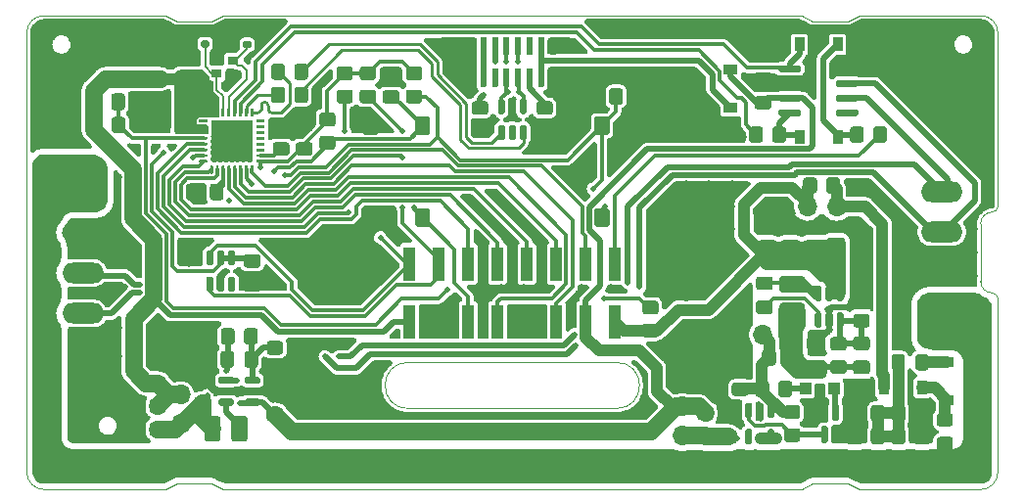
<source format=gtl>
G04 #@! TF.GenerationSoftware,KiCad,Pcbnew,6.0.11+dfsg-1*
G04 #@! TF.ProjectId,project,70726f6a-6563-4742-9e6b-696361645f70,rev?*
G04 #@! TF.SameCoordinates,Original*
G04 #@! TF.FileFunction,Copper,L1,Top*
G04 #@! TF.FilePolarity,Positive*
%FSLAX46Y46*%
G04 Gerber Fmt 4.6, Leading zero omitted, Abs format (unit mm)*
%MOMM*%
%LPD*%
G01*
G04 APERTURE LIST*
G04 #@! TA.AperFunction,Profile*
%ADD10C,0.100000*%
G04 #@! TD*
G04 #@! TA.AperFunction,SMDPad,CuDef*
%ADD11R,0.900000X1.200000*%
G04 #@! TD*
G04 #@! TA.AperFunction,SMDPad,CuDef*
%ADD12R,0.900000X0.800000*%
G04 #@! TD*
G04 #@! TA.AperFunction,SMDPad,CuDef*
%ADD13R,1.000000X1.000000*%
G04 #@! TD*
G04 #@! TA.AperFunction,ComponentPad*
%ADD14O,3.600000X1.800000*%
G04 #@! TD*
G04 #@! TA.AperFunction,ComponentPad*
%ADD15C,6.400000*%
G04 #@! TD*
G04 #@! TA.AperFunction,ComponentPad*
%ADD16C,0.900000*%
G04 #@! TD*
G04 #@! TA.AperFunction,SMDPad,CuDef*
%ADD17R,1.200000X0.900000*%
G04 #@! TD*
G04 #@! TA.AperFunction,SMDPad,CuDef*
%ADD18R,3.650000X3.650000*%
G04 #@! TD*
G04 #@! TA.AperFunction,SMDPad,CuDef*
%ADD19R,1.000000X3.000000*%
G04 #@! TD*
G04 #@! TA.AperFunction,ComponentPad*
%ADD20R,1.700000X1.700000*%
G04 #@! TD*
G04 #@! TA.AperFunction,ComponentPad*
%ADD21O,1.700000X1.700000*%
G04 #@! TD*
G04 #@! TA.AperFunction,ViaPad*
%ADD22C,0.500000*%
G04 #@! TD*
G04 #@! TA.AperFunction,Conductor*
%ADD23C,0.300000*%
G04 #@! TD*
G04 #@! TA.AperFunction,Conductor*
%ADD24C,0.500000*%
G04 #@! TD*
G04 #@! TA.AperFunction,Conductor*
%ADD25C,1.500000*%
G04 #@! TD*
G04 #@! TA.AperFunction,Conductor*
%ADD26C,1.000000*%
G04 #@! TD*
G04 #@! TA.AperFunction,Conductor*
%ADD27C,0.200000*%
G04 #@! TD*
G04 #@! TA.AperFunction,Conductor*
%ADD28C,0.270000*%
G04 #@! TD*
G04 APERTURE END LIST*
D10*
X197262500Y-114037500D02*
X198262500Y-113537500D01*
X142262500Y-154037499D02*
X143262500Y-154537500D01*
X177262500Y-147537500D02*
G75*
G03*
X177262500Y-143537500I0J2000000D01*
G01*
X139262500Y-154037500D02*
X142262500Y-154037499D01*
X194262500Y-154037500D02*
X197262500Y-154037499D01*
X208762500Y-131537500D02*
X208762500Y-136537500D01*
X139262500Y-114037500D02*
X142262500Y-114037500D01*
X208762500Y-154537500D02*
G75*
G03*
X210262500Y-153037500I0J1500000D01*
G01*
X142262500Y-114037500D02*
X143262500Y-113537500D01*
X208762500Y-136537500D02*
G75*
G03*
X209762500Y-137537500I1000000J0D01*
G01*
X198262500Y-113537500D02*
X208762500Y-113537500D01*
X209762500Y-130537500D02*
G75*
G03*
X208762500Y-131537500I0J-1000000D01*
G01*
X138262500Y-113537500D02*
X127762500Y-113537500D01*
X126262500Y-153037500D02*
X126262500Y-115037500D01*
X210262500Y-138037500D02*
X210262500Y-153037500D01*
X127762500Y-113537500D02*
G75*
G03*
X126262500Y-115037500I0J-1500000D01*
G01*
X198262500Y-154537500D02*
X208762500Y-154537500D01*
X197262500Y-154037499D02*
X198262500Y-154537500D01*
X194262500Y-114037500D02*
X197262500Y-114037500D01*
X210262500Y-138037500D02*
G75*
G03*
X209762500Y-137537500I-500000J0D01*
G01*
X138262500Y-154537499D02*
X127762500Y-154537500D01*
X139262500Y-114037500D02*
X138262500Y-113537500D01*
X177262500Y-147537500D02*
X159262500Y-147537500D01*
X126262500Y-153037500D02*
G75*
G03*
X127762500Y-154537500I1500000J0D01*
G01*
X159262500Y-143537500D02*
X177262500Y-143537500D01*
X139262500Y-154037500D02*
X138262500Y-154537499D01*
X209762500Y-130537500D02*
G75*
G03*
X210262500Y-130037500I0J500000D01*
G01*
X210262500Y-130037500D02*
X210262500Y-115037500D01*
X159262500Y-143537500D02*
G75*
G03*
X159262500Y-147537500I0J-2000000D01*
G01*
X143262500Y-113537500D02*
X193262500Y-113537500D01*
X210262500Y-115037500D02*
G75*
G03*
X208762500Y-113537500I-1500000J0D01*
G01*
X194262500Y-154037500D02*
X193262500Y-154537499D01*
X194262500Y-114037500D02*
X193262500Y-113537500D01*
X193262500Y-154537499D02*
X143262500Y-154537500D01*
G04 #@! TA.AperFunction,SMDPad,CuDef*
G36*
G01*
X205212500Y-147937500D02*
X206112500Y-147937500D01*
G75*
G02*
X206362500Y-148187500I0J-250000D01*
G01*
X206362500Y-148837500D01*
G75*
G02*
X206112500Y-149087500I-250000J0D01*
G01*
X205212500Y-149087500D01*
G75*
G02*
X204962500Y-148837500I0J250000D01*
G01*
X204962500Y-148187500D01*
G75*
G02*
X205212500Y-147937500I250000J0D01*
G01*
G37*
G04 #@! TD.AperFunction*
G04 #@! TA.AperFunction,SMDPad,CuDef*
G36*
G01*
X205212500Y-149987500D02*
X206112500Y-149987500D01*
G75*
G02*
X206362500Y-150237500I0J-250000D01*
G01*
X206362500Y-150887500D01*
G75*
G02*
X206112500Y-151137500I-250000J0D01*
G01*
X205212500Y-151137500D01*
G75*
G02*
X204962500Y-150887500I0J250000D01*
G01*
X204962500Y-150237500D01*
G75*
G02*
X205212500Y-149987500I250000J0D01*
G01*
G37*
G04 #@! TD.AperFunction*
G04 #@! TA.AperFunction,SMDPad,CuDef*
G36*
G01*
X145697500Y-115882500D02*
X145697500Y-116192500D01*
G75*
G02*
X145542500Y-116347500I-155000J0D01*
G01*
X145117500Y-116347500D01*
G75*
G02*
X144962500Y-116192500I0J155000D01*
G01*
X144962500Y-115882500D01*
G75*
G02*
X145117500Y-115727500I155000J0D01*
G01*
X145542500Y-115727500D01*
G75*
G02*
X145697500Y-115882500I0J-155000D01*
G01*
G37*
G04 #@! TD.AperFunction*
G04 #@! TA.AperFunction,SMDPad,CuDef*
G36*
G01*
X144562500Y-115882500D02*
X144562500Y-116192500D01*
G75*
G02*
X144407500Y-116347500I-155000J0D01*
G01*
X143982500Y-116347500D01*
G75*
G02*
X143827500Y-116192500I0J155000D01*
G01*
X143827500Y-115882500D01*
G75*
G02*
X143982500Y-115727500I155000J0D01*
G01*
X144407500Y-115727500D01*
G75*
G02*
X144562500Y-115882500I0J-155000D01*
G01*
G37*
G04 #@! TD.AperFunction*
G04 #@! TA.AperFunction,SMDPad,CuDef*
G36*
G01*
X195837500Y-136012500D02*
X195837500Y-135062500D01*
G75*
G02*
X196087500Y-134812500I250000J0D01*
G01*
X196762500Y-134812500D01*
G75*
G02*
X197012500Y-135062500I0J-250000D01*
G01*
X197012500Y-136012500D01*
G75*
G02*
X196762500Y-136262500I-250000J0D01*
G01*
X196087500Y-136262500D01*
G75*
G02*
X195837500Y-136012500I0J250000D01*
G01*
G37*
G04 #@! TD.AperFunction*
G04 #@! TA.AperFunction,SMDPad,CuDef*
G36*
G01*
X197912500Y-136012500D02*
X197912500Y-135062500D01*
G75*
G02*
X198162500Y-134812500I250000J0D01*
G01*
X198837500Y-134812500D01*
G75*
G02*
X199087500Y-135062500I0J-250000D01*
G01*
X199087500Y-136012500D01*
G75*
G02*
X198837500Y-136262500I-250000J0D01*
G01*
X198162500Y-136262500D01*
G75*
G02*
X197912500Y-136012500I0J250000D01*
G01*
G37*
G04 #@! TD.AperFunction*
G04 #@! TA.AperFunction,SMDPad,CuDef*
G36*
G01*
X140625000Y-122525000D02*
X140625000Y-123475000D01*
G75*
G02*
X140375000Y-123725000I-250000J0D01*
G01*
X139700000Y-123725000D01*
G75*
G02*
X139450000Y-123475000I0J250000D01*
G01*
X139450000Y-122525000D01*
G75*
G02*
X139700000Y-122275000I250000J0D01*
G01*
X140375000Y-122275000D01*
G75*
G02*
X140625000Y-122525000I0J-250000D01*
G01*
G37*
G04 #@! TD.AperFunction*
G04 #@! TA.AperFunction,SMDPad,CuDef*
G36*
G01*
X138550000Y-122525000D02*
X138550000Y-123475000D01*
G75*
G02*
X138300000Y-123725000I-250000J0D01*
G01*
X137625000Y-123725000D01*
G75*
G02*
X137375000Y-123475000I0J250000D01*
G01*
X137375000Y-122525000D01*
G75*
G02*
X137625000Y-122275000I250000J0D01*
G01*
X138300000Y-122275000D01*
G75*
G02*
X138550000Y-122525000I0J-250000D01*
G01*
G37*
G04 #@! TD.AperFunction*
G04 #@! TA.AperFunction,SMDPad,CuDef*
G36*
G01*
X198912500Y-140537500D02*
X198012500Y-140537500D01*
G75*
G02*
X197762500Y-140287500I0J250000D01*
G01*
X197762500Y-139587500D01*
G75*
G02*
X198012500Y-139337500I250000J0D01*
G01*
X198912500Y-139337500D01*
G75*
G02*
X199162500Y-139587500I0J-250000D01*
G01*
X199162500Y-140287500D01*
G75*
G02*
X198912500Y-140537500I-250000J0D01*
G01*
G37*
G04 #@! TD.AperFunction*
G04 #@! TA.AperFunction,SMDPad,CuDef*
G36*
G01*
X198912500Y-138537500D02*
X198012500Y-138537500D01*
G75*
G02*
X197762500Y-138287500I0J250000D01*
G01*
X197762500Y-137587500D01*
G75*
G02*
X198012500Y-137337500I250000J0D01*
G01*
X198912500Y-137337500D01*
G75*
G02*
X199162500Y-137587500I0J-250000D01*
G01*
X199162500Y-138287500D01*
G75*
G02*
X198912500Y-138537500I-250000J0D01*
G01*
G37*
G04 #@! TD.AperFunction*
G04 #@! TA.AperFunction,SMDPad,CuDef*
G36*
G01*
X150600000Y-119950000D02*
X150600000Y-120850000D01*
G75*
G02*
X150350000Y-121100000I-250000J0D01*
G01*
X149650000Y-121100000D01*
G75*
G02*
X149400000Y-120850000I0J250000D01*
G01*
X149400000Y-119950000D01*
G75*
G02*
X149650000Y-119700000I250000J0D01*
G01*
X150350000Y-119700000D01*
G75*
G02*
X150600000Y-119950000I0J-250000D01*
G01*
G37*
G04 #@! TD.AperFunction*
G04 #@! TA.AperFunction,SMDPad,CuDef*
G36*
G01*
X148600000Y-119950000D02*
X148600000Y-120850000D01*
G75*
G02*
X148350000Y-121100000I-250000J0D01*
G01*
X147650000Y-121100000D01*
G75*
G02*
X147400000Y-120850000I0J250000D01*
G01*
X147400000Y-119950000D01*
G75*
G02*
X147650000Y-119700000I250000J0D01*
G01*
X148350000Y-119700000D01*
G75*
G02*
X148600000Y-119950000I0J-250000D01*
G01*
G37*
G04 #@! TD.AperFunction*
D11*
X193087500Y-124037500D03*
X196387500Y-124037500D03*
G04 #@! TA.AperFunction,SMDPad,CuDef*
G36*
G01*
X200462500Y-149487500D02*
X200462500Y-150387500D01*
G75*
G02*
X200212500Y-150637500I-250000J0D01*
G01*
X199512500Y-150637500D01*
G75*
G02*
X199262500Y-150387500I0J250000D01*
G01*
X199262500Y-149487500D01*
G75*
G02*
X199512500Y-149237500I250000J0D01*
G01*
X200212500Y-149237500D01*
G75*
G02*
X200462500Y-149487500I0J-250000D01*
G01*
G37*
G04 #@! TD.AperFunction*
G04 #@! TA.AperFunction,SMDPad,CuDef*
G36*
G01*
X198462500Y-149487500D02*
X198462500Y-150387500D01*
G75*
G02*
X198212500Y-150637500I-250000J0D01*
G01*
X197512500Y-150637500D01*
G75*
G02*
X197262500Y-150387500I0J250000D01*
G01*
X197262500Y-149487500D01*
G75*
G02*
X197512500Y-149237500I250000J0D01*
G01*
X198212500Y-149237500D01*
G75*
G02*
X198462500Y-149487500I0J-250000D01*
G01*
G37*
G04 #@! TD.AperFunction*
G04 #@! TA.AperFunction,SMDPad,CuDef*
G36*
G01*
X148737500Y-125662500D02*
X147787500Y-125662500D01*
G75*
G02*
X147537500Y-125412500I0J250000D01*
G01*
X147537500Y-124737500D01*
G75*
G02*
X147787500Y-124487500I250000J0D01*
G01*
X148737500Y-124487500D01*
G75*
G02*
X148987500Y-124737500I0J-250000D01*
G01*
X148987500Y-125412500D01*
G75*
G02*
X148737500Y-125662500I-250000J0D01*
G01*
G37*
G04 #@! TD.AperFunction*
G04 #@! TA.AperFunction,SMDPad,CuDef*
G36*
G01*
X148737500Y-123587500D02*
X147787500Y-123587500D01*
G75*
G02*
X147537500Y-123337500I0J250000D01*
G01*
X147537500Y-122662500D01*
G75*
G02*
X147787500Y-122412500I250000J0D01*
G01*
X148737500Y-122412500D01*
G75*
G02*
X148987500Y-122662500I0J-250000D01*
G01*
X148987500Y-123337500D01*
G75*
G02*
X148737500Y-123587500I-250000J0D01*
G01*
G37*
G04 #@! TD.AperFunction*
G04 #@! TA.AperFunction,SMDPad,CuDef*
G36*
G01*
X195837500Y-134012500D02*
X195837500Y-133062500D01*
G75*
G02*
X196087500Y-132812500I250000J0D01*
G01*
X196762500Y-132812500D01*
G75*
G02*
X197012500Y-133062500I0J-250000D01*
G01*
X197012500Y-134012500D01*
G75*
G02*
X196762500Y-134262500I-250000J0D01*
G01*
X196087500Y-134262500D01*
G75*
G02*
X195837500Y-134012500I0J250000D01*
G01*
G37*
G04 #@! TD.AperFunction*
G04 #@! TA.AperFunction,SMDPad,CuDef*
G36*
G01*
X197912500Y-134012500D02*
X197912500Y-133062500D01*
G75*
G02*
X198162500Y-132812500I250000J0D01*
G01*
X198837500Y-132812500D01*
G75*
G02*
X199087500Y-133062500I0J-250000D01*
G01*
X199087500Y-134012500D01*
G75*
G02*
X198837500Y-134262500I-250000J0D01*
G01*
X198162500Y-134262500D01*
G75*
G02*
X197912500Y-134012500I0J250000D01*
G01*
G37*
G04 #@! TD.AperFunction*
G04 #@! TA.AperFunction,SMDPad,CuDef*
G36*
G01*
X193412500Y-128687500D02*
X193412500Y-127787500D01*
G75*
G02*
X193662500Y-127537500I250000J0D01*
G01*
X194362500Y-127537500D01*
G75*
G02*
X194612500Y-127787500I0J-250000D01*
G01*
X194612500Y-128687500D01*
G75*
G02*
X194362500Y-128937500I-250000J0D01*
G01*
X193662500Y-128937500D01*
G75*
G02*
X193412500Y-128687500I0J250000D01*
G01*
G37*
G04 #@! TD.AperFunction*
G04 #@! TA.AperFunction,SMDPad,CuDef*
G36*
G01*
X195412500Y-128687500D02*
X195412500Y-127787500D01*
G75*
G02*
X195662500Y-127537500I250000J0D01*
G01*
X196362500Y-127537500D01*
G75*
G02*
X196612500Y-127787500I0J-250000D01*
G01*
X196612500Y-128687500D01*
G75*
G02*
X196362500Y-128937500I-250000J0D01*
G01*
X195662500Y-128937500D01*
G75*
G02*
X195412500Y-128687500I0J250000D01*
G01*
G37*
G04 #@! TD.AperFunction*
G04 #@! TA.AperFunction,SMDPad,CuDef*
G36*
G01*
X192737500Y-134562500D02*
X191787500Y-134562500D01*
G75*
G02*
X191537500Y-134312500I0J250000D01*
G01*
X191537500Y-133637500D01*
G75*
G02*
X191787500Y-133387500I250000J0D01*
G01*
X192737500Y-133387500D01*
G75*
G02*
X192987500Y-133637500I0J-250000D01*
G01*
X192987500Y-134312500D01*
G75*
G02*
X192737500Y-134562500I-250000J0D01*
G01*
G37*
G04 #@! TD.AperFunction*
G04 #@! TA.AperFunction,SMDPad,CuDef*
G36*
G01*
X192737500Y-132487500D02*
X191787500Y-132487500D01*
G75*
G02*
X191537500Y-132237500I0J250000D01*
G01*
X191537500Y-131562500D01*
G75*
G02*
X191787500Y-131312500I250000J0D01*
G01*
X192737500Y-131312500D01*
G75*
G02*
X192987500Y-131562500I0J-250000D01*
G01*
X192987500Y-132237500D01*
G75*
G02*
X192737500Y-132487500I-250000J0D01*
G01*
G37*
G04 #@! TD.AperFunction*
G04 #@! TA.AperFunction,SMDPad,CuDef*
G36*
G01*
X184512500Y-147337500D02*
X185412500Y-147337500D01*
G75*
G02*
X185662500Y-147587500I0J-250000D01*
G01*
X185662500Y-148287500D01*
G75*
G02*
X185412500Y-148537500I-250000J0D01*
G01*
X184512500Y-148537500D01*
G75*
G02*
X184262500Y-148287500I0J250000D01*
G01*
X184262500Y-147587500D01*
G75*
G02*
X184512500Y-147337500I250000J0D01*
G01*
G37*
G04 #@! TD.AperFunction*
G04 #@! TA.AperFunction,SMDPad,CuDef*
G36*
G01*
X184512500Y-149337500D02*
X185412500Y-149337500D01*
G75*
G02*
X185662500Y-149587500I0J-250000D01*
G01*
X185662500Y-150287500D01*
G75*
G02*
X185412500Y-150537500I-250000J0D01*
G01*
X184512500Y-150537500D01*
G75*
G02*
X184262500Y-150287500I0J250000D01*
G01*
X184262500Y-149587500D01*
G75*
G02*
X184512500Y-149337500I250000J0D01*
G01*
G37*
G04 #@! TD.AperFunction*
G04 #@! TA.AperFunction,SMDPad,CuDef*
G36*
G01*
X200462500Y-147487500D02*
X200462500Y-148387500D01*
G75*
G02*
X200212500Y-148637500I-250000J0D01*
G01*
X199512500Y-148637500D01*
G75*
G02*
X199262500Y-148387500I0J250000D01*
G01*
X199262500Y-147487500D01*
G75*
G02*
X199512500Y-147237500I250000J0D01*
G01*
X200212500Y-147237500D01*
G75*
G02*
X200462500Y-147487500I0J-250000D01*
G01*
G37*
G04 #@! TD.AperFunction*
G04 #@! TA.AperFunction,SMDPad,CuDef*
G36*
G01*
X198462500Y-147487500D02*
X198462500Y-148387500D01*
G75*
G02*
X198212500Y-148637500I-250000J0D01*
G01*
X197512500Y-148637500D01*
G75*
G02*
X197262500Y-148387500I0J250000D01*
G01*
X197262500Y-147487500D01*
G75*
G02*
X197512500Y-147237500I250000J0D01*
G01*
X198212500Y-147237500D01*
G75*
G02*
X198462500Y-147487500I0J-250000D01*
G01*
G37*
G04 #@! TD.AperFunction*
G04 #@! TA.AperFunction,SMDPad,CuDef*
G36*
G01*
X192462500Y-145387500D02*
X192462500Y-146287500D01*
G75*
G02*
X192212500Y-146537500I-250000J0D01*
G01*
X191512500Y-146537500D01*
G75*
G02*
X191262500Y-146287500I0J250000D01*
G01*
X191262500Y-145387500D01*
G75*
G02*
X191512500Y-145137500I250000J0D01*
G01*
X192212500Y-145137500D01*
G75*
G02*
X192462500Y-145387500I0J-250000D01*
G01*
G37*
G04 #@! TD.AperFunction*
G04 #@! TA.AperFunction,SMDPad,CuDef*
G36*
G01*
X190462500Y-145387500D02*
X190462500Y-146287500D01*
G75*
G02*
X190212500Y-146537500I-250000J0D01*
G01*
X189512500Y-146537500D01*
G75*
G02*
X189262500Y-146287500I0J250000D01*
G01*
X189262500Y-145387500D01*
G75*
G02*
X189512500Y-145137500I250000J0D01*
G01*
X190212500Y-145137500D01*
G75*
G02*
X190462500Y-145387500I0J-250000D01*
G01*
G37*
G04 #@! TD.AperFunction*
G04 #@! TA.AperFunction,SMDPad,CuDef*
G36*
G01*
X190737500Y-134562500D02*
X189787500Y-134562500D01*
G75*
G02*
X189537500Y-134312500I0J250000D01*
G01*
X189537500Y-133637500D01*
G75*
G02*
X189787500Y-133387500I250000J0D01*
G01*
X190737500Y-133387500D01*
G75*
G02*
X190987500Y-133637500I0J-250000D01*
G01*
X190987500Y-134312500D01*
G75*
G02*
X190737500Y-134562500I-250000J0D01*
G01*
G37*
G04 #@! TD.AperFunction*
G04 #@! TA.AperFunction,SMDPad,CuDef*
G36*
G01*
X190737500Y-132487500D02*
X189787500Y-132487500D01*
G75*
G02*
X189537500Y-132237500I0J250000D01*
G01*
X189537500Y-131562500D01*
G75*
G02*
X189787500Y-131312500I250000J0D01*
G01*
X190737500Y-131312500D01*
G75*
G02*
X190987500Y-131562500I0J-250000D01*
G01*
X190987500Y-132237500D01*
G75*
G02*
X190737500Y-132487500I-250000J0D01*
G01*
G37*
G04 #@! TD.AperFunction*
D12*
X144100000Y-117450000D03*
X142700000Y-117450000D03*
X142700000Y-118550000D03*
X144100000Y-118550000D03*
G04 #@! TA.AperFunction,SMDPad,CuDef*
G36*
G01*
X151812500Y-121937500D02*
X152712500Y-121937500D01*
G75*
G02*
X152962500Y-122187500I0J-250000D01*
G01*
X152962500Y-122887500D01*
G75*
G02*
X152712500Y-123137500I-250000J0D01*
G01*
X151812500Y-123137500D01*
G75*
G02*
X151562500Y-122887500I0J250000D01*
G01*
X151562500Y-122187500D01*
G75*
G02*
X151812500Y-121937500I250000J0D01*
G01*
G37*
G04 #@! TD.AperFunction*
G04 #@! TA.AperFunction,SMDPad,CuDef*
G36*
G01*
X151812500Y-123937500D02*
X152712500Y-123937500D01*
G75*
G02*
X152962500Y-124187500I0J-250000D01*
G01*
X152962500Y-124887500D01*
G75*
G02*
X152712500Y-125137500I-250000J0D01*
G01*
X151812500Y-125137500D01*
G75*
G02*
X151562500Y-124887500I0J250000D01*
G01*
X151562500Y-124187500D01*
G75*
G02*
X151812500Y-123937500I250000J0D01*
G01*
G37*
G04 #@! TD.AperFunction*
G04 #@! TA.AperFunction,SMDPad,CuDef*
G36*
G01*
X194937500Y-144562500D02*
X193987500Y-144562500D01*
G75*
G02*
X193737500Y-144312500I0J250000D01*
G01*
X193737500Y-143637500D01*
G75*
G02*
X193987500Y-143387500I250000J0D01*
G01*
X194937500Y-143387500D01*
G75*
G02*
X195187500Y-143637500I0J-250000D01*
G01*
X195187500Y-144312500D01*
G75*
G02*
X194937500Y-144562500I-250000J0D01*
G01*
G37*
G04 #@! TD.AperFunction*
G04 #@! TA.AperFunction,SMDPad,CuDef*
G36*
G01*
X194937500Y-142487500D02*
X193987500Y-142487500D01*
G75*
G02*
X193737500Y-142237500I0J250000D01*
G01*
X193737500Y-141562500D01*
G75*
G02*
X193987500Y-141312500I250000J0D01*
G01*
X194937500Y-141312500D01*
G75*
G02*
X195187500Y-141562500I0J-250000D01*
G01*
X195187500Y-142237500D01*
G75*
G02*
X194937500Y-142487500I-250000J0D01*
G01*
G37*
G04 #@! TD.AperFunction*
G04 #@! TA.AperFunction,SMDPad,CuDef*
G36*
G01*
X197987500Y-141312500D02*
X198937500Y-141312500D01*
G75*
G02*
X199187500Y-141562500I0J-250000D01*
G01*
X199187500Y-142237500D01*
G75*
G02*
X198937500Y-142487500I-250000J0D01*
G01*
X197987500Y-142487500D01*
G75*
G02*
X197737500Y-142237500I0J250000D01*
G01*
X197737500Y-141562500D01*
G75*
G02*
X197987500Y-141312500I250000J0D01*
G01*
G37*
G04 #@! TD.AperFunction*
G04 #@! TA.AperFunction,SMDPad,CuDef*
G36*
G01*
X197987500Y-143387500D02*
X198937500Y-143387500D01*
G75*
G02*
X199187500Y-143637500I0J-250000D01*
G01*
X199187500Y-144312500D01*
G75*
G02*
X198937500Y-144562500I-250000J0D01*
G01*
X197987500Y-144562500D01*
G75*
G02*
X197737500Y-144312500I0J250000D01*
G01*
X197737500Y-143637500D01*
G75*
G02*
X197987500Y-143387500I250000J0D01*
G01*
G37*
G04 #@! TD.AperFunction*
G04 #@! TA.AperFunction,SMDPad,CuDef*
G36*
G01*
X196062500Y-147162500D02*
X196362500Y-147162500D01*
G75*
G02*
X196512500Y-147312500I0J-150000D01*
G01*
X196512500Y-148487500D01*
G75*
G02*
X196362500Y-148637500I-150000J0D01*
G01*
X196062500Y-148637500D01*
G75*
G02*
X195912500Y-148487500I0J150000D01*
G01*
X195912500Y-147312500D01*
G75*
G02*
X196062500Y-147162500I150000J0D01*
G01*
G37*
G04 #@! TD.AperFunction*
G04 #@! TA.AperFunction,SMDPad,CuDef*
G36*
G01*
X194162500Y-147162500D02*
X194462500Y-147162500D01*
G75*
G02*
X194612500Y-147312500I0J-150000D01*
G01*
X194612500Y-148487500D01*
G75*
G02*
X194462500Y-148637500I-150000J0D01*
G01*
X194162500Y-148637500D01*
G75*
G02*
X194012500Y-148487500I0J150000D01*
G01*
X194012500Y-147312500D01*
G75*
G02*
X194162500Y-147162500I150000J0D01*
G01*
G37*
G04 #@! TD.AperFunction*
G04 #@! TA.AperFunction,SMDPad,CuDef*
G36*
G01*
X195112500Y-149037500D02*
X195412500Y-149037500D01*
G75*
G02*
X195562500Y-149187500I0J-150000D01*
G01*
X195562500Y-150362500D01*
G75*
G02*
X195412500Y-150512500I-150000J0D01*
G01*
X195112500Y-150512500D01*
G75*
G02*
X194962500Y-150362500I0J150000D01*
G01*
X194962500Y-149187500D01*
G75*
G02*
X195112500Y-149037500I150000J0D01*
G01*
G37*
G04 #@! TD.AperFunction*
G04 #@! TA.AperFunction,SMDPad,CuDef*
G36*
G01*
X169062500Y-120737500D02*
X169362500Y-120737500D01*
G75*
G02*
X169512500Y-120887500I0J-150000D01*
G01*
X169512500Y-121912500D01*
G75*
G02*
X169362500Y-122062500I-150000J0D01*
G01*
X169062500Y-122062500D01*
G75*
G02*
X168912500Y-121912500I0J150000D01*
G01*
X168912500Y-120887500D01*
G75*
G02*
X169062500Y-120737500I150000J0D01*
G01*
G37*
G04 #@! TD.AperFunction*
G04 #@! TA.AperFunction,SMDPad,CuDef*
G36*
G01*
X168112500Y-120737500D02*
X168412500Y-120737500D01*
G75*
G02*
X168562500Y-120887500I0J-150000D01*
G01*
X168562500Y-121912500D01*
G75*
G02*
X168412500Y-122062500I-150000J0D01*
G01*
X168112500Y-122062500D01*
G75*
G02*
X167962500Y-121912500I0J150000D01*
G01*
X167962500Y-120887500D01*
G75*
G02*
X168112500Y-120737500I150000J0D01*
G01*
G37*
G04 #@! TD.AperFunction*
G04 #@! TA.AperFunction,SMDPad,CuDef*
G36*
G01*
X167162500Y-120737500D02*
X167462500Y-120737500D01*
G75*
G02*
X167612500Y-120887500I0J-150000D01*
G01*
X167612500Y-121912500D01*
G75*
G02*
X167462500Y-122062500I-150000J0D01*
G01*
X167162500Y-122062500D01*
G75*
G02*
X167012500Y-121912500I0J150000D01*
G01*
X167012500Y-120887500D01*
G75*
G02*
X167162500Y-120737500I150000J0D01*
G01*
G37*
G04 #@! TD.AperFunction*
G04 #@! TA.AperFunction,SMDPad,CuDef*
G36*
G01*
X167162500Y-123012500D02*
X167462500Y-123012500D01*
G75*
G02*
X167612500Y-123162500I0J-150000D01*
G01*
X167612500Y-124187500D01*
G75*
G02*
X167462500Y-124337500I-150000J0D01*
G01*
X167162500Y-124337500D01*
G75*
G02*
X167012500Y-124187500I0J150000D01*
G01*
X167012500Y-123162500D01*
G75*
G02*
X167162500Y-123012500I150000J0D01*
G01*
G37*
G04 #@! TD.AperFunction*
G04 #@! TA.AperFunction,SMDPad,CuDef*
G36*
G01*
X168112500Y-123012500D02*
X168412500Y-123012500D01*
G75*
G02*
X168562500Y-123162500I0J-150000D01*
G01*
X168562500Y-124187500D01*
G75*
G02*
X168412500Y-124337500I-150000J0D01*
G01*
X168112500Y-124337500D01*
G75*
G02*
X167962500Y-124187500I0J150000D01*
G01*
X167962500Y-123162500D01*
G75*
G02*
X168112500Y-123012500I150000J0D01*
G01*
G37*
G04 #@! TD.AperFunction*
G04 #@! TA.AperFunction,SMDPad,CuDef*
G36*
G01*
X169062500Y-123012500D02*
X169362500Y-123012500D01*
G75*
G02*
X169512500Y-123162500I0J-150000D01*
G01*
X169512500Y-124187500D01*
G75*
G02*
X169362500Y-124337500I-150000J0D01*
G01*
X169062500Y-124337500D01*
G75*
G02*
X168912500Y-124187500I0J150000D01*
G01*
X168912500Y-123162500D01*
G75*
G02*
X169062500Y-123012500I150000J0D01*
G01*
G37*
G04 #@! TD.AperFunction*
G04 #@! TA.AperFunction,SMDPad,CuDef*
G36*
G01*
X204262500Y-143087500D02*
X204262500Y-143987500D01*
G75*
G02*
X204012500Y-144237500I-250000J0D01*
G01*
X203362500Y-144237500D01*
G75*
G02*
X203112500Y-143987500I0J250000D01*
G01*
X203112500Y-143087500D01*
G75*
G02*
X203362500Y-142837500I250000J0D01*
G01*
X204012500Y-142837500D01*
G75*
G02*
X204262500Y-143087500I0J-250000D01*
G01*
G37*
G04 #@! TD.AperFunction*
G04 #@! TA.AperFunction,SMDPad,CuDef*
G36*
G01*
X202212500Y-143087500D02*
X202212500Y-143987500D01*
G75*
G02*
X201962500Y-144237500I-250000J0D01*
G01*
X201312500Y-144237500D01*
G75*
G02*
X201062500Y-143987500I0J250000D01*
G01*
X201062500Y-143087500D01*
G75*
G02*
X201312500Y-142837500I250000J0D01*
G01*
X201962500Y-142837500D01*
G75*
G02*
X202212500Y-143087500I0J-250000D01*
G01*
G37*
G04 #@! TD.AperFunction*
G04 #@! TA.AperFunction,SMDPad,CuDef*
G36*
G01*
X201062500Y-148387500D02*
X201062500Y-147487500D01*
G75*
G02*
X201312500Y-147237500I250000J0D01*
G01*
X202012500Y-147237500D01*
G75*
G02*
X202262500Y-147487500I0J-250000D01*
G01*
X202262500Y-148387500D01*
G75*
G02*
X202012500Y-148637500I-250000J0D01*
G01*
X201312500Y-148637500D01*
G75*
G02*
X201062500Y-148387500I0J250000D01*
G01*
G37*
G04 #@! TD.AperFunction*
G04 #@! TA.AperFunction,SMDPad,CuDef*
G36*
G01*
X203062500Y-148387500D02*
X203062500Y-147487500D01*
G75*
G02*
X203312500Y-147237500I250000J0D01*
G01*
X204012500Y-147237500D01*
G75*
G02*
X204262500Y-147487500I0J-250000D01*
G01*
X204262500Y-148387500D01*
G75*
G02*
X204012500Y-148637500I-250000J0D01*
G01*
X203312500Y-148637500D01*
G75*
G02*
X203062500Y-148387500I0J250000D01*
G01*
G37*
G04 #@! TD.AperFunction*
G04 #@! TA.AperFunction,SMDPad,CuDef*
G36*
G01*
X190537500Y-139362500D02*
X189587500Y-139362500D01*
G75*
G02*
X189337500Y-139112500I0J250000D01*
G01*
X189337500Y-138437500D01*
G75*
G02*
X189587500Y-138187500I250000J0D01*
G01*
X190537500Y-138187500D01*
G75*
G02*
X190787500Y-138437500I0J-250000D01*
G01*
X190787500Y-139112500D01*
G75*
G02*
X190537500Y-139362500I-250000J0D01*
G01*
G37*
G04 #@! TD.AperFunction*
G04 #@! TA.AperFunction,SMDPad,CuDef*
G36*
G01*
X190537500Y-137287500D02*
X189587500Y-137287500D01*
G75*
G02*
X189337500Y-137037500I0J250000D01*
G01*
X189337500Y-136362500D01*
G75*
G02*
X189587500Y-136112500I250000J0D01*
G01*
X190537500Y-136112500D01*
G75*
G02*
X190787500Y-136362500I0J-250000D01*
G01*
X190787500Y-137037500D01*
G75*
G02*
X190537500Y-137287500I-250000J0D01*
G01*
G37*
G04 #@! TD.AperFunction*
G04 #@! TA.AperFunction,SMDPad,CuDef*
G36*
G01*
X201062500Y-150387500D02*
X201062500Y-149487500D01*
G75*
G02*
X201312500Y-149237500I250000J0D01*
G01*
X202012500Y-149237500D01*
G75*
G02*
X202262500Y-149487500I0J-250000D01*
G01*
X202262500Y-150387500D01*
G75*
G02*
X202012500Y-150637500I-250000J0D01*
G01*
X201312500Y-150637500D01*
G75*
G02*
X201062500Y-150387500I0J250000D01*
G01*
G37*
G04 #@! TD.AperFunction*
G04 #@! TA.AperFunction,SMDPad,CuDef*
G36*
G01*
X203062500Y-150387500D02*
X203062500Y-149487500D01*
G75*
G02*
X203312500Y-149237500I250000J0D01*
G01*
X204012500Y-149237500D01*
G75*
G02*
X204262500Y-149487500I0J-250000D01*
G01*
X204262500Y-150387500D01*
G75*
G02*
X204012500Y-150637500I-250000J0D01*
G01*
X203312500Y-150637500D01*
G75*
G02*
X203062500Y-150387500I0J250000D01*
G01*
G37*
G04 #@! TD.AperFunction*
D13*
X193612500Y-145837500D03*
X196112500Y-145837500D03*
G04 #@! TA.AperFunction,SMDPad,CuDef*
G36*
G01*
X157287500Y-117912500D02*
X158237500Y-117912500D01*
G75*
G02*
X158487500Y-118162500I0J-250000D01*
G01*
X158487500Y-118837500D01*
G75*
G02*
X158237500Y-119087500I-250000J0D01*
G01*
X157287500Y-119087500D01*
G75*
G02*
X157037500Y-118837500I0J250000D01*
G01*
X157037500Y-118162500D01*
G75*
G02*
X157287500Y-117912500I250000J0D01*
G01*
G37*
G04 #@! TD.AperFunction*
G04 #@! TA.AperFunction,SMDPad,CuDef*
G36*
G01*
X157287500Y-119987500D02*
X158237500Y-119987500D01*
G75*
G02*
X158487500Y-120237500I0J-250000D01*
G01*
X158487500Y-120912500D01*
G75*
G02*
X158237500Y-121162500I-250000J0D01*
G01*
X157287500Y-121162500D01*
G75*
G02*
X157037500Y-120912500I0J250000D01*
G01*
X157037500Y-120237500D01*
G75*
G02*
X157287500Y-119987500I250000J0D01*
G01*
G37*
G04 #@! TD.AperFunction*
G04 #@! TA.AperFunction,SMDPad,CuDef*
G36*
G01*
X179887500Y-120062500D02*
X179887500Y-121012500D01*
G75*
G02*
X179637500Y-121262500I-250000J0D01*
G01*
X178962500Y-121262500D01*
G75*
G02*
X178712500Y-121012500I0J250000D01*
G01*
X178712500Y-120062500D01*
G75*
G02*
X178962500Y-119812500I250000J0D01*
G01*
X179637500Y-119812500D01*
G75*
G02*
X179887500Y-120062500I0J-250000D01*
G01*
G37*
G04 #@! TD.AperFunction*
G04 #@! TA.AperFunction,SMDPad,CuDef*
G36*
G01*
X177812500Y-120062500D02*
X177812500Y-121012500D01*
G75*
G02*
X177562500Y-121262500I-250000J0D01*
G01*
X176887500Y-121262500D01*
G75*
G02*
X176637500Y-121012500I0J250000D01*
G01*
X176637500Y-120062500D01*
G75*
G02*
X176887500Y-119812500I250000J0D01*
G01*
X177562500Y-119812500D01*
G75*
G02*
X177812500Y-120062500I0J-250000D01*
G01*
G37*
G04 #@! TD.AperFunction*
G04 #@! TA.AperFunction,SMDPad,CuDef*
G36*
G01*
X137137500Y-146725000D02*
X138037500Y-146725000D01*
G75*
G02*
X138287500Y-146975000I0J-250000D01*
G01*
X138287500Y-147675000D01*
G75*
G02*
X138037500Y-147925000I-250000J0D01*
G01*
X137137500Y-147925000D01*
G75*
G02*
X136887500Y-147675000I0J250000D01*
G01*
X136887500Y-146975000D01*
G75*
G02*
X137137500Y-146725000I250000J0D01*
G01*
G37*
G04 #@! TD.AperFunction*
G04 #@! TA.AperFunction,SMDPad,CuDef*
G36*
G01*
X137137500Y-148725000D02*
X138037500Y-148725000D01*
G75*
G02*
X138287500Y-148975000I0J-250000D01*
G01*
X138287500Y-149675000D01*
G75*
G02*
X138037500Y-149925000I-250000J0D01*
G01*
X137137500Y-149925000D01*
G75*
G02*
X136887500Y-149675000I0J250000D01*
G01*
X136887500Y-148975000D01*
G75*
G02*
X137137500Y-148725000I250000J0D01*
G01*
G37*
G04 #@! TD.AperFunction*
G04 #@! TA.AperFunction,SMDPad,CuDef*
G36*
G01*
X164562500Y-115377500D02*
X164962500Y-115377500D01*
G75*
G02*
X165012500Y-115427500I0J-50000D01*
G01*
X165012500Y-116917500D01*
G75*
G02*
X164962500Y-116967500I-50000J0D01*
G01*
X164562500Y-116967500D01*
G75*
G02*
X164512500Y-116917500I0J50000D01*
G01*
X164512500Y-115427500D01*
G75*
G02*
X164562500Y-115377500I50000J0D01*
G01*
G37*
G04 #@! TD.AperFunction*
G04 #@! TA.AperFunction,SMDPad,CuDef*
G36*
G01*
X165562500Y-115377500D02*
X165962500Y-115377500D01*
G75*
G02*
X166012500Y-115427500I0J-50000D01*
G01*
X166012500Y-116917500D01*
G75*
G02*
X165962500Y-116967500I-50000J0D01*
G01*
X165562500Y-116967500D01*
G75*
G02*
X165512500Y-116917500I0J50000D01*
G01*
X165512500Y-115427500D01*
G75*
G02*
X165562500Y-115377500I50000J0D01*
G01*
G37*
G04 #@! TD.AperFunction*
G04 #@! TA.AperFunction,SMDPad,CuDef*
G36*
G01*
X166562500Y-115377500D02*
X166962500Y-115377500D01*
G75*
G02*
X167012500Y-115427500I0J-50000D01*
G01*
X167012500Y-116917500D01*
G75*
G02*
X166962500Y-116967500I-50000J0D01*
G01*
X166562500Y-116967500D01*
G75*
G02*
X166512500Y-116917500I0J50000D01*
G01*
X166512500Y-115427500D01*
G75*
G02*
X166562500Y-115377500I50000J0D01*
G01*
G37*
G04 #@! TD.AperFunction*
G04 #@! TA.AperFunction,SMDPad,CuDef*
G36*
G01*
X167562500Y-115377500D02*
X167962500Y-115377500D01*
G75*
G02*
X168012500Y-115427500I0J-50000D01*
G01*
X168012500Y-116917500D01*
G75*
G02*
X167962500Y-116967500I-50000J0D01*
G01*
X167562500Y-116967500D01*
G75*
G02*
X167512500Y-116917500I0J50000D01*
G01*
X167512500Y-115427500D01*
G75*
G02*
X167562500Y-115377500I50000J0D01*
G01*
G37*
G04 #@! TD.AperFunction*
G04 #@! TA.AperFunction,SMDPad,CuDef*
G36*
G01*
X168562500Y-115377500D02*
X168962500Y-115377500D01*
G75*
G02*
X169012500Y-115427500I0J-50000D01*
G01*
X169012500Y-116917500D01*
G75*
G02*
X168962500Y-116967500I-50000J0D01*
G01*
X168562500Y-116967500D01*
G75*
G02*
X168512500Y-116917500I0J50000D01*
G01*
X168512500Y-115427500D01*
G75*
G02*
X168562500Y-115377500I50000J0D01*
G01*
G37*
G04 #@! TD.AperFunction*
G04 #@! TA.AperFunction,SMDPad,CuDef*
G36*
G01*
X169562500Y-115377500D02*
X169962500Y-115377500D01*
G75*
G02*
X170012500Y-115427500I0J-50000D01*
G01*
X170012500Y-116917500D01*
G75*
G02*
X169962500Y-116967500I-50000J0D01*
G01*
X169562500Y-116967500D01*
G75*
G02*
X169512500Y-116917500I0J50000D01*
G01*
X169512500Y-115427500D01*
G75*
G02*
X169562500Y-115377500I50000J0D01*
G01*
G37*
G04 #@! TD.AperFunction*
G04 #@! TA.AperFunction,SMDPad,CuDef*
G36*
G01*
X170562500Y-115377500D02*
X170962500Y-115377500D01*
G75*
G02*
X171012500Y-115427500I0J-50000D01*
G01*
X171012500Y-116917500D01*
G75*
G02*
X170962500Y-116967500I-50000J0D01*
G01*
X170562500Y-116967500D01*
G75*
G02*
X170512500Y-116917500I0J50000D01*
G01*
X170512500Y-115427500D01*
G75*
G02*
X170562500Y-115377500I50000J0D01*
G01*
G37*
G04 #@! TD.AperFunction*
G04 #@! TA.AperFunction,SMDPad,CuDef*
G36*
G01*
X171562500Y-115377500D02*
X171962500Y-115377500D01*
G75*
G02*
X172012500Y-115427500I0J-50000D01*
G01*
X172012500Y-116917500D01*
G75*
G02*
X171962500Y-116967500I-50000J0D01*
G01*
X171562500Y-116967500D01*
G75*
G02*
X171512500Y-116917500I0J50000D01*
G01*
X171512500Y-115427500D01*
G75*
G02*
X171562500Y-115377500I50000J0D01*
G01*
G37*
G04 #@! TD.AperFunction*
G04 #@! TA.AperFunction,SMDPad,CuDef*
G36*
G01*
X171562500Y-118107500D02*
X171962500Y-118107500D01*
G75*
G02*
X172012500Y-118157500I0J-50000D01*
G01*
X172012500Y-119647500D01*
G75*
G02*
X171962500Y-119697500I-50000J0D01*
G01*
X171562500Y-119697500D01*
G75*
G02*
X171512500Y-119647500I0J50000D01*
G01*
X171512500Y-118157500D01*
G75*
G02*
X171562500Y-118107500I50000J0D01*
G01*
G37*
G04 #@! TD.AperFunction*
G04 #@! TA.AperFunction,SMDPad,CuDef*
G36*
G01*
X170562500Y-118107500D02*
X170962500Y-118107500D01*
G75*
G02*
X171012500Y-118157500I0J-50000D01*
G01*
X171012500Y-119647500D01*
G75*
G02*
X170962500Y-119697500I-50000J0D01*
G01*
X170562500Y-119697500D01*
G75*
G02*
X170512500Y-119647500I0J50000D01*
G01*
X170512500Y-118157500D01*
G75*
G02*
X170562500Y-118107500I50000J0D01*
G01*
G37*
G04 #@! TD.AperFunction*
G04 #@! TA.AperFunction,SMDPad,CuDef*
G36*
G01*
X169562500Y-118107500D02*
X169962500Y-118107500D01*
G75*
G02*
X170012500Y-118157500I0J-50000D01*
G01*
X170012500Y-119647500D01*
G75*
G02*
X169962500Y-119697500I-50000J0D01*
G01*
X169562500Y-119697500D01*
G75*
G02*
X169512500Y-119647500I0J50000D01*
G01*
X169512500Y-118157500D01*
G75*
G02*
X169562500Y-118107500I50000J0D01*
G01*
G37*
G04 #@! TD.AperFunction*
G04 #@! TA.AperFunction,SMDPad,CuDef*
G36*
G01*
X168562500Y-118107500D02*
X168962500Y-118107500D01*
G75*
G02*
X169012500Y-118157500I0J-50000D01*
G01*
X169012500Y-119647500D01*
G75*
G02*
X168962500Y-119697500I-50000J0D01*
G01*
X168562500Y-119697500D01*
G75*
G02*
X168512500Y-119647500I0J50000D01*
G01*
X168512500Y-118157500D01*
G75*
G02*
X168562500Y-118107500I50000J0D01*
G01*
G37*
G04 #@! TD.AperFunction*
G04 #@! TA.AperFunction,SMDPad,CuDef*
G36*
G01*
X167562500Y-118107500D02*
X167962500Y-118107500D01*
G75*
G02*
X168012500Y-118157500I0J-50000D01*
G01*
X168012500Y-119647500D01*
G75*
G02*
X167962500Y-119697500I-50000J0D01*
G01*
X167562500Y-119697500D01*
G75*
G02*
X167512500Y-119647500I0J50000D01*
G01*
X167512500Y-118157500D01*
G75*
G02*
X167562500Y-118107500I50000J0D01*
G01*
G37*
G04 #@! TD.AperFunction*
G04 #@! TA.AperFunction,SMDPad,CuDef*
G36*
G01*
X166562500Y-118107500D02*
X166962500Y-118107500D01*
G75*
G02*
X167012500Y-118157500I0J-50000D01*
G01*
X167012500Y-119647500D01*
G75*
G02*
X166962500Y-119697500I-50000J0D01*
G01*
X166562500Y-119697500D01*
G75*
G02*
X166512500Y-119647500I0J50000D01*
G01*
X166512500Y-118157500D01*
G75*
G02*
X166562500Y-118107500I50000J0D01*
G01*
G37*
G04 #@! TD.AperFunction*
G04 #@! TA.AperFunction,SMDPad,CuDef*
G36*
G01*
X165562500Y-118107500D02*
X165962500Y-118107500D01*
G75*
G02*
X166012500Y-118157500I0J-50000D01*
G01*
X166012500Y-119647500D01*
G75*
G02*
X165962500Y-119697500I-50000J0D01*
G01*
X165562500Y-119697500D01*
G75*
G02*
X165512500Y-119647500I0J50000D01*
G01*
X165512500Y-118157500D01*
G75*
G02*
X165562500Y-118107500I50000J0D01*
G01*
G37*
G04 #@! TD.AperFunction*
G04 #@! TA.AperFunction,SMDPad,CuDef*
G36*
G01*
X164562500Y-118107500D02*
X164962500Y-118107500D01*
G75*
G02*
X165012500Y-118157500I0J-50000D01*
G01*
X165012500Y-119647500D01*
G75*
G02*
X164962500Y-119697500I-50000J0D01*
G01*
X164562500Y-119697500D01*
G75*
G02*
X164512500Y-119647500I0J50000D01*
G01*
X164512500Y-118157500D01*
G75*
G02*
X164562500Y-118107500I50000J0D01*
G01*
G37*
G04 #@! TD.AperFunction*
G04 #@! TA.AperFunction,ComponentPad*
G36*
G01*
X173287500Y-115477500D02*
X173287500Y-116737500D01*
G75*
G02*
X173217500Y-116807500I-70000J0D01*
G01*
X171757500Y-116807500D01*
G75*
G02*
X171687500Y-116737500I0J70000D01*
G01*
X171687500Y-115477500D01*
G75*
G02*
X171757500Y-115407500I70000J0D01*
G01*
X173217500Y-115407500D01*
G75*
G02*
X173287500Y-115477500I0J-70000D01*
G01*
G37*
G04 #@! TD.AperFunction*
G04 #@! TA.AperFunction,ComponentPad*
G36*
G01*
X164862500Y-115452500D02*
X164862500Y-116622500D01*
G75*
G02*
X164797500Y-116687500I-65000J0D01*
G01*
X162227500Y-116687500D01*
G75*
G02*
X162162500Y-116622500I0J65000D01*
G01*
X162162500Y-115452500D01*
G75*
G02*
X162227500Y-115387500I65000J0D01*
G01*
X164797500Y-115387500D01*
G75*
G02*
X164862500Y-115452500I0J-65000D01*
G01*
G37*
G04 #@! TD.AperFunction*
G04 #@! TA.AperFunction,ComponentPad*
G36*
G01*
X174362500Y-118452500D02*
X174362500Y-119622500D01*
G75*
G02*
X174297500Y-119687500I-65000J0D01*
G01*
X171727500Y-119687500D01*
G75*
G02*
X171662500Y-119622500I0J65000D01*
G01*
X171662500Y-118452500D01*
G75*
G02*
X171727500Y-118387500I65000J0D01*
G01*
X174297500Y-118387500D01*
G75*
G02*
X174362500Y-118452500I0J-65000D01*
G01*
G37*
G04 #@! TD.AperFunction*
G04 #@! TA.AperFunction,ComponentPad*
G36*
G01*
X164837500Y-118337500D02*
X164837500Y-119597500D01*
G75*
G02*
X164767500Y-119667500I-70000J0D01*
G01*
X163307500Y-119667500D01*
G75*
G02*
X163237500Y-119597500I0J70000D01*
G01*
X163237500Y-118337500D01*
G75*
G02*
X163307500Y-118267500I70000J0D01*
G01*
X164767500Y-118267500D01*
G75*
G02*
X164837500Y-118337500I0J-70000D01*
G01*
G37*
G04 #@! TD.AperFunction*
G04 #@! TA.AperFunction,SMDPad,CuDef*
G36*
G01*
X143025000Y-143762500D02*
X143025000Y-142812500D01*
G75*
G02*
X143275000Y-142562500I250000J0D01*
G01*
X143950000Y-142562500D01*
G75*
G02*
X144200000Y-142812500I0J-250000D01*
G01*
X144200000Y-143762500D01*
G75*
G02*
X143950000Y-144012500I-250000J0D01*
G01*
X143275000Y-144012500D01*
G75*
G02*
X143025000Y-143762500I0J250000D01*
G01*
G37*
G04 #@! TD.AperFunction*
G04 #@! TA.AperFunction,SMDPad,CuDef*
G36*
G01*
X145100000Y-143762500D02*
X145100000Y-142812500D01*
G75*
G02*
X145350000Y-142562500I250000J0D01*
G01*
X146025000Y-142562500D01*
G75*
G02*
X146275000Y-142812500I0J-250000D01*
G01*
X146275000Y-143762500D01*
G75*
G02*
X146025000Y-144012500I-250000J0D01*
G01*
X145350000Y-144012500D01*
G75*
G02*
X145100000Y-143762500I0J250000D01*
G01*
G37*
G04 #@! TD.AperFunction*
G04 #@! TA.AperFunction,SMDPad,CuDef*
G36*
G01*
X145287500Y-134182500D02*
X146237500Y-134182500D01*
G75*
G02*
X146487500Y-134432500I0J-250000D01*
G01*
X146487500Y-135107500D01*
G75*
G02*
X146237500Y-135357500I-250000J0D01*
G01*
X145287500Y-135357500D01*
G75*
G02*
X145037500Y-135107500I0J250000D01*
G01*
X145037500Y-134432500D01*
G75*
G02*
X145287500Y-134182500I250000J0D01*
G01*
G37*
G04 #@! TD.AperFunction*
G04 #@! TA.AperFunction,SMDPad,CuDef*
G36*
G01*
X145287500Y-136257500D02*
X146237500Y-136257500D01*
G75*
G02*
X146487500Y-136507500I0J-250000D01*
G01*
X146487500Y-137182500D01*
G75*
G02*
X146237500Y-137432500I-250000J0D01*
G01*
X145287500Y-137432500D01*
G75*
G02*
X145037500Y-137182500I0J250000D01*
G01*
X145037500Y-136507500D01*
G75*
G02*
X145287500Y-136257500I250000J0D01*
G01*
G37*
G04 #@! TD.AperFunction*
G04 #@! TA.AperFunction,SMDPad,CuDef*
G36*
G01*
X142232500Y-137437500D02*
X141932500Y-137437500D01*
G75*
G02*
X141782500Y-137287500I0J150000D01*
G01*
X141782500Y-136262500D01*
G75*
G02*
X141932500Y-136112500I150000J0D01*
G01*
X142232500Y-136112500D01*
G75*
G02*
X142382500Y-136262500I0J-150000D01*
G01*
X142382500Y-137287500D01*
G75*
G02*
X142232500Y-137437500I-150000J0D01*
G01*
G37*
G04 #@! TD.AperFunction*
G04 #@! TA.AperFunction,SMDPad,CuDef*
G36*
G01*
X143182500Y-137437500D02*
X142882500Y-137437500D01*
G75*
G02*
X142732500Y-137287500I0J150000D01*
G01*
X142732500Y-136262500D01*
G75*
G02*
X142882500Y-136112500I150000J0D01*
G01*
X143182500Y-136112500D01*
G75*
G02*
X143332500Y-136262500I0J-150000D01*
G01*
X143332500Y-137287500D01*
G75*
G02*
X143182500Y-137437500I-150000J0D01*
G01*
G37*
G04 #@! TD.AperFunction*
G04 #@! TA.AperFunction,SMDPad,CuDef*
G36*
G01*
X144132500Y-137437500D02*
X143832500Y-137437500D01*
G75*
G02*
X143682500Y-137287500I0J150000D01*
G01*
X143682500Y-136262500D01*
G75*
G02*
X143832500Y-136112500I150000J0D01*
G01*
X144132500Y-136112500D01*
G75*
G02*
X144282500Y-136262500I0J-150000D01*
G01*
X144282500Y-137287500D01*
G75*
G02*
X144132500Y-137437500I-150000J0D01*
G01*
G37*
G04 #@! TD.AperFunction*
G04 #@! TA.AperFunction,SMDPad,CuDef*
G36*
G01*
X144132500Y-135162500D02*
X143832500Y-135162500D01*
G75*
G02*
X143682500Y-135012500I0J150000D01*
G01*
X143682500Y-133987500D01*
G75*
G02*
X143832500Y-133837500I150000J0D01*
G01*
X144132500Y-133837500D01*
G75*
G02*
X144282500Y-133987500I0J-150000D01*
G01*
X144282500Y-135012500D01*
G75*
G02*
X144132500Y-135162500I-150000J0D01*
G01*
G37*
G04 #@! TD.AperFunction*
G04 #@! TA.AperFunction,SMDPad,CuDef*
G36*
G01*
X143182500Y-135162500D02*
X142882500Y-135162500D01*
G75*
G02*
X142732500Y-135012500I0J150000D01*
G01*
X142732500Y-133987500D01*
G75*
G02*
X142882500Y-133837500I150000J0D01*
G01*
X143182500Y-133837500D01*
G75*
G02*
X143332500Y-133987500I0J-150000D01*
G01*
X143332500Y-135012500D01*
G75*
G02*
X143182500Y-135162500I-150000J0D01*
G01*
G37*
G04 #@! TD.AperFunction*
G04 #@! TA.AperFunction,SMDPad,CuDef*
G36*
G01*
X142232500Y-135162500D02*
X141932500Y-135162500D01*
G75*
G02*
X141782500Y-135012500I0J150000D01*
G01*
X141782500Y-133987500D01*
G75*
G02*
X141932500Y-133837500I150000J0D01*
G01*
X142232500Y-133837500D01*
G75*
G02*
X142382500Y-133987500I0J-150000D01*
G01*
X142382500Y-135012500D01*
G75*
G02*
X142232500Y-135162500I-150000J0D01*
G01*
G37*
G04 #@! TD.AperFunction*
G04 #@! TA.AperFunction,SMDPad,CuDef*
G36*
G01*
X139325000Y-116375000D02*
X140275000Y-116375000D01*
G75*
G02*
X140525000Y-116625000I0J-250000D01*
G01*
X140525000Y-117300000D01*
G75*
G02*
X140275000Y-117550000I-250000J0D01*
G01*
X139325000Y-117550000D01*
G75*
G02*
X139075000Y-117300000I0J250000D01*
G01*
X139075000Y-116625000D01*
G75*
G02*
X139325000Y-116375000I250000J0D01*
G01*
G37*
G04 #@! TD.AperFunction*
G04 #@! TA.AperFunction,SMDPad,CuDef*
G36*
G01*
X139325000Y-118450000D02*
X140275000Y-118450000D01*
G75*
G02*
X140525000Y-118700000I0J-250000D01*
G01*
X140525000Y-119375000D01*
G75*
G02*
X140275000Y-119625000I-250000J0D01*
G01*
X139325000Y-119625000D01*
G75*
G02*
X139075000Y-119375000I0J250000D01*
G01*
X139075000Y-118700000D01*
G75*
G02*
X139325000Y-118450000I250000J0D01*
G01*
G37*
G04 #@! TD.AperFunction*
G04 #@! TA.AperFunction,SMDPad,CuDef*
G36*
G01*
X138062500Y-145950000D02*
X137112500Y-145950000D01*
G75*
G02*
X136862500Y-145700000I0J250000D01*
G01*
X136862500Y-145025000D01*
G75*
G02*
X137112500Y-144775000I250000J0D01*
G01*
X138062500Y-144775000D01*
G75*
G02*
X138312500Y-145025000I0J-250000D01*
G01*
X138312500Y-145700000D01*
G75*
G02*
X138062500Y-145950000I-250000J0D01*
G01*
G37*
G04 #@! TD.AperFunction*
G04 #@! TA.AperFunction,SMDPad,CuDef*
G36*
G01*
X138062500Y-143875000D02*
X137112500Y-143875000D01*
G75*
G02*
X136862500Y-143625000I0J250000D01*
G01*
X136862500Y-142950000D01*
G75*
G02*
X137112500Y-142700000I250000J0D01*
G01*
X138062500Y-142700000D01*
G75*
G02*
X138312500Y-142950000I0J-250000D01*
G01*
X138312500Y-143625000D01*
G75*
G02*
X138062500Y-143875000I-250000J0D01*
G01*
G37*
G04 #@! TD.AperFunction*
G04 #@! TA.AperFunction,SMDPad,CuDef*
G36*
G01*
X145362500Y-148437501D02*
X145362500Y-150137499D01*
G75*
G02*
X145112499Y-150387500I-250001J0D01*
G01*
X144187501Y-150387500D01*
G75*
G02*
X143937500Y-150137499I0J250001D01*
G01*
X143937500Y-148437501D01*
G75*
G02*
X144187501Y-148187500I250001J0D01*
G01*
X145112499Y-148187500D01*
G75*
G02*
X145362500Y-148437501I0J-250001D01*
G01*
G37*
G04 #@! TD.AperFunction*
G04 #@! TA.AperFunction,SMDPad,CuDef*
G36*
G01*
X143037500Y-148437501D02*
X143037500Y-150137499D01*
G75*
G02*
X142787499Y-150387500I-250001J0D01*
G01*
X141862501Y-150387500D01*
G75*
G02*
X141612500Y-150137499I0J250001D01*
G01*
X141612500Y-148437501D01*
G75*
G02*
X141862501Y-148187500I250001J0D01*
G01*
X142787499Y-148187500D01*
G75*
G02*
X143037500Y-148437501I0J-250001D01*
G01*
G37*
G04 #@! TD.AperFunction*
G04 #@! TA.AperFunction,SMDPad,CuDef*
G36*
G01*
X148212500Y-148662500D02*
X147262500Y-148662500D01*
G75*
G02*
X147012500Y-148412500I0J250000D01*
G01*
X147012500Y-147737500D01*
G75*
G02*
X147262500Y-147487500I250000J0D01*
G01*
X148212500Y-147487500D01*
G75*
G02*
X148462500Y-147737500I0J-250000D01*
G01*
X148462500Y-148412500D01*
G75*
G02*
X148212500Y-148662500I-250000J0D01*
G01*
G37*
G04 #@! TD.AperFunction*
G04 #@! TA.AperFunction,SMDPad,CuDef*
G36*
G01*
X148212500Y-146587500D02*
X147262500Y-146587500D01*
G75*
G02*
X147012500Y-146337500I0J250000D01*
G01*
X147012500Y-145662500D01*
G75*
G02*
X147262500Y-145412500I250000J0D01*
G01*
X148212500Y-145412500D01*
G75*
G02*
X148462500Y-145662500I0J-250000D01*
G01*
X148462500Y-146337500D01*
G75*
G02*
X148212500Y-146587500I-250000J0D01*
G01*
G37*
G04 #@! TD.AperFunction*
G04 #@! TA.AperFunction,SMDPad,CuDef*
G36*
G01*
X188437500Y-146462500D02*
X187487500Y-146462500D01*
G75*
G02*
X187237500Y-146212500I0J250000D01*
G01*
X187237500Y-145537500D01*
G75*
G02*
X187487500Y-145287500I250000J0D01*
G01*
X188437500Y-145287500D01*
G75*
G02*
X188687500Y-145537500I0J-250000D01*
G01*
X188687500Y-146212500D01*
G75*
G02*
X188437500Y-146462500I-250000J0D01*
G01*
G37*
G04 #@! TD.AperFunction*
G04 #@! TA.AperFunction,SMDPad,CuDef*
G36*
G01*
X188437500Y-144387500D02*
X187487500Y-144387500D01*
G75*
G02*
X187237500Y-144137500I0J250000D01*
G01*
X187237500Y-143462500D01*
G75*
G02*
X187487500Y-143212500I250000J0D01*
G01*
X188437500Y-143212500D01*
G75*
G02*
X188687500Y-143462500I0J-250000D01*
G01*
X188687500Y-144137500D01*
G75*
G02*
X188437500Y-144387500I-250000J0D01*
G01*
G37*
G04 #@! TD.AperFunction*
G04 #@! TA.AperFunction,SMDPad,CuDef*
G36*
G01*
X190462500Y-147037500D02*
X190762500Y-147037500D01*
G75*
G02*
X190912500Y-147187500I0J-150000D01*
G01*
X190912500Y-148212500D01*
G75*
G02*
X190762500Y-148362500I-150000J0D01*
G01*
X190462500Y-148362500D01*
G75*
G02*
X190312500Y-148212500I0J150000D01*
G01*
X190312500Y-147187500D01*
G75*
G02*
X190462500Y-147037500I150000J0D01*
G01*
G37*
G04 #@! TD.AperFunction*
G04 #@! TA.AperFunction,SMDPad,CuDef*
G36*
G01*
X189512500Y-147037500D02*
X189812500Y-147037500D01*
G75*
G02*
X189962500Y-147187500I0J-150000D01*
G01*
X189962500Y-148212500D01*
G75*
G02*
X189812500Y-148362500I-150000J0D01*
G01*
X189512500Y-148362500D01*
G75*
G02*
X189362500Y-148212500I0J150000D01*
G01*
X189362500Y-147187500D01*
G75*
G02*
X189512500Y-147037500I150000J0D01*
G01*
G37*
G04 #@! TD.AperFunction*
G04 #@! TA.AperFunction,SMDPad,CuDef*
G36*
G01*
X188562500Y-147037500D02*
X188862500Y-147037500D01*
G75*
G02*
X189012500Y-147187500I0J-150000D01*
G01*
X189012500Y-148212500D01*
G75*
G02*
X188862500Y-148362500I-150000J0D01*
G01*
X188562500Y-148362500D01*
G75*
G02*
X188412500Y-148212500I0J150000D01*
G01*
X188412500Y-147187500D01*
G75*
G02*
X188562500Y-147037500I150000J0D01*
G01*
G37*
G04 #@! TD.AperFunction*
G04 #@! TA.AperFunction,SMDPad,CuDef*
G36*
G01*
X188562500Y-149312500D02*
X188862500Y-149312500D01*
G75*
G02*
X189012500Y-149462500I0J-150000D01*
G01*
X189012500Y-150487500D01*
G75*
G02*
X188862500Y-150637500I-150000J0D01*
G01*
X188562500Y-150637500D01*
G75*
G02*
X188412500Y-150487500I0J150000D01*
G01*
X188412500Y-149462500D01*
G75*
G02*
X188562500Y-149312500I150000J0D01*
G01*
G37*
G04 #@! TD.AperFunction*
G04 #@! TA.AperFunction,SMDPad,CuDef*
G36*
G01*
X190462500Y-149312500D02*
X190762500Y-149312500D01*
G75*
G02*
X190912500Y-149462500I0J-150000D01*
G01*
X190912500Y-150487500D01*
G75*
G02*
X190762500Y-150637500I-150000J0D01*
G01*
X190462500Y-150637500D01*
G75*
G02*
X190312500Y-150487500I0J150000D01*
G01*
X190312500Y-149462500D01*
G75*
G02*
X190462500Y-149312500I150000J0D01*
G01*
G37*
G04 #@! TD.AperFunction*
G04 #@! TA.AperFunction,SMDPad,CuDef*
G36*
G01*
X192912500Y-150437500D02*
X192012500Y-150437500D01*
G75*
G02*
X191762500Y-150187500I0J250000D01*
G01*
X191762500Y-149487500D01*
G75*
G02*
X192012500Y-149237500I250000J0D01*
G01*
X192912500Y-149237500D01*
G75*
G02*
X193162500Y-149487500I0J-250000D01*
G01*
X193162500Y-150187500D01*
G75*
G02*
X192912500Y-150437500I-250000J0D01*
G01*
G37*
G04 #@! TD.AperFunction*
G04 #@! TA.AperFunction,SMDPad,CuDef*
G36*
G01*
X192912500Y-148437500D02*
X192012500Y-148437500D01*
G75*
G02*
X191762500Y-148187500I0J250000D01*
G01*
X191762500Y-147487500D01*
G75*
G02*
X192012500Y-147237500I250000J0D01*
G01*
X192912500Y-147237500D01*
G75*
G02*
X193162500Y-147487500I0J-250000D01*
G01*
X193162500Y-148187500D01*
G75*
G02*
X192912500Y-148437500I-250000J0D01*
G01*
G37*
G04 #@! TD.AperFunction*
G04 #@! TA.AperFunction,SMDPad,CuDef*
G36*
G01*
X153312500Y-117937500D02*
X154212500Y-117937500D01*
G75*
G02*
X154462500Y-118187500I0J-250000D01*
G01*
X154462500Y-118887500D01*
G75*
G02*
X154212500Y-119137500I-250000J0D01*
G01*
X153312500Y-119137500D01*
G75*
G02*
X153062500Y-118887500I0J250000D01*
G01*
X153062500Y-118187500D01*
G75*
G02*
X153312500Y-117937500I250000J0D01*
G01*
G37*
G04 #@! TD.AperFunction*
G04 #@! TA.AperFunction,SMDPad,CuDef*
G36*
G01*
X153312500Y-119937500D02*
X154212500Y-119937500D01*
G75*
G02*
X154462500Y-120187500I0J-250000D01*
G01*
X154462500Y-120887500D01*
G75*
G02*
X154212500Y-121137500I-250000J0D01*
G01*
X153312500Y-121137500D01*
G75*
G02*
X153062500Y-120887500I0J250000D01*
G01*
X153062500Y-120187500D01*
G75*
G02*
X153312500Y-119937500I250000J0D01*
G01*
G37*
G04 #@! TD.AperFunction*
G04 #@! TA.AperFunction,SMDPad,CuDef*
G36*
G01*
X159312500Y-117937500D02*
X160212500Y-117937500D01*
G75*
G02*
X160462500Y-118187500I0J-250000D01*
G01*
X160462500Y-118887500D01*
G75*
G02*
X160212500Y-119137500I-250000J0D01*
G01*
X159312500Y-119137500D01*
G75*
G02*
X159062500Y-118887500I0J250000D01*
G01*
X159062500Y-118187500D01*
G75*
G02*
X159312500Y-117937500I250000J0D01*
G01*
G37*
G04 #@! TD.AperFunction*
G04 #@! TA.AperFunction,SMDPad,CuDef*
G36*
G01*
X159312500Y-119937500D02*
X160212500Y-119937500D01*
G75*
G02*
X160462500Y-120187500I0J-250000D01*
G01*
X160462500Y-120887500D01*
G75*
G02*
X160212500Y-121137500I-250000J0D01*
G01*
X159312500Y-121137500D01*
G75*
G02*
X159062500Y-120887500I0J250000D01*
G01*
X159062500Y-120187500D01*
G75*
G02*
X159312500Y-119937500I250000J0D01*
G01*
G37*
G04 #@! TD.AperFunction*
G04 #@! TA.AperFunction,ComponentPad*
G36*
G01*
X206955000Y-140170000D02*
X203855000Y-140170000D01*
G75*
G02*
X203605000Y-139920000I0J250000D01*
G01*
X203605000Y-138620000D01*
G75*
G02*
X203855000Y-138370000I250000J0D01*
G01*
X206955000Y-138370000D01*
G75*
G02*
X207205000Y-138620000I0J-250000D01*
G01*
X207205000Y-139920000D01*
G75*
G02*
X206955000Y-140170000I-250000J0D01*
G01*
G37*
G04 #@! TD.AperFunction*
D14*
X205405000Y-135770000D03*
X205405000Y-132270000D03*
X205405000Y-128770000D03*
G04 #@! TA.AperFunction,SMDPad,CuDef*
G36*
G01*
X140625000Y-120525000D02*
X140625000Y-121475000D01*
G75*
G02*
X140375000Y-121725000I-250000J0D01*
G01*
X139700000Y-121725000D01*
G75*
G02*
X139450000Y-121475000I0J250000D01*
G01*
X139450000Y-120525000D01*
G75*
G02*
X139700000Y-120275000I250000J0D01*
G01*
X140375000Y-120275000D01*
G75*
G02*
X140625000Y-120525000I0J-250000D01*
G01*
G37*
G04 #@! TD.AperFunction*
G04 #@! TA.AperFunction,SMDPad,CuDef*
G36*
G01*
X138550000Y-120525000D02*
X138550000Y-121475000D01*
G75*
G02*
X138300000Y-121725000I-250000J0D01*
G01*
X137625000Y-121725000D01*
G75*
G02*
X137375000Y-121475000I0J250000D01*
G01*
X137375000Y-120525000D01*
G75*
G02*
X137625000Y-120275000I250000J0D01*
G01*
X138300000Y-120275000D01*
G75*
G02*
X138550000Y-120525000I0J-250000D01*
G01*
G37*
G04 #@! TD.AperFunction*
G04 #@! TA.AperFunction,SMDPad,CuDef*
G36*
G01*
X146250000Y-140837500D02*
X146250000Y-141737500D01*
G75*
G02*
X146000000Y-141987500I-250000J0D01*
G01*
X145300000Y-141987500D01*
G75*
G02*
X145050000Y-141737500I0J250000D01*
G01*
X145050000Y-140837500D01*
G75*
G02*
X145300000Y-140587500I250000J0D01*
G01*
X146000000Y-140587500D01*
G75*
G02*
X146250000Y-140837500I0J-250000D01*
G01*
G37*
G04 #@! TD.AperFunction*
G04 #@! TA.AperFunction,SMDPad,CuDef*
G36*
G01*
X144250000Y-140837500D02*
X144250000Y-141737500D01*
G75*
G02*
X144000000Y-141987500I-250000J0D01*
G01*
X143300000Y-141987500D01*
G75*
G02*
X143050000Y-141737500I0J250000D01*
G01*
X143050000Y-140837500D01*
G75*
G02*
X143300000Y-140587500I250000J0D01*
G01*
X144000000Y-140587500D01*
G75*
G02*
X144250000Y-140837500I0J-250000D01*
G01*
G37*
G04 #@! TD.AperFunction*
G04 #@! TA.AperFunction,SMDPad,CuDef*
G36*
G01*
X190412500Y-121662500D02*
X189462500Y-121662500D01*
G75*
G02*
X189212500Y-121412500I0J250000D01*
G01*
X189212500Y-120737500D01*
G75*
G02*
X189462500Y-120487500I250000J0D01*
G01*
X190412500Y-120487500D01*
G75*
G02*
X190662500Y-120737500I0J-250000D01*
G01*
X190662500Y-121412500D01*
G75*
G02*
X190412500Y-121662500I-250000J0D01*
G01*
G37*
G04 #@! TD.AperFunction*
G04 #@! TA.AperFunction,SMDPad,CuDef*
G36*
G01*
X190412500Y-119587500D02*
X189462500Y-119587500D01*
G75*
G02*
X189212500Y-119337500I0J250000D01*
G01*
X189212500Y-118662500D01*
G75*
G02*
X189462500Y-118412500I250000J0D01*
G01*
X190412500Y-118412500D01*
G75*
G02*
X190662500Y-118662500I0J-250000D01*
G01*
X190662500Y-119337500D01*
G75*
G02*
X190412500Y-119587500I-250000J0D01*
G01*
G37*
G04 #@! TD.AperFunction*
D15*
X153262500Y-135037500D03*
D16*
X151565444Y-133340444D03*
X150862500Y-135037500D03*
X153262500Y-132637500D03*
X153262500Y-137437500D03*
X154959556Y-133340444D03*
X154959556Y-136734556D03*
X155662500Y-135037500D03*
X151565444Y-136734556D03*
G04 #@! TA.AperFunction,SMDPad,CuDef*
G36*
G01*
X196012500Y-141337500D02*
X196912500Y-141337500D01*
G75*
G02*
X197162500Y-141587500I0J-250000D01*
G01*
X197162500Y-142287500D01*
G75*
G02*
X196912500Y-142537500I-250000J0D01*
G01*
X196012500Y-142537500D01*
G75*
G02*
X195762500Y-142287500I0J250000D01*
G01*
X195762500Y-141587500D01*
G75*
G02*
X196012500Y-141337500I250000J0D01*
G01*
G37*
G04 #@! TD.AperFunction*
G04 #@! TA.AperFunction,SMDPad,CuDef*
G36*
G01*
X196012500Y-143337500D02*
X196912500Y-143337500D01*
G75*
G02*
X197162500Y-143587500I0J-250000D01*
G01*
X197162500Y-144287500D01*
G75*
G02*
X196912500Y-144537500I-250000J0D01*
G01*
X196012500Y-144537500D01*
G75*
G02*
X195762500Y-144287500I0J250000D01*
G01*
X195762500Y-143587500D01*
G75*
G02*
X196012500Y-143337500I250000J0D01*
G01*
G37*
G04 #@! TD.AperFunction*
G04 #@! TA.AperFunction,SMDPad,CuDef*
G36*
G01*
X194862500Y-140537500D02*
X194562500Y-140537500D01*
G75*
G02*
X194412500Y-140387500I0J150000D01*
G01*
X194412500Y-139362500D01*
G75*
G02*
X194562500Y-139212500I150000J0D01*
G01*
X194862500Y-139212500D01*
G75*
G02*
X195012500Y-139362500I0J-150000D01*
G01*
X195012500Y-140387500D01*
G75*
G02*
X194862500Y-140537500I-150000J0D01*
G01*
G37*
G04 #@! TD.AperFunction*
G04 #@! TA.AperFunction,SMDPad,CuDef*
G36*
G01*
X195812500Y-140537500D02*
X195512500Y-140537500D01*
G75*
G02*
X195362500Y-140387500I0J150000D01*
G01*
X195362500Y-139362500D01*
G75*
G02*
X195512500Y-139212500I150000J0D01*
G01*
X195812500Y-139212500D01*
G75*
G02*
X195962500Y-139362500I0J-150000D01*
G01*
X195962500Y-140387500D01*
G75*
G02*
X195812500Y-140537500I-150000J0D01*
G01*
G37*
G04 #@! TD.AperFunction*
G04 #@! TA.AperFunction,SMDPad,CuDef*
G36*
G01*
X196762500Y-140537500D02*
X196462500Y-140537500D01*
G75*
G02*
X196312500Y-140387500I0J150000D01*
G01*
X196312500Y-139362500D01*
G75*
G02*
X196462500Y-139212500I150000J0D01*
G01*
X196762500Y-139212500D01*
G75*
G02*
X196912500Y-139362500I0J-150000D01*
G01*
X196912500Y-140387500D01*
G75*
G02*
X196762500Y-140537500I-150000J0D01*
G01*
G37*
G04 #@! TD.AperFunction*
G04 #@! TA.AperFunction,SMDPad,CuDef*
G36*
G01*
X196762500Y-138262500D02*
X196462500Y-138262500D01*
G75*
G02*
X196312500Y-138112500I0J150000D01*
G01*
X196312500Y-137087500D01*
G75*
G02*
X196462500Y-136937500I150000J0D01*
G01*
X196762500Y-136937500D01*
G75*
G02*
X196912500Y-137087500I0J-150000D01*
G01*
X196912500Y-138112500D01*
G75*
G02*
X196762500Y-138262500I-150000J0D01*
G01*
G37*
G04 #@! TD.AperFunction*
G04 #@! TA.AperFunction,SMDPad,CuDef*
G36*
G01*
X195812500Y-138262500D02*
X195512500Y-138262500D01*
G75*
G02*
X195362500Y-138112500I0J150000D01*
G01*
X195362500Y-137087500D01*
G75*
G02*
X195512500Y-136937500I150000J0D01*
G01*
X195812500Y-136937500D01*
G75*
G02*
X195962500Y-137087500I0J-150000D01*
G01*
X195962500Y-138112500D01*
G75*
G02*
X195812500Y-138262500I-150000J0D01*
G01*
G37*
G04 #@! TD.AperFunction*
G04 #@! TA.AperFunction,SMDPad,CuDef*
G36*
G01*
X194862500Y-138262500D02*
X194562500Y-138262500D01*
G75*
G02*
X194412500Y-138112500I0J150000D01*
G01*
X194412500Y-137087500D01*
G75*
G02*
X194562500Y-136937500I150000J0D01*
G01*
X194862500Y-136937500D01*
G75*
G02*
X195012500Y-137087500I0J-150000D01*
G01*
X195012500Y-138112500D01*
G75*
G02*
X194862500Y-138262500I-150000J0D01*
G01*
G37*
G04 #@! TD.AperFunction*
G04 #@! TA.AperFunction,SMDPad,CuDef*
G36*
G01*
X143287500Y-128325000D02*
X143287500Y-129275000D01*
G75*
G02*
X143037500Y-129525000I-250000J0D01*
G01*
X142362500Y-129525000D01*
G75*
G02*
X142112500Y-129275000I0J250000D01*
G01*
X142112500Y-128325000D01*
G75*
G02*
X142362500Y-128075000I250000J0D01*
G01*
X143037500Y-128075000D01*
G75*
G02*
X143287500Y-128325000I0J-250000D01*
G01*
G37*
G04 #@! TD.AperFunction*
G04 #@! TA.AperFunction,SMDPad,CuDef*
G36*
G01*
X141212500Y-128325000D02*
X141212500Y-129275000D01*
G75*
G02*
X140962500Y-129525000I-250000J0D01*
G01*
X140287500Y-129525000D01*
G75*
G02*
X140037500Y-129275000I0J250000D01*
G01*
X140037500Y-128325000D01*
G75*
G02*
X140287500Y-128075000I250000J0D01*
G01*
X140962500Y-128075000D01*
G75*
G02*
X141212500Y-128325000I0J-250000D01*
G01*
G37*
G04 #@! TD.AperFunction*
G04 #@! TA.AperFunction,SMDPad,CuDef*
G36*
G01*
X133575000Y-121475000D02*
X133575000Y-120525000D01*
G75*
G02*
X133825000Y-120275000I250000J0D01*
G01*
X134500000Y-120275000D01*
G75*
G02*
X134750000Y-120525000I0J-250000D01*
G01*
X134750000Y-121475000D01*
G75*
G02*
X134500000Y-121725000I-250000J0D01*
G01*
X133825000Y-121725000D01*
G75*
G02*
X133575000Y-121475000I0J250000D01*
G01*
G37*
G04 #@! TD.AperFunction*
G04 #@! TA.AperFunction,SMDPad,CuDef*
G36*
G01*
X135650000Y-121475000D02*
X135650000Y-120525000D01*
G75*
G02*
X135900000Y-120275000I250000J0D01*
G01*
X136575000Y-120275000D01*
G75*
G02*
X136825000Y-120525000I0J-250000D01*
G01*
X136825000Y-121475000D01*
G75*
G02*
X136575000Y-121725000I-250000J0D01*
G01*
X135900000Y-121725000D01*
G75*
G02*
X135650000Y-121475000I0J250000D01*
G01*
G37*
G04 #@! TD.AperFunction*
G04 #@! TA.AperFunction,SMDPad,CuDef*
G36*
G01*
X200662500Y-123387500D02*
X200662500Y-124287500D01*
G75*
G02*
X200412500Y-124537500I-250000J0D01*
G01*
X199712500Y-124537500D01*
G75*
G02*
X199462500Y-124287500I0J250000D01*
G01*
X199462500Y-123387500D01*
G75*
G02*
X199712500Y-123137500I250000J0D01*
G01*
X200412500Y-123137500D01*
G75*
G02*
X200662500Y-123387500I0J-250000D01*
G01*
G37*
G04 #@! TD.AperFunction*
G04 #@! TA.AperFunction,SMDPad,CuDef*
G36*
G01*
X198662500Y-123387500D02*
X198662500Y-124287500D01*
G75*
G02*
X198412500Y-124537500I-250000J0D01*
G01*
X197712500Y-124537500D01*
G75*
G02*
X197462500Y-124287500I0J250000D01*
G01*
X197462500Y-123387500D01*
G75*
G02*
X197712500Y-123137500I250000J0D01*
G01*
X198412500Y-123137500D01*
G75*
G02*
X198662500Y-123387500I0J-250000D01*
G01*
G37*
G04 #@! TD.AperFunction*
D11*
X200412500Y-145737500D03*
X203712500Y-145737500D03*
G04 #@! TA.AperFunction,SMDPad,CuDef*
G36*
G01*
X150600000Y-117950000D02*
X150600000Y-118850000D01*
G75*
G02*
X150350000Y-119100000I-250000J0D01*
G01*
X149650000Y-119100000D01*
G75*
G02*
X149400000Y-118850000I0J250000D01*
G01*
X149400000Y-117950000D01*
G75*
G02*
X149650000Y-117700000I250000J0D01*
G01*
X150350000Y-117700000D01*
G75*
G02*
X150600000Y-117950000I0J-250000D01*
G01*
G37*
G04 #@! TD.AperFunction*
G04 #@! TA.AperFunction,SMDPad,CuDef*
G36*
G01*
X148600000Y-117950000D02*
X148600000Y-118850000D01*
G75*
G02*
X148350000Y-119100000I-250000J0D01*
G01*
X147650000Y-119100000D01*
G75*
G02*
X147400000Y-118850000I0J250000D01*
G01*
X147400000Y-117950000D01*
G75*
G02*
X147650000Y-117700000I250000J0D01*
G01*
X148350000Y-117700000D01*
G75*
G02*
X148600000Y-117950000I0J-250000D01*
G01*
G37*
G04 #@! TD.AperFunction*
G04 #@! TA.AperFunction,SMDPad,CuDef*
G36*
G01*
X189862500Y-143587500D02*
X189862500Y-142687500D01*
G75*
G02*
X190112500Y-142437500I250000J0D01*
G01*
X190812500Y-142437500D01*
G75*
G02*
X191062500Y-142687500I0J-250000D01*
G01*
X191062500Y-143587500D01*
G75*
G02*
X190812500Y-143837500I-250000J0D01*
G01*
X190112500Y-143837500D01*
G75*
G02*
X189862500Y-143587500I0J250000D01*
G01*
G37*
G04 #@! TD.AperFunction*
G04 #@! TA.AperFunction,SMDPad,CuDef*
G36*
G01*
X191862500Y-143587500D02*
X191862500Y-142687500D01*
G75*
G02*
X192112500Y-142437500I250000J0D01*
G01*
X192812500Y-142437500D01*
G75*
G02*
X193062500Y-142687500I0J-250000D01*
G01*
X193062500Y-143587500D01*
G75*
G02*
X192812500Y-143837500I-250000J0D01*
G01*
X192112500Y-143837500D01*
G75*
G02*
X191862500Y-143587500I0J250000D01*
G01*
G37*
G04 #@! TD.AperFunction*
D17*
X205862500Y-146787500D03*
X205862500Y-143487500D03*
G04 #@! TA.AperFunction,SMDPad,CuDef*
G36*
G01*
X191287500Y-118282500D02*
X191287500Y-117982500D01*
G75*
G02*
X191437500Y-117832500I150000J0D01*
G01*
X193087500Y-117832500D01*
G75*
G02*
X193237500Y-117982500I0J-150000D01*
G01*
X193237500Y-118282500D01*
G75*
G02*
X193087500Y-118432500I-150000J0D01*
G01*
X191437500Y-118432500D01*
G75*
G02*
X191287500Y-118282500I0J150000D01*
G01*
G37*
G04 #@! TD.AperFunction*
G04 #@! TA.AperFunction,SMDPad,CuDef*
G36*
G01*
X191287500Y-119552500D02*
X191287500Y-119252500D01*
G75*
G02*
X191437500Y-119102500I150000J0D01*
G01*
X193087500Y-119102500D01*
G75*
G02*
X193237500Y-119252500I0J-150000D01*
G01*
X193237500Y-119552500D01*
G75*
G02*
X193087500Y-119702500I-150000J0D01*
G01*
X191437500Y-119702500D01*
G75*
G02*
X191287500Y-119552500I0J150000D01*
G01*
G37*
G04 #@! TD.AperFunction*
G04 #@! TA.AperFunction,SMDPad,CuDef*
G36*
G01*
X191287500Y-120822500D02*
X191287500Y-120522500D01*
G75*
G02*
X191437500Y-120372500I150000J0D01*
G01*
X193087500Y-120372500D01*
G75*
G02*
X193237500Y-120522500I0J-150000D01*
G01*
X193237500Y-120822500D01*
G75*
G02*
X193087500Y-120972500I-150000J0D01*
G01*
X191437500Y-120972500D01*
G75*
G02*
X191287500Y-120822500I0J150000D01*
G01*
G37*
G04 #@! TD.AperFunction*
G04 #@! TA.AperFunction,SMDPad,CuDef*
G36*
G01*
X191287500Y-122092500D02*
X191287500Y-121792500D01*
G75*
G02*
X191437500Y-121642500I150000J0D01*
G01*
X193087500Y-121642500D01*
G75*
G02*
X193237500Y-121792500I0J-150000D01*
G01*
X193237500Y-122092500D01*
G75*
G02*
X193087500Y-122242500I-150000J0D01*
G01*
X191437500Y-122242500D01*
G75*
G02*
X191287500Y-122092500I0J150000D01*
G01*
G37*
G04 #@! TD.AperFunction*
G04 #@! TA.AperFunction,SMDPad,CuDef*
G36*
G01*
X196237500Y-122092500D02*
X196237500Y-121792500D01*
G75*
G02*
X196387500Y-121642500I150000J0D01*
G01*
X198037500Y-121642500D01*
G75*
G02*
X198187500Y-121792500I0J-150000D01*
G01*
X198187500Y-122092500D01*
G75*
G02*
X198037500Y-122242500I-150000J0D01*
G01*
X196387500Y-122242500D01*
G75*
G02*
X196237500Y-122092500I0J150000D01*
G01*
G37*
G04 #@! TD.AperFunction*
G04 #@! TA.AperFunction,SMDPad,CuDef*
G36*
G01*
X196237500Y-120822500D02*
X196237500Y-120522500D01*
G75*
G02*
X196387500Y-120372500I150000J0D01*
G01*
X198037500Y-120372500D01*
G75*
G02*
X198187500Y-120522500I0J-150000D01*
G01*
X198187500Y-120822500D01*
G75*
G02*
X198037500Y-120972500I-150000J0D01*
G01*
X196387500Y-120972500D01*
G75*
G02*
X196237500Y-120822500I0J150000D01*
G01*
G37*
G04 #@! TD.AperFunction*
G04 #@! TA.AperFunction,SMDPad,CuDef*
G36*
G01*
X196237500Y-119552500D02*
X196237500Y-119252500D01*
G75*
G02*
X196387500Y-119102500I150000J0D01*
G01*
X198037500Y-119102500D01*
G75*
G02*
X198187500Y-119252500I0J-150000D01*
G01*
X198187500Y-119552500D01*
G75*
G02*
X198037500Y-119702500I-150000J0D01*
G01*
X196387500Y-119702500D01*
G75*
G02*
X196237500Y-119552500I0J150000D01*
G01*
G37*
G04 #@! TD.AperFunction*
G04 #@! TA.AperFunction,SMDPad,CuDef*
G36*
G01*
X196237500Y-118282500D02*
X196237500Y-117982500D01*
G75*
G02*
X196387500Y-117832500I150000J0D01*
G01*
X198037500Y-117832500D01*
G75*
G02*
X198187500Y-117982500I0J-150000D01*
G01*
X198187500Y-118282500D01*
G75*
G02*
X198037500Y-118432500I-150000J0D01*
G01*
X196387500Y-118432500D01*
G75*
G02*
X196237500Y-118282500I0J150000D01*
G01*
G37*
G04 #@! TD.AperFunction*
G04 #@! TA.AperFunction,SMDPad,CuDef*
G36*
G01*
X159992500Y-122282500D02*
X161032500Y-122282500D01*
G75*
G02*
X161162500Y-122412500I0J-130000D01*
G01*
X161162500Y-123702500D01*
G75*
G02*
X161032500Y-123832500I-130000J0D01*
G01*
X159992500Y-123832500D01*
G75*
G02*
X159862500Y-123702500I0J130000D01*
G01*
X159862500Y-122412500D01*
G75*
G02*
X159992500Y-122282500I130000J0D01*
G01*
G37*
G04 #@! TD.AperFunction*
G04 #@! TA.AperFunction,SMDPad,CuDef*
G36*
G01*
X159992500Y-130242500D02*
X161032500Y-130242500D01*
G75*
G02*
X161162500Y-130372500I0J-130000D01*
G01*
X161162500Y-131662500D01*
G75*
G02*
X161032500Y-131792500I-130000J0D01*
G01*
X159992500Y-131792500D01*
G75*
G02*
X159862500Y-131662500I0J130000D01*
G01*
X159862500Y-130372500D01*
G75*
G02*
X159992500Y-130242500I130000J0D01*
G01*
G37*
G04 #@! TD.AperFunction*
G04 #@! TA.AperFunction,SMDPad,CuDef*
G36*
G01*
X155492500Y-122282500D02*
X156532500Y-122282500D01*
G75*
G02*
X156662500Y-122412500I0J-130000D01*
G01*
X156662500Y-123702500D01*
G75*
G02*
X156532500Y-123832500I-130000J0D01*
G01*
X155492500Y-123832500D01*
G75*
G02*
X155362500Y-123702500I0J130000D01*
G01*
X155362500Y-122412500D01*
G75*
G02*
X155492500Y-122282500I130000J0D01*
G01*
G37*
G04 #@! TD.AperFunction*
G04 #@! TA.AperFunction,SMDPad,CuDef*
G36*
G01*
X155492500Y-130242500D02*
X156532500Y-130242500D01*
G75*
G02*
X156662500Y-130372500I0J-130000D01*
G01*
X156662500Y-131662500D01*
G75*
G02*
X156532500Y-131792500I-130000J0D01*
G01*
X155492500Y-131792500D01*
G75*
G02*
X155362500Y-131662500I0J130000D01*
G01*
X155362500Y-130372500D01*
G75*
G02*
X155492500Y-130242500I130000J0D01*
G01*
G37*
G04 #@! TD.AperFunction*
D16*
X183262500Y-137437500D03*
X181565444Y-133340444D03*
X180862500Y-135037500D03*
X183262500Y-132637500D03*
X185662500Y-135037500D03*
X184959556Y-133340444D03*
X184959556Y-136734556D03*
X181565444Y-136734556D03*
D15*
X183262500Y-135037500D03*
G04 #@! TA.AperFunction,SMDPad,CuDef*
G36*
G01*
X137325000Y-116375000D02*
X138275000Y-116375000D01*
G75*
G02*
X138525000Y-116625000I0J-250000D01*
G01*
X138525000Y-117300000D01*
G75*
G02*
X138275000Y-117550000I-250000J0D01*
G01*
X137325000Y-117550000D01*
G75*
G02*
X137075000Y-117300000I0J250000D01*
G01*
X137075000Y-116625000D01*
G75*
G02*
X137325000Y-116375000I250000J0D01*
G01*
G37*
G04 #@! TD.AperFunction*
G04 #@! TA.AperFunction,SMDPad,CuDef*
G36*
G01*
X137325000Y-118450000D02*
X138275000Y-118450000D01*
G75*
G02*
X138525000Y-118700000I0J-250000D01*
G01*
X138525000Y-119375000D01*
G75*
G02*
X138275000Y-119625000I-250000J0D01*
G01*
X137325000Y-119625000D01*
G75*
G02*
X137075000Y-119375000I0J250000D01*
G01*
X137075000Y-118700000D01*
G75*
G02*
X137325000Y-118450000I250000J0D01*
G01*
G37*
G04 #@! TD.AperFunction*
G04 #@! TA.AperFunction,SMDPad,CuDef*
G36*
G01*
X188737500Y-124287500D02*
X188737500Y-123387500D01*
G75*
G02*
X188987500Y-123137500I250000J0D01*
G01*
X189687500Y-123137500D01*
G75*
G02*
X189937500Y-123387500I0J-250000D01*
G01*
X189937500Y-124287500D01*
G75*
G02*
X189687500Y-124537500I-250000J0D01*
G01*
X188987500Y-124537500D01*
G75*
G02*
X188737500Y-124287500I0J250000D01*
G01*
G37*
G04 #@! TD.AperFunction*
G04 #@! TA.AperFunction,SMDPad,CuDef*
G36*
G01*
X190737500Y-124287500D02*
X190737500Y-123387500D01*
G75*
G02*
X190987500Y-123137500I250000J0D01*
G01*
X191687500Y-123137500D01*
G75*
G02*
X191937500Y-123387500I0J-250000D01*
G01*
X191937500Y-124287500D01*
G75*
G02*
X191687500Y-124537500I-250000J0D01*
G01*
X190987500Y-124537500D01*
G75*
G02*
X190737500Y-124287500I0J250000D01*
G01*
G37*
G04 #@! TD.AperFunction*
D17*
X187137500Y-118187500D03*
X187137500Y-121487500D03*
G04 #@! TA.AperFunction,SMDPad,CuDef*
G36*
G01*
X176532500Y-123832500D02*
X175492500Y-123832500D01*
G75*
G02*
X175362500Y-123702500I0J130000D01*
G01*
X175362500Y-122412500D01*
G75*
G02*
X175492500Y-122282500I130000J0D01*
G01*
X176532500Y-122282500D01*
G75*
G02*
X176662500Y-122412500I0J-130000D01*
G01*
X176662500Y-123702500D01*
G75*
G02*
X176532500Y-123832500I-130000J0D01*
G01*
G37*
G04 #@! TD.AperFunction*
G04 #@! TA.AperFunction,SMDPad,CuDef*
G36*
G01*
X176532500Y-131792500D02*
X175492500Y-131792500D01*
G75*
G02*
X175362500Y-131662500I0J130000D01*
G01*
X175362500Y-130372500D01*
G75*
G02*
X175492500Y-130242500I130000J0D01*
G01*
X176532500Y-130242500D01*
G75*
G02*
X176662500Y-130372500I0J-130000D01*
G01*
X176662500Y-131662500D01*
G75*
G02*
X176532500Y-131792500I-130000J0D01*
G01*
G37*
G04 #@! TD.AperFunction*
G04 #@! TA.AperFunction,SMDPad,CuDef*
G36*
G01*
X181032500Y-131792500D02*
X179992500Y-131792500D01*
G75*
G02*
X179862500Y-131662500I0J130000D01*
G01*
X179862500Y-130372500D01*
G75*
G02*
X179992500Y-130242500I130000J0D01*
G01*
X181032500Y-130242500D01*
G75*
G02*
X181162500Y-130372500I0J-130000D01*
G01*
X181162500Y-131662500D01*
G75*
G02*
X181032500Y-131792500I-130000J0D01*
G01*
G37*
G04 #@! TD.AperFunction*
G04 #@! TA.AperFunction,SMDPad,CuDef*
G36*
G01*
X181032500Y-123832500D02*
X179992500Y-123832500D01*
G75*
G02*
X179862500Y-123702500I0J130000D01*
G01*
X179862500Y-122412500D01*
G75*
G02*
X179992500Y-122282500I130000J0D01*
G01*
X181032500Y-122282500D01*
G75*
G02*
X181162500Y-122412500I0J-130000D01*
G01*
X181162500Y-123702500D01*
G75*
G02*
X181032500Y-123832500I-130000J0D01*
G01*
G37*
G04 #@! TD.AperFunction*
G04 #@! TA.AperFunction,SMDPad,CuDef*
G36*
G01*
X148187500Y-144887500D02*
X147287500Y-144887500D01*
G75*
G02*
X147037500Y-144637500I0J250000D01*
G01*
X147037500Y-143937500D01*
G75*
G02*
X147287500Y-143687500I250000J0D01*
G01*
X148187500Y-143687500D01*
G75*
G02*
X148437500Y-143937500I0J-250000D01*
G01*
X148437500Y-144637500D01*
G75*
G02*
X148187500Y-144887500I-250000J0D01*
G01*
G37*
G04 #@! TD.AperFunction*
G04 #@! TA.AperFunction,SMDPad,CuDef*
G36*
G01*
X148187500Y-142887500D02*
X147287500Y-142887500D01*
G75*
G02*
X147037500Y-142637500I0J250000D01*
G01*
X147037500Y-141937500D01*
G75*
G02*
X147287500Y-141687500I250000J0D01*
G01*
X148187500Y-141687500D01*
G75*
G02*
X148437500Y-141937500I0J-250000D01*
G01*
X148437500Y-142637500D01*
G75*
G02*
X148187500Y-142887500I-250000J0D01*
G01*
G37*
G04 #@! TD.AperFunction*
G04 #@! TA.AperFunction,SMDPad,CuDef*
G36*
G01*
X179750000Y-138200000D02*
X180650000Y-138200000D01*
G75*
G02*
X180900000Y-138450000I0J-250000D01*
G01*
X180900000Y-139150000D01*
G75*
G02*
X180650000Y-139400000I-250000J0D01*
G01*
X179750000Y-139400000D01*
G75*
G02*
X179500000Y-139150000I0J250000D01*
G01*
X179500000Y-138450000D01*
G75*
G02*
X179750000Y-138200000I250000J0D01*
G01*
G37*
G04 #@! TD.AperFunction*
G04 #@! TA.AperFunction,SMDPad,CuDef*
G36*
G01*
X179750000Y-140200000D02*
X180650000Y-140200000D01*
G75*
G02*
X180900000Y-140450000I0J-250000D01*
G01*
X180900000Y-141150000D01*
G75*
G02*
X180650000Y-141400000I-250000J0D01*
G01*
X179750000Y-141400000D01*
G75*
G02*
X179500000Y-141150000I0J250000D01*
G01*
X179500000Y-140450000D01*
G75*
G02*
X179750000Y-140200000I250000J0D01*
G01*
G37*
G04 #@! TD.AperFunction*
D11*
X193087500Y-116037500D03*
X196387500Y-116037500D03*
G04 #@! TA.AperFunction,SMDPad,CuDef*
G36*
G01*
X194737500Y-134562500D02*
X193787500Y-134562500D01*
G75*
G02*
X193537500Y-134312500I0J250000D01*
G01*
X193537500Y-133637500D01*
G75*
G02*
X193787500Y-133387500I250000J0D01*
G01*
X194737500Y-133387500D01*
G75*
G02*
X194987500Y-133637500I0J-250000D01*
G01*
X194987500Y-134312500D01*
G75*
G02*
X194737500Y-134562500I-250000J0D01*
G01*
G37*
G04 #@! TD.AperFunction*
G04 #@! TA.AperFunction,SMDPad,CuDef*
G36*
G01*
X194737500Y-132487500D02*
X193787500Y-132487500D01*
G75*
G02*
X193537500Y-132237500I0J250000D01*
G01*
X193537500Y-131562500D01*
G75*
G02*
X193787500Y-131312500I250000J0D01*
G01*
X194737500Y-131312500D01*
G75*
G02*
X194987500Y-131562500I0J-250000D01*
G01*
X194987500Y-132237500D01*
G75*
G02*
X194737500Y-132487500I-250000J0D01*
G01*
G37*
G04 #@! TD.AperFunction*
G04 #@! TA.AperFunction,SMDPad,CuDef*
G36*
G01*
X141150000Y-122712500D02*
X141150000Y-122587500D01*
G75*
G02*
X141212500Y-122525000I62500J0D01*
G01*
X141837500Y-122525000D01*
G75*
G02*
X141900000Y-122587500I0J-62500D01*
G01*
X141900000Y-122712500D01*
G75*
G02*
X141837500Y-122775000I-62500J0D01*
G01*
X141212500Y-122775000D01*
G75*
G02*
X141150000Y-122712500I0J62500D01*
G01*
G37*
G04 #@! TD.AperFunction*
G04 #@! TA.AperFunction,SMDPad,CuDef*
G36*
G01*
X141150000Y-123212500D02*
X141150000Y-123087500D01*
G75*
G02*
X141212500Y-123025000I62500J0D01*
G01*
X141837500Y-123025000D01*
G75*
G02*
X141900000Y-123087500I0J-62500D01*
G01*
X141900000Y-123212500D01*
G75*
G02*
X141837500Y-123275000I-62500J0D01*
G01*
X141212500Y-123275000D01*
G75*
G02*
X141150000Y-123212500I0J62500D01*
G01*
G37*
G04 #@! TD.AperFunction*
G04 #@! TA.AperFunction,SMDPad,CuDef*
G36*
G01*
X141150000Y-123712500D02*
X141150000Y-123587500D01*
G75*
G02*
X141212500Y-123525000I62500J0D01*
G01*
X141837500Y-123525000D01*
G75*
G02*
X141900000Y-123587500I0J-62500D01*
G01*
X141900000Y-123712500D01*
G75*
G02*
X141837500Y-123775000I-62500J0D01*
G01*
X141212500Y-123775000D01*
G75*
G02*
X141150000Y-123712500I0J62500D01*
G01*
G37*
G04 #@! TD.AperFunction*
G04 #@! TA.AperFunction,SMDPad,CuDef*
G36*
G01*
X141150000Y-124212500D02*
X141150000Y-124087500D01*
G75*
G02*
X141212500Y-124025000I62500J0D01*
G01*
X141837500Y-124025000D01*
G75*
G02*
X141900000Y-124087500I0J-62500D01*
G01*
X141900000Y-124212500D01*
G75*
G02*
X141837500Y-124275000I-62500J0D01*
G01*
X141212500Y-124275000D01*
G75*
G02*
X141150000Y-124212500I0J62500D01*
G01*
G37*
G04 #@! TD.AperFunction*
G04 #@! TA.AperFunction,SMDPad,CuDef*
G36*
G01*
X141150000Y-124712500D02*
X141150000Y-124587500D01*
G75*
G02*
X141212500Y-124525000I62500J0D01*
G01*
X141837500Y-124525000D01*
G75*
G02*
X141900000Y-124587500I0J-62500D01*
G01*
X141900000Y-124712500D01*
G75*
G02*
X141837500Y-124775000I-62500J0D01*
G01*
X141212500Y-124775000D01*
G75*
G02*
X141150000Y-124712500I0J62500D01*
G01*
G37*
G04 #@! TD.AperFunction*
G04 #@! TA.AperFunction,SMDPad,CuDef*
G36*
G01*
X141150000Y-125212500D02*
X141150000Y-125087500D01*
G75*
G02*
X141212500Y-125025000I62500J0D01*
G01*
X141837500Y-125025000D01*
G75*
G02*
X141900000Y-125087500I0J-62500D01*
G01*
X141900000Y-125212500D01*
G75*
G02*
X141837500Y-125275000I-62500J0D01*
G01*
X141212500Y-125275000D01*
G75*
G02*
X141150000Y-125212500I0J62500D01*
G01*
G37*
G04 #@! TD.AperFunction*
G04 #@! TA.AperFunction,SMDPad,CuDef*
G36*
G01*
X141150000Y-125712500D02*
X141150000Y-125587500D01*
G75*
G02*
X141212500Y-125525000I62500J0D01*
G01*
X141837500Y-125525000D01*
G75*
G02*
X141900000Y-125587500I0J-62500D01*
G01*
X141900000Y-125712500D01*
G75*
G02*
X141837500Y-125775000I-62500J0D01*
G01*
X141212500Y-125775000D01*
G75*
G02*
X141150000Y-125712500I0J62500D01*
G01*
G37*
G04 #@! TD.AperFunction*
G04 #@! TA.AperFunction,SMDPad,CuDef*
G36*
G01*
X141150000Y-126212500D02*
X141150000Y-126087500D01*
G75*
G02*
X141212500Y-126025000I62500J0D01*
G01*
X141837500Y-126025000D01*
G75*
G02*
X141900000Y-126087500I0J-62500D01*
G01*
X141900000Y-126212500D01*
G75*
G02*
X141837500Y-126275000I-62500J0D01*
G01*
X141212500Y-126275000D01*
G75*
G02*
X141150000Y-126212500I0J62500D01*
G01*
G37*
G04 #@! TD.AperFunction*
G04 #@! TA.AperFunction,SMDPad,CuDef*
G36*
G01*
X142125000Y-127187500D02*
X142125000Y-126562500D01*
G75*
G02*
X142187500Y-126500000I62500J0D01*
G01*
X142312500Y-126500000D01*
G75*
G02*
X142375000Y-126562500I0J-62500D01*
G01*
X142375000Y-127187500D01*
G75*
G02*
X142312500Y-127250000I-62500J0D01*
G01*
X142187500Y-127250000D01*
G75*
G02*
X142125000Y-127187500I0J62500D01*
G01*
G37*
G04 #@! TD.AperFunction*
G04 #@! TA.AperFunction,SMDPad,CuDef*
G36*
G01*
X142625000Y-127187500D02*
X142625000Y-126562500D01*
G75*
G02*
X142687500Y-126500000I62500J0D01*
G01*
X142812500Y-126500000D01*
G75*
G02*
X142875000Y-126562500I0J-62500D01*
G01*
X142875000Y-127187500D01*
G75*
G02*
X142812500Y-127250000I-62500J0D01*
G01*
X142687500Y-127250000D01*
G75*
G02*
X142625000Y-127187500I0J62500D01*
G01*
G37*
G04 #@! TD.AperFunction*
G04 #@! TA.AperFunction,SMDPad,CuDef*
G36*
G01*
X143125000Y-127187500D02*
X143125000Y-126562500D01*
G75*
G02*
X143187500Y-126500000I62500J0D01*
G01*
X143312500Y-126500000D01*
G75*
G02*
X143375000Y-126562500I0J-62500D01*
G01*
X143375000Y-127187500D01*
G75*
G02*
X143312500Y-127250000I-62500J0D01*
G01*
X143187500Y-127250000D01*
G75*
G02*
X143125000Y-127187500I0J62500D01*
G01*
G37*
G04 #@! TD.AperFunction*
G04 #@! TA.AperFunction,SMDPad,CuDef*
G36*
G01*
X143625000Y-127187500D02*
X143625000Y-126562500D01*
G75*
G02*
X143687500Y-126500000I62500J0D01*
G01*
X143812500Y-126500000D01*
G75*
G02*
X143875000Y-126562500I0J-62500D01*
G01*
X143875000Y-127187500D01*
G75*
G02*
X143812500Y-127250000I-62500J0D01*
G01*
X143687500Y-127250000D01*
G75*
G02*
X143625000Y-127187500I0J62500D01*
G01*
G37*
G04 #@! TD.AperFunction*
G04 #@! TA.AperFunction,SMDPad,CuDef*
G36*
G01*
X144125000Y-127187500D02*
X144125000Y-126562500D01*
G75*
G02*
X144187500Y-126500000I62500J0D01*
G01*
X144312500Y-126500000D01*
G75*
G02*
X144375000Y-126562500I0J-62500D01*
G01*
X144375000Y-127187500D01*
G75*
G02*
X144312500Y-127250000I-62500J0D01*
G01*
X144187500Y-127250000D01*
G75*
G02*
X144125000Y-127187500I0J62500D01*
G01*
G37*
G04 #@! TD.AperFunction*
G04 #@! TA.AperFunction,SMDPad,CuDef*
G36*
G01*
X144625000Y-127187500D02*
X144625000Y-126562500D01*
G75*
G02*
X144687500Y-126500000I62500J0D01*
G01*
X144812500Y-126500000D01*
G75*
G02*
X144875000Y-126562500I0J-62500D01*
G01*
X144875000Y-127187500D01*
G75*
G02*
X144812500Y-127250000I-62500J0D01*
G01*
X144687500Y-127250000D01*
G75*
G02*
X144625000Y-127187500I0J62500D01*
G01*
G37*
G04 #@! TD.AperFunction*
G04 #@! TA.AperFunction,SMDPad,CuDef*
G36*
G01*
X145125000Y-127187500D02*
X145125000Y-126562500D01*
G75*
G02*
X145187500Y-126500000I62500J0D01*
G01*
X145312500Y-126500000D01*
G75*
G02*
X145375000Y-126562500I0J-62500D01*
G01*
X145375000Y-127187500D01*
G75*
G02*
X145312500Y-127250000I-62500J0D01*
G01*
X145187500Y-127250000D01*
G75*
G02*
X145125000Y-127187500I0J62500D01*
G01*
G37*
G04 #@! TD.AperFunction*
G04 #@! TA.AperFunction,SMDPad,CuDef*
G36*
G01*
X145625000Y-127187500D02*
X145625000Y-126562500D01*
G75*
G02*
X145687500Y-126500000I62500J0D01*
G01*
X145812500Y-126500000D01*
G75*
G02*
X145875000Y-126562500I0J-62500D01*
G01*
X145875000Y-127187500D01*
G75*
G02*
X145812500Y-127250000I-62500J0D01*
G01*
X145687500Y-127250000D01*
G75*
G02*
X145625000Y-127187500I0J62500D01*
G01*
G37*
G04 #@! TD.AperFunction*
G04 #@! TA.AperFunction,SMDPad,CuDef*
G36*
G01*
X146100000Y-126212500D02*
X146100000Y-126087500D01*
G75*
G02*
X146162500Y-126025000I62500J0D01*
G01*
X146787500Y-126025000D01*
G75*
G02*
X146850000Y-126087500I0J-62500D01*
G01*
X146850000Y-126212500D01*
G75*
G02*
X146787500Y-126275000I-62500J0D01*
G01*
X146162500Y-126275000D01*
G75*
G02*
X146100000Y-126212500I0J62500D01*
G01*
G37*
G04 #@! TD.AperFunction*
G04 #@! TA.AperFunction,SMDPad,CuDef*
G36*
G01*
X146100000Y-125712500D02*
X146100000Y-125587500D01*
G75*
G02*
X146162500Y-125525000I62500J0D01*
G01*
X146787500Y-125525000D01*
G75*
G02*
X146850000Y-125587500I0J-62500D01*
G01*
X146850000Y-125712500D01*
G75*
G02*
X146787500Y-125775000I-62500J0D01*
G01*
X146162500Y-125775000D01*
G75*
G02*
X146100000Y-125712500I0J62500D01*
G01*
G37*
G04 #@! TD.AperFunction*
G04 #@! TA.AperFunction,SMDPad,CuDef*
G36*
G01*
X146100000Y-125212500D02*
X146100000Y-125087500D01*
G75*
G02*
X146162500Y-125025000I62500J0D01*
G01*
X146787500Y-125025000D01*
G75*
G02*
X146850000Y-125087500I0J-62500D01*
G01*
X146850000Y-125212500D01*
G75*
G02*
X146787500Y-125275000I-62500J0D01*
G01*
X146162500Y-125275000D01*
G75*
G02*
X146100000Y-125212500I0J62500D01*
G01*
G37*
G04 #@! TD.AperFunction*
G04 #@! TA.AperFunction,SMDPad,CuDef*
G36*
G01*
X146100000Y-124712500D02*
X146100000Y-124587500D01*
G75*
G02*
X146162500Y-124525000I62500J0D01*
G01*
X146787500Y-124525000D01*
G75*
G02*
X146850000Y-124587500I0J-62500D01*
G01*
X146850000Y-124712500D01*
G75*
G02*
X146787500Y-124775000I-62500J0D01*
G01*
X146162500Y-124775000D01*
G75*
G02*
X146100000Y-124712500I0J62500D01*
G01*
G37*
G04 #@! TD.AperFunction*
G04 #@! TA.AperFunction,SMDPad,CuDef*
G36*
G01*
X146100000Y-124212500D02*
X146100000Y-124087500D01*
G75*
G02*
X146162500Y-124025000I62500J0D01*
G01*
X146787500Y-124025000D01*
G75*
G02*
X146850000Y-124087500I0J-62500D01*
G01*
X146850000Y-124212500D01*
G75*
G02*
X146787500Y-124275000I-62500J0D01*
G01*
X146162500Y-124275000D01*
G75*
G02*
X146100000Y-124212500I0J62500D01*
G01*
G37*
G04 #@! TD.AperFunction*
G04 #@! TA.AperFunction,SMDPad,CuDef*
G36*
G01*
X146100000Y-123712500D02*
X146100000Y-123587500D01*
G75*
G02*
X146162500Y-123525000I62500J0D01*
G01*
X146787500Y-123525000D01*
G75*
G02*
X146850000Y-123587500I0J-62500D01*
G01*
X146850000Y-123712500D01*
G75*
G02*
X146787500Y-123775000I-62500J0D01*
G01*
X146162500Y-123775000D01*
G75*
G02*
X146100000Y-123712500I0J62500D01*
G01*
G37*
G04 #@! TD.AperFunction*
G04 #@! TA.AperFunction,SMDPad,CuDef*
G36*
G01*
X146100000Y-123212500D02*
X146100000Y-123087500D01*
G75*
G02*
X146162500Y-123025000I62500J0D01*
G01*
X146787500Y-123025000D01*
G75*
G02*
X146850000Y-123087500I0J-62500D01*
G01*
X146850000Y-123212500D01*
G75*
G02*
X146787500Y-123275000I-62500J0D01*
G01*
X146162500Y-123275000D01*
G75*
G02*
X146100000Y-123212500I0J62500D01*
G01*
G37*
G04 #@! TD.AperFunction*
G04 #@! TA.AperFunction,SMDPad,CuDef*
G36*
G01*
X146100000Y-122712500D02*
X146100000Y-122587500D01*
G75*
G02*
X146162500Y-122525000I62500J0D01*
G01*
X146787500Y-122525000D01*
G75*
G02*
X146850000Y-122587500I0J-62500D01*
G01*
X146850000Y-122712500D01*
G75*
G02*
X146787500Y-122775000I-62500J0D01*
G01*
X146162500Y-122775000D01*
G75*
G02*
X146100000Y-122712500I0J62500D01*
G01*
G37*
G04 #@! TD.AperFunction*
G04 #@! TA.AperFunction,SMDPad,CuDef*
G36*
G01*
X145625000Y-122237500D02*
X145625000Y-121612500D01*
G75*
G02*
X145687500Y-121550000I62500J0D01*
G01*
X145812500Y-121550000D01*
G75*
G02*
X145875000Y-121612500I0J-62500D01*
G01*
X145875000Y-122237500D01*
G75*
G02*
X145812500Y-122300000I-62500J0D01*
G01*
X145687500Y-122300000D01*
G75*
G02*
X145625000Y-122237500I0J62500D01*
G01*
G37*
G04 #@! TD.AperFunction*
G04 #@! TA.AperFunction,SMDPad,CuDef*
G36*
G01*
X145125000Y-122237500D02*
X145125000Y-121612500D01*
G75*
G02*
X145187500Y-121550000I62500J0D01*
G01*
X145312500Y-121550000D01*
G75*
G02*
X145375000Y-121612500I0J-62500D01*
G01*
X145375000Y-122237500D01*
G75*
G02*
X145312500Y-122300000I-62500J0D01*
G01*
X145187500Y-122300000D01*
G75*
G02*
X145125000Y-122237500I0J62500D01*
G01*
G37*
G04 #@! TD.AperFunction*
G04 #@! TA.AperFunction,SMDPad,CuDef*
G36*
G01*
X144625000Y-122237500D02*
X144625000Y-121612500D01*
G75*
G02*
X144687500Y-121550000I62500J0D01*
G01*
X144812500Y-121550000D01*
G75*
G02*
X144875000Y-121612500I0J-62500D01*
G01*
X144875000Y-122237500D01*
G75*
G02*
X144812500Y-122300000I-62500J0D01*
G01*
X144687500Y-122300000D01*
G75*
G02*
X144625000Y-122237500I0J62500D01*
G01*
G37*
G04 #@! TD.AperFunction*
G04 #@! TA.AperFunction,SMDPad,CuDef*
G36*
G01*
X144125000Y-122237500D02*
X144125000Y-121612500D01*
G75*
G02*
X144187500Y-121550000I62500J0D01*
G01*
X144312500Y-121550000D01*
G75*
G02*
X144375000Y-121612500I0J-62500D01*
G01*
X144375000Y-122237500D01*
G75*
G02*
X144312500Y-122300000I-62500J0D01*
G01*
X144187500Y-122300000D01*
G75*
G02*
X144125000Y-122237500I0J62500D01*
G01*
G37*
G04 #@! TD.AperFunction*
G04 #@! TA.AperFunction,SMDPad,CuDef*
G36*
G01*
X143625000Y-122237500D02*
X143625000Y-121612500D01*
G75*
G02*
X143687500Y-121550000I62500J0D01*
G01*
X143812500Y-121550000D01*
G75*
G02*
X143875000Y-121612500I0J-62500D01*
G01*
X143875000Y-122237500D01*
G75*
G02*
X143812500Y-122300000I-62500J0D01*
G01*
X143687500Y-122300000D01*
G75*
G02*
X143625000Y-122237500I0J62500D01*
G01*
G37*
G04 #@! TD.AperFunction*
G04 #@! TA.AperFunction,SMDPad,CuDef*
G36*
G01*
X143125000Y-122237500D02*
X143125000Y-121612500D01*
G75*
G02*
X143187500Y-121550000I62500J0D01*
G01*
X143312500Y-121550000D01*
G75*
G02*
X143375000Y-121612500I0J-62500D01*
G01*
X143375000Y-122237500D01*
G75*
G02*
X143312500Y-122300000I-62500J0D01*
G01*
X143187500Y-122300000D01*
G75*
G02*
X143125000Y-122237500I0J62500D01*
G01*
G37*
G04 #@! TD.AperFunction*
G04 #@! TA.AperFunction,SMDPad,CuDef*
G36*
G01*
X142625000Y-122237500D02*
X142625000Y-121612500D01*
G75*
G02*
X142687500Y-121550000I62500J0D01*
G01*
X142812500Y-121550000D01*
G75*
G02*
X142875000Y-121612500I0J-62500D01*
G01*
X142875000Y-122237500D01*
G75*
G02*
X142812500Y-122300000I-62500J0D01*
G01*
X142687500Y-122300000D01*
G75*
G02*
X142625000Y-122237500I0J62500D01*
G01*
G37*
G04 #@! TD.AperFunction*
G04 #@! TA.AperFunction,SMDPad,CuDef*
G36*
G01*
X142125000Y-122237500D02*
X142125000Y-121612500D01*
G75*
G02*
X142187500Y-121550000I62500J0D01*
G01*
X142312500Y-121550000D01*
G75*
G02*
X142375000Y-121612500I0J-62500D01*
G01*
X142375000Y-122237500D01*
G75*
G02*
X142312500Y-122300000I-62500J0D01*
G01*
X142187500Y-122300000D01*
G75*
G02*
X142125000Y-122237500I0J62500D01*
G01*
G37*
G04 #@! TD.AperFunction*
D18*
X144000000Y-124400000D03*
G04 #@! TA.AperFunction,SMDPad,CuDef*
G36*
G01*
X136800000Y-122550000D02*
X136800000Y-123450000D01*
G75*
G02*
X136550000Y-123700000I-250000J0D01*
G01*
X135850000Y-123700000D01*
G75*
G02*
X135600000Y-123450000I0J250000D01*
G01*
X135600000Y-122550000D01*
G75*
G02*
X135850000Y-122300000I250000J0D01*
G01*
X136550000Y-122300000D01*
G75*
G02*
X136800000Y-122550000I0J-250000D01*
G01*
G37*
G04 #@! TD.AperFunction*
G04 #@! TA.AperFunction,SMDPad,CuDef*
G36*
G01*
X134800000Y-122550000D02*
X134800000Y-123450000D01*
G75*
G02*
X134550000Y-123700000I-250000J0D01*
G01*
X133850000Y-123700000D01*
G75*
G02*
X133600000Y-123450000I0J250000D01*
G01*
X133600000Y-122550000D01*
G75*
G02*
X133850000Y-122300000I250000J0D01*
G01*
X134550000Y-122300000D01*
G75*
G02*
X134800000Y-122550000I0J-250000D01*
G01*
G37*
G04 #@! TD.AperFunction*
G04 #@! TA.AperFunction,SMDPad,CuDef*
G36*
G01*
X150737500Y-125662500D02*
X149787500Y-125662500D01*
G75*
G02*
X149537500Y-125412500I0J250000D01*
G01*
X149537500Y-124737500D01*
G75*
G02*
X149787500Y-124487500I250000J0D01*
G01*
X150737500Y-124487500D01*
G75*
G02*
X150987500Y-124737500I0J-250000D01*
G01*
X150987500Y-125412500D01*
G75*
G02*
X150737500Y-125662500I-250000J0D01*
G01*
G37*
G04 #@! TD.AperFunction*
G04 #@! TA.AperFunction,SMDPad,CuDef*
G36*
G01*
X150737500Y-123587500D02*
X149787500Y-123587500D01*
G75*
G02*
X149537500Y-123337500I0J250000D01*
G01*
X149537500Y-122662500D01*
G75*
G02*
X149787500Y-122412500I250000J0D01*
G01*
X150737500Y-122412500D01*
G75*
G02*
X150987500Y-122662500I0J-250000D01*
G01*
X150987500Y-123337500D01*
G75*
G02*
X150737500Y-123587500I-250000J0D01*
G01*
G37*
G04 #@! TD.AperFunction*
G04 #@! TA.AperFunction,SMDPad,CuDef*
G36*
G01*
X171512500Y-124137500D02*
X170612500Y-124137500D01*
G75*
G02*
X170362500Y-123887500I0J250000D01*
G01*
X170362500Y-123187500D01*
G75*
G02*
X170612500Y-122937500I250000J0D01*
G01*
X171512500Y-122937500D01*
G75*
G02*
X171762500Y-123187500I0J-250000D01*
G01*
X171762500Y-123887500D01*
G75*
G02*
X171512500Y-124137500I-250000J0D01*
G01*
G37*
G04 #@! TD.AperFunction*
G04 #@! TA.AperFunction,SMDPad,CuDef*
G36*
G01*
X171512500Y-122137500D02*
X170612500Y-122137500D01*
G75*
G02*
X170362500Y-121887500I0J250000D01*
G01*
X170362500Y-121187500D01*
G75*
G02*
X170612500Y-120937500I250000J0D01*
G01*
X171512500Y-120937500D01*
G75*
G02*
X171762500Y-121187500I0J-250000D01*
G01*
X171762500Y-121887500D01*
G75*
G02*
X171512500Y-122137500I-250000J0D01*
G01*
G37*
G04 #@! TD.AperFunction*
G04 #@! TA.AperFunction,ComponentPad*
G36*
G01*
X129570000Y-127905000D02*
X132670000Y-127905000D01*
G75*
G02*
X132920000Y-128155000I0J-250000D01*
G01*
X132920000Y-129455000D01*
G75*
G02*
X132670000Y-129705000I-250000J0D01*
G01*
X129570000Y-129705000D01*
G75*
G02*
X129320000Y-129455000I0J250000D01*
G01*
X129320000Y-128155000D01*
G75*
G02*
X129570000Y-127905000I250000J0D01*
G01*
G37*
G04 #@! TD.AperFunction*
D14*
X131120000Y-132305000D03*
X131120000Y-135805000D03*
X131120000Y-139305000D03*
G04 #@! TA.AperFunction,SMDPad,CuDef*
G36*
G01*
X142850000Y-145237500D02*
X142850000Y-144937500D01*
G75*
G02*
X143000000Y-144787500I150000J0D01*
G01*
X144025000Y-144787500D01*
G75*
G02*
X144175000Y-144937500I0J-150000D01*
G01*
X144175000Y-145237500D01*
G75*
G02*
X144025000Y-145387500I-150000J0D01*
G01*
X143000000Y-145387500D01*
G75*
G02*
X142850000Y-145237500I0J150000D01*
G01*
G37*
G04 #@! TD.AperFunction*
G04 #@! TA.AperFunction,SMDPad,CuDef*
G36*
G01*
X142850000Y-146187500D02*
X142850000Y-145887500D01*
G75*
G02*
X143000000Y-145737500I150000J0D01*
G01*
X144025000Y-145737500D01*
G75*
G02*
X144175000Y-145887500I0J-150000D01*
G01*
X144175000Y-146187500D01*
G75*
G02*
X144025000Y-146337500I-150000J0D01*
G01*
X143000000Y-146337500D01*
G75*
G02*
X142850000Y-146187500I0J150000D01*
G01*
G37*
G04 #@! TD.AperFunction*
G04 #@! TA.AperFunction,SMDPad,CuDef*
G36*
G01*
X142850000Y-147137500D02*
X142850000Y-146837500D01*
G75*
G02*
X143000000Y-146687500I150000J0D01*
G01*
X144025000Y-146687500D01*
G75*
G02*
X144175000Y-146837500I0J-150000D01*
G01*
X144175000Y-147137500D01*
G75*
G02*
X144025000Y-147287500I-150000J0D01*
G01*
X143000000Y-147287500D01*
G75*
G02*
X142850000Y-147137500I0J150000D01*
G01*
G37*
G04 #@! TD.AperFunction*
G04 #@! TA.AperFunction,SMDPad,CuDef*
G36*
G01*
X145125000Y-147137500D02*
X145125000Y-146837500D01*
G75*
G02*
X145275000Y-146687500I150000J0D01*
G01*
X146300000Y-146687500D01*
G75*
G02*
X146450000Y-146837500I0J-150000D01*
G01*
X146450000Y-147137500D01*
G75*
G02*
X146300000Y-147287500I-150000J0D01*
G01*
X145275000Y-147287500D01*
G75*
G02*
X145125000Y-147137500I0J150000D01*
G01*
G37*
G04 #@! TD.AperFunction*
G04 #@! TA.AperFunction,SMDPad,CuDef*
G36*
G01*
X145125000Y-145237500D02*
X145125000Y-144937500D01*
G75*
G02*
X145275000Y-144787500I150000J0D01*
G01*
X146300000Y-144787500D01*
G75*
G02*
X146450000Y-144937500I0J-150000D01*
G01*
X146450000Y-145237500D01*
G75*
G02*
X146300000Y-145387500I-150000J0D01*
G01*
X145275000Y-145387500D01*
G75*
G02*
X145125000Y-145237500I0J150000D01*
G01*
G37*
G04 #@! TD.AperFunction*
G04 #@! TA.AperFunction,SMDPad,CuDef*
G36*
G01*
X141327500Y-116152500D02*
X141327500Y-115842500D01*
G75*
G02*
X141482500Y-115687500I155000J0D01*
G01*
X141907500Y-115687500D01*
G75*
G02*
X142062500Y-115842500I0J-155000D01*
G01*
X142062500Y-116152500D01*
G75*
G02*
X141907500Y-116307500I-155000J0D01*
G01*
X141482500Y-116307500D01*
G75*
G02*
X141327500Y-116152500I0J155000D01*
G01*
G37*
G04 #@! TD.AperFunction*
G04 #@! TA.AperFunction,SMDPad,CuDef*
G36*
G01*
X142462500Y-116152500D02*
X142462500Y-115842500D01*
G75*
G02*
X142617500Y-115687500I155000J0D01*
G01*
X143042500Y-115687500D01*
G75*
G02*
X143197500Y-115842500I0J-155000D01*
G01*
X143197500Y-116152500D01*
G75*
G02*
X143042500Y-116307500I-155000J0D01*
G01*
X142617500Y-116307500D01*
G75*
G02*
X142462500Y-116152500I0J155000D01*
G01*
G37*
G04 #@! TD.AperFunction*
G04 #@! TA.AperFunction,SMDPad,CuDef*
G36*
G01*
X141962500Y-147662500D02*
X141012500Y-147662500D01*
G75*
G02*
X140762500Y-147412500I0J250000D01*
G01*
X140762500Y-146737500D01*
G75*
G02*
X141012500Y-146487500I250000J0D01*
G01*
X141962500Y-146487500D01*
G75*
G02*
X142212500Y-146737500I0J-250000D01*
G01*
X142212500Y-147412500D01*
G75*
G02*
X141962500Y-147662500I-250000J0D01*
G01*
G37*
G04 #@! TD.AperFunction*
G04 #@! TA.AperFunction,SMDPad,CuDef*
G36*
G01*
X141962500Y-145587500D02*
X141012500Y-145587500D01*
G75*
G02*
X140762500Y-145337500I0J250000D01*
G01*
X140762500Y-144662500D01*
G75*
G02*
X141012500Y-144412500I250000J0D01*
G01*
X141962500Y-144412500D01*
G75*
G02*
X142212500Y-144662500I0J-250000D01*
G01*
X142212500Y-145337500D01*
G75*
G02*
X141962500Y-145587500I-250000J0D01*
G01*
G37*
G04 #@! TD.AperFunction*
G04 #@! TA.AperFunction,SMDPad,CuDef*
G36*
G01*
X155312500Y-117937500D02*
X156212500Y-117937500D01*
G75*
G02*
X156462500Y-118187500I0J-250000D01*
G01*
X156462500Y-118887500D01*
G75*
G02*
X156212500Y-119137500I-250000J0D01*
G01*
X155312500Y-119137500D01*
G75*
G02*
X155062500Y-118887500I0J250000D01*
G01*
X155062500Y-118187500D01*
G75*
G02*
X155312500Y-117937500I250000J0D01*
G01*
G37*
G04 #@! TD.AperFunction*
G04 #@! TA.AperFunction,SMDPad,CuDef*
G36*
G01*
X155312500Y-119937500D02*
X156212500Y-119937500D01*
G75*
G02*
X156462500Y-120187500I0J-250000D01*
G01*
X156462500Y-120887500D01*
G75*
G02*
X156212500Y-121137500I-250000J0D01*
G01*
X155312500Y-121137500D01*
G75*
G02*
X155062500Y-120887500I0J250000D01*
G01*
X155062500Y-120187500D01*
G75*
G02*
X155312500Y-119937500I250000J0D01*
G01*
G37*
G04 #@! TD.AperFunction*
D19*
X159372500Y-135017500D03*
X159372500Y-140057500D03*
X161912500Y-135017500D03*
X161912500Y-140057500D03*
X164452500Y-135017500D03*
X164452500Y-140057500D03*
X166992500Y-135017500D03*
X166992500Y-140057500D03*
X169532500Y-135017500D03*
X169532500Y-140057500D03*
X172072500Y-135017500D03*
X172072500Y-140057500D03*
X174612500Y-135017500D03*
X174612500Y-140057500D03*
X177152500Y-135017500D03*
X177152500Y-140057500D03*
G04 #@! TA.AperFunction,SMDPad,CuDef*
G36*
G01*
X187437500Y-150562500D02*
X186487500Y-150562500D01*
G75*
G02*
X186237500Y-150312500I0J250000D01*
G01*
X186237500Y-149637500D01*
G75*
G02*
X186487500Y-149387500I250000J0D01*
G01*
X187437500Y-149387500D01*
G75*
G02*
X187687500Y-149637500I0J-250000D01*
G01*
X187687500Y-150312500D01*
G75*
G02*
X187437500Y-150562500I-250000J0D01*
G01*
G37*
G04 #@! TD.AperFunction*
G04 #@! TA.AperFunction,SMDPad,CuDef*
G36*
G01*
X187437500Y-148487500D02*
X186487500Y-148487500D01*
G75*
G02*
X186237500Y-148237500I0J250000D01*
G01*
X186237500Y-147562500D01*
G75*
G02*
X186487500Y-147312500I250000J0D01*
G01*
X187437500Y-147312500D01*
G75*
G02*
X187687500Y-147562500I0J-250000D01*
G01*
X187687500Y-148237500D01*
G75*
G02*
X187437500Y-148487500I-250000J0D01*
G01*
G37*
G04 #@! TD.AperFunction*
G04 #@! TA.AperFunction,SMDPad,CuDef*
G36*
G01*
X165012500Y-120937500D02*
X165912500Y-120937500D01*
G75*
G02*
X166162500Y-121187500I0J-250000D01*
G01*
X166162500Y-121887500D01*
G75*
G02*
X165912500Y-122137500I-250000J0D01*
G01*
X165012500Y-122137500D01*
G75*
G02*
X164762500Y-121887500I0J250000D01*
G01*
X164762500Y-121187500D01*
G75*
G02*
X165012500Y-120937500I250000J0D01*
G01*
G37*
G04 #@! TD.AperFunction*
G04 #@! TA.AperFunction,SMDPad,CuDef*
G36*
G01*
X165012500Y-122937500D02*
X165912500Y-122937500D01*
G75*
G02*
X166162500Y-123187500I0J-250000D01*
G01*
X166162500Y-123887500D01*
G75*
G02*
X165912500Y-124137500I-250000J0D01*
G01*
X165012500Y-124137500D01*
G75*
G02*
X164762500Y-123887500I0J250000D01*
G01*
X164762500Y-123187500D01*
G75*
G02*
X165012500Y-122937500I250000J0D01*
G01*
G37*
G04 #@! TD.AperFunction*
G04 #@! TA.AperFunction,SMDPad,CuDef*
G36*
G01*
X191612501Y-136062500D02*
X193312499Y-136062500D01*
G75*
G02*
X193562500Y-136312501I0J-250001D01*
G01*
X193562500Y-137237499D01*
G75*
G02*
X193312499Y-137487500I-250001J0D01*
G01*
X191612501Y-137487500D01*
G75*
G02*
X191362500Y-137237499I0J250001D01*
G01*
X191362500Y-136312501D01*
G75*
G02*
X191612501Y-136062500I250001J0D01*
G01*
G37*
G04 #@! TD.AperFunction*
G04 #@! TA.AperFunction,SMDPad,CuDef*
G36*
G01*
X191612501Y-138387500D02*
X193312499Y-138387500D01*
G75*
G02*
X193562500Y-138637501I0J-250001D01*
G01*
X193562500Y-139562499D01*
G75*
G02*
X193312499Y-139812500I-250001J0D01*
G01*
X191612501Y-139812500D01*
G75*
G02*
X191362500Y-139562499I0J250001D01*
G01*
X191362500Y-138637501D01*
G75*
G02*
X191612501Y-138387500I250001J0D01*
G01*
G37*
G04 #@! TD.AperFunction*
D20*
X187337500Y-141137500D03*
D21*
X189877500Y-141137500D03*
X192417500Y-141137500D03*
D20*
X182962500Y-144812500D03*
D21*
X182962500Y-147352500D03*
X182962500Y-149892500D03*
D20*
X139587500Y-143785000D03*
D21*
X139587500Y-146325000D03*
X139587500Y-148865000D03*
D20*
X191222500Y-130037500D03*
D21*
X193762500Y-130037500D03*
X196302500Y-130037500D03*
D22*
X146462500Y-126637500D03*
X139248958Y-123450500D03*
X143050500Y-128037500D03*
X138118500Y-125393500D03*
X142762500Y-116537500D03*
X140262500Y-133037500D03*
X202262500Y-138037500D03*
X194062500Y-140937500D03*
X157262500Y-135037500D03*
X195662500Y-138937500D03*
X130262500Y-124037500D03*
X201262500Y-119037500D03*
X190262500Y-131037500D03*
X179262500Y-123037500D03*
X143232500Y-135837500D03*
X209262500Y-124037500D03*
X144762500Y-125037500D03*
X137100000Y-121000000D03*
X202262500Y-136037500D03*
X180262500Y-137537500D03*
X209262500Y-130037500D03*
X186262500Y-140037500D03*
X202262500Y-132037500D03*
X157262500Y-131037500D03*
X182762500Y-143537500D03*
X185262500Y-121037500D03*
X201262500Y-130037500D03*
X181262500Y-123037500D03*
X145262500Y-125537500D03*
X177262500Y-124037500D03*
X140262500Y-135037500D03*
X143762500Y-116537500D03*
X134762500Y-133537500D03*
X209262500Y-126037500D03*
X198262500Y-136537500D03*
X202262500Y-142037500D03*
X209262500Y-122037500D03*
X137262500Y-125037500D03*
X176762500Y-137037500D03*
X187262500Y-139037500D03*
X173262500Y-123037500D03*
X156262500Y-144037500D03*
X201262500Y-115037500D03*
X143762500Y-129537500D03*
X185262500Y-115037500D03*
X162262500Y-117037500D03*
X140737500Y-145537500D03*
X155262500Y-123037500D03*
X168262500Y-122337500D03*
X161262500Y-139037500D03*
X135262500Y-149037500D03*
X177262500Y-115037500D03*
X209262500Y-128037500D03*
X183262500Y-140037500D03*
X130262500Y-122037500D03*
X135762500Y-125037500D03*
X187737500Y-147137500D03*
X207262500Y-124037500D03*
X146232500Y-136037500D03*
X128262500Y-115037500D03*
X197637500Y-138762500D03*
X142737500Y-146037500D03*
X206262500Y-134037500D03*
X199062500Y-132537500D03*
X142762500Y-123537500D03*
X203662500Y-148837500D03*
X158262500Y-133037500D03*
X137262500Y-116237500D03*
X143762500Y-119537500D03*
X141462500Y-128837500D03*
X185262500Y-140037500D03*
X170262500Y-123037500D03*
X187262500Y-123037500D03*
X128262500Y-124037500D03*
X168262500Y-141037500D03*
X183262500Y-124037500D03*
X168262500Y-140037500D03*
X194699080Y-146958026D03*
X181262500Y-119037500D03*
X143762500Y-125037500D03*
X188262500Y-140037500D03*
X187262500Y-130037500D03*
X142262500Y-143037500D03*
X170262500Y-141037500D03*
X208262500Y-132037500D03*
X181262500Y-131037500D03*
X135262500Y-147037500D03*
X194062500Y-142737500D03*
X140262500Y-142037500D03*
X141462500Y-129437500D03*
X180262500Y-120037500D03*
X185262500Y-146037500D03*
X161262500Y-140037500D03*
X170262500Y-140037500D03*
X175262500Y-121037500D03*
X195462500Y-140937500D03*
X209262500Y-116037500D03*
X128262500Y-122037500D03*
X207262500Y-118037500D03*
X168262500Y-139037500D03*
X189699080Y-148458026D03*
X181262500Y-142037500D03*
X136200000Y-121900000D03*
X127262500Y-116037500D03*
X209262500Y-120037500D03*
X207262500Y-122037500D03*
X131262500Y-149037500D03*
X154262500Y-148037500D03*
X143762500Y-123537500D03*
X188262500Y-134037500D03*
X140262500Y-116237500D03*
X147262500Y-115037500D03*
X136262500Y-117037500D03*
X199062500Y-134537500D03*
X183262500Y-128037500D03*
X167262500Y-137037500D03*
X186999080Y-143458026D03*
X153762500Y-142037500D03*
X181262500Y-115037500D03*
X143262500Y-123037500D03*
X188262500Y-124037500D03*
X179262500Y-148037500D03*
X188262500Y-116037500D03*
X193262500Y-131437500D03*
X181762500Y-143537500D03*
X150862500Y-122237500D03*
X180262500Y-147037500D03*
X174262500Y-128037500D03*
X142262500Y-142037500D03*
X163262500Y-141037500D03*
X201262500Y-117037500D03*
X208262500Y-134037500D03*
X199262500Y-117037500D03*
X207262500Y-120037500D03*
X191262500Y-115037500D03*
X199062500Y-136537500D03*
X134262500Y-127537500D03*
X202262500Y-134037500D03*
X152262500Y-148037500D03*
X143262500Y-125537500D03*
X191262500Y-131437500D03*
X157262500Y-123037500D03*
X163262500Y-140037500D03*
X138262500Y-142037500D03*
X138762500Y-125037500D03*
X135762500Y-133537500D03*
X163262500Y-139037500D03*
X174262500Y-126037500D03*
X144275000Y-146000000D03*
X202262500Y-140037500D03*
X156262500Y-148037500D03*
X141962500Y-144287500D03*
X148262500Y-134037500D03*
X131262500Y-143037500D03*
X182262500Y-129037500D03*
X131262500Y-145037500D03*
X149262500Y-135037500D03*
X184262500Y-145037500D03*
X139262500Y-116237500D03*
X134262500Y-117037500D03*
X189699080Y-147458026D03*
X184262500Y-146037500D03*
X191262500Y-116037500D03*
X161262500Y-141037500D03*
X188262500Y-138037500D03*
X147262500Y-133037500D03*
X192262500Y-130037500D03*
X177262500Y-126037500D03*
X209262500Y-118037500D03*
X186999080Y-144458026D03*
X184262500Y-144037500D03*
X171262500Y-137037500D03*
X138262500Y-116237500D03*
X149262500Y-133037500D03*
X191262500Y-132437500D03*
X185262500Y-144037500D03*
X192262500Y-131037500D03*
X170262500Y-139037500D03*
X154262500Y-146037500D03*
X185262500Y-128037500D03*
X186237500Y-148637500D03*
X146775000Y-146000000D03*
X134262500Y-115037500D03*
X141262500Y-141037500D03*
X144762500Y-123537500D03*
X197862500Y-148837500D03*
X147737500Y-145287500D03*
X169262500Y-137037500D03*
X180262500Y-121037500D03*
X158262500Y-141037500D03*
X158762500Y-119537500D03*
X179262500Y-115037500D03*
X198262500Y-134537500D03*
X137962500Y-121937500D03*
X190972500Y-119402500D03*
X134262500Y-140537500D03*
X186237500Y-147137500D03*
X136262500Y-115037500D03*
X184262500Y-120037500D03*
X163262500Y-118037500D03*
X145432500Y-136037500D03*
X150262500Y-144037500D03*
X139262500Y-141037500D03*
X156262500Y-146037500D03*
X165262500Y-137037500D03*
X147462500Y-123637500D03*
X186262500Y-124037500D03*
X149062500Y-122437500D03*
X195062500Y-142737500D03*
X144262500Y-125537500D03*
X166262500Y-123037500D03*
X193262500Y-132437500D03*
X174262500Y-137037500D03*
X134262500Y-145037500D03*
X135262500Y-146037500D03*
X195937500Y-118237500D03*
X142762500Y-125037500D03*
X175262500Y-119037500D03*
X195262500Y-131437500D03*
X150262500Y-146037500D03*
X144262500Y-123037500D03*
X161262500Y-116037500D03*
X173262500Y-139037500D03*
X134262500Y-143037500D03*
X149462500Y-123637500D03*
X173262500Y-121037500D03*
X183262500Y-119037500D03*
X187262500Y-128037500D03*
X208262500Y-136037500D03*
X156762500Y-119537500D03*
X208262500Y-115037500D03*
X188262500Y-115037500D03*
X134762500Y-134537500D03*
X137100000Y-123000000D03*
X150262500Y-148037500D03*
X183762500Y-143537500D03*
X171262500Y-125037500D03*
X152262500Y-146037500D03*
X198262500Y-132537500D03*
X187737500Y-148608026D03*
X134762500Y-137037500D03*
X190262500Y-129537500D03*
X137262500Y-141037500D03*
X204262500Y-134037500D03*
X183262500Y-115037500D03*
X145262500Y-123037500D03*
X136987500Y-142787500D03*
X187262500Y-132037500D03*
X135762500Y-134537500D03*
X131262500Y-147037500D03*
X187262500Y-140037500D03*
X144437500Y-145087500D03*
X144737500Y-147037500D03*
X159762500Y-130137000D03*
X145710403Y-128089597D03*
X147661780Y-127026024D03*
X159647500Y-123922500D03*
X153762500Y-123537500D03*
X156862500Y-132737000D03*
X154087500Y-130538000D03*
X158762500Y-130137000D03*
X158762500Y-125782000D03*
X158762500Y-123537500D03*
X176233564Y-138008564D03*
X162662500Y-137237500D03*
X176262500Y-130037500D03*
X140648673Y-125849500D03*
X175262500Y-128537500D03*
X148574500Y-127349500D03*
X170762500Y-117437500D03*
X165762500Y-117437500D03*
X173662998Y-141126652D03*
X153262500Y-143037500D03*
X179262500Y-137037500D03*
X136063000Y-136788000D03*
X178262500Y-136637500D03*
X136063000Y-137487500D03*
X173762500Y-142037500D03*
X152060230Y-143042039D03*
X166817878Y-117492878D03*
X165800000Y-120402832D03*
X168862500Y-120137500D03*
X167762500Y-117537500D03*
X168762500Y-117537500D03*
X167867878Y-120142878D03*
X189737500Y-150137500D03*
X186237500Y-150137500D03*
X187737500Y-150137500D03*
X191237500Y-150137500D03*
X143487500Y-144287500D03*
X141886628Y-146388372D03*
D23*
X143250000Y-128250000D02*
X142700000Y-128800000D01*
X139248958Y-123450500D02*
X139699458Y-123000000D01*
X152262500Y-122661028D02*
X152262500Y-120037500D01*
D24*
X143032500Y-134500000D02*
X143982500Y-134500000D01*
D25*
X138587500Y-146325000D02*
X137587500Y-147325000D01*
X139587500Y-146325000D02*
X138587500Y-146325000D01*
D23*
X142700000Y-128800000D02*
X142700000Y-128388000D01*
D24*
X146575494Y-139437500D02*
X138662500Y-139437500D01*
D23*
X155762500Y-118537500D02*
X156762500Y-117537500D01*
D25*
X138550000Y-146325000D02*
X137587500Y-145362500D01*
D24*
X157992500Y-140057500D02*
X157162500Y-140887500D01*
D23*
X156762500Y-117537500D02*
X158762500Y-117537500D01*
D24*
X148025494Y-140887500D02*
X146575494Y-139437500D01*
D25*
X135512500Y-139787500D02*
X137262500Y-138037500D01*
D23*
X146462500Y-126162500D02*
X146450000Y-126150000D01*
X152262500Y-120037500D02*
X153762500Y-118537500D01*
X142700000Y-128388000D02*
X143050500Y-128037500D01*
X146450000Y-126150000D02*
X148848528Y-126150000D01*
X138862500Y-132234058D02*
X137100000Y-130471558D01*
D26*
X139800000Y-119037500D02*
X140037500Y-119275000D01*
D23*
X137100000Y-126412000D02*
X138118500Y-125393500D01*
X146462500Y-126637500D02*
X146462500Y-126162500D01*
D25*
X135475000Y-126850000D02*
X132062500Y-123437500D01*
D23*
X148848528Y-126150000D02*
X149923528Y-125075000D01*
D25*
X135475000Y-131109298D02*
X135475000Y-126850000D01*
X133062500Y-119037500D02*
X137800000Y-119037500D01*
X132062500Y-123437500D02*
X132062500Y-120037500D01*
D26*
X140037500Y-121000000D02*
X140037500Y-123000000D01*
D23*
X138862500Y-135219607D02*
X138862500Y-132234058D01*
D24*
X143982500Y-134500000D02*
X145492500Y-134500000D01*
D26*
X140037500Y-119275000D02*
X140037500Y-121000000D01*
D23*
X139699458Y-123000000D02*
X140037500Y-123000000D01*
X143250000Y-126850000D02*
X143250000Y-128250000D01*
X139280393Y-135637500D02*
X138862500Y-135219607D01*
X142432500Y-135637500D02*
X139280393Y-135637500D01*
D25*
X135512500Y-144287500D02*
X135512500Y-139787500D01*
D23*
X149923528Y-125075000D02*
X150262500Y-125075000D01*
X137100000Y-130471558D02*
X137100000Y-126412000D01*
D25*
X137262500Y-132896798D02*
X135475000Y-131109298D01*
X136587500Y-145362500D02*
X135512500Y-144287500D01*
D23*
X150262500Y-125075000D02*
X150262500Y-124661028D01*
D26*
X137800000Y-119037500D02*
X139800000Y-119037500D01*
D24*
X138662500Y-139437500D02*
X137262500Y-138037500D01*
D23*
X153762500Y-118537500D02*
X155762500Y-118537500D01*
D25*
X132062500Y-120037500D02*
X133062500Y-119037500D01*
X139587500Y-146325000D02*
X138550000Y-146325000D01*
X137262500Y-138037500D02*
X137262500Y-132896798D01*
D23*
X158762500Y-117537500D02*
X159762500Y-118537500D01*
D24*
X157162500Y-140887500D02*
X148025494Y-140887500D01*
D23*
X150262500Y-124661028D02*
X152262500Y-122661028D01*
X143032500Y-135037500D02*
X142432500Y-135637500D01*
X143032500Y-134500000D02*
X143032500Y-135037500D01*
D24*
X145492500Y-134500000D02*
X145762500Y-134770000D01*
X159372500Y-140057500D02*
X157992500Y-140057500D01*
D25*
X137587500Y-145362500D02*
X136587500Y-145362500D01*
D24*
X186962500Y-147755394D02*
X187700920Y-147016974D01*
X142006250Y-145518750D02*
X142525000Y-146037500D01*
X187962500Y-143800000D02*
X187425000Y-143800000D01*
D26*
X197862500Y-148837500D02*
X197862500Y-149937500D01*
D24*
X195837500Y-138762500D02*
X197637500Y-138762500D01*
D25*
X139090000Y-143287500D02*
X137587500Y-143287500D01*
D24*
X147737500Y-146000000D02*
X147737500Y-145287500D01*
D26*
X137962500Y-121937500D02*
X137962500Y-121000000D01*
D24*
X195412500Y-140987500D02*
X194112500Y-140987500D01*
X142525000Y-146037500D02*
X142737500Y-146037500D01*
X194312500Y-147187500D02*
X194312500Y-147900000D01*
D23*
X168262500Y-121400000D02*
X168262500Y-122337500D01*
D26*
X136200000Y-121900000D02*
X136200000Y-121037500D01*
D24*
X194112500Y-140987500D02*
X194062500Y-140937500D01*
X190972500Y-119402500D02*
X190340000Y-119402500D01*
X142006250Y-145518750D02*
X141487500Y-145000000D01*
X186962500Y-147900000D02*
X186962500Y-147778554D01*
X194662500Y-146837500D02*
X194312500Y-147187500D01*
X187500000Y-143800000D02*
X186962500Y-144337500D01*
D26*
X203662500Y-147937500D02*
X203662500Y-148837500D01*
D24*
X195462500Y-140937500D02*
X195662500Y-140737500D01*
X196042500Y-118132500D02*
X195937500Y-118237500D01*
X194062500Y-141500000D02*
X194462500Y-141900000D01*
D26*
X136200000Y-121037500D02*
X136237500Y-121000000D01*
D24*
X144275000Y-146000000D02*
X143550000Y-146000000D01*
X186962500Y-147900000D02*
X186962500Y-147755394D01*
X143512500Y-146037500D02*
X142737500Y-146037500D01*
X147737500Y-145287500D02*
X147737500Y-144287500D01*
D26*
X136200000Y-123000000D02*
X137100000Y-123000000D01*
D24*
X195662500Y-138937500D02*
X195662500Y-139875000D01*
X197212500Y-118132500D02*
X196042500Y-118132500D01*
X187962500Y-143800000D02*
X187500000Y-143800000D01*
X195662500Y-140737500D02*
X195662500Y-139875000D01*
D26*
X137962500Y-123000000D02*
X137962500Y-121937500D01*
D24*
X147737500Y-146000000D02*
X146775000Y-146000000D01*
D25*
X141131250Y-144643750D02*
X141487500Y-145000000D01*
D24*
X190340000Y-119402500D02*
X189937500Y-119000000D01*
D26*
X136200000Y-123000000D02*
X136200000Y-121900000D01*
D24*
X194062500Y-142737500D02*
X195062500Y-142737500D01*
D26*
X203662500Y-148837500D02*
X203662500Y-149937500D01*
D24*
X195662500Y-138937500D02*
X195837500Y-138762500D01*
D26*
X137100000Y-123000000D02*
X137962500Y-123000000D01*
D24*
X198462500Y-137937500D02*
X197637500Y-138762500D01*
X146775000Y-146000000D02*
X144275000Y-146000000D01*
D26*
X197862500Y-147937500D02*
X197862500Y-148837500D01*
D25*
X139587500Y-143785000D02*
X139090000Y-143287500D01*
D26*
X137962500Y-121000000D02*
X137100000Y-121000000D01*
D24*
X192262500Y-119402500D02*
X190972500Y-119402500D01*
X143550000Y-146000000D02*
X143512500Y-146037500D01*
X195425000Y-140937500D02*
X194462500Y-141900000D01*
X194062500Y-140937500D02*
X194062500Y-141500000D01*
X187425000Y-143800000D02*
X186962500Y-143337500D01*
X195462500Y-140937500D02*
X195412500Y-140987500D01*
D25*
X140272500Y-143785000D02*
X141131250Y-144643750D01*
D24*
X195462500Y-140937500D02*
X195425000Y-140937500D01*
X186962500Y-147778554D02*
X186200920Y-147016974D01*
D25*
X139587500Y-143785000D02*
X140272500Y-143785000D01*
D26*
X137100000Y-121000000D02*
X136237500Y-121000000D01*
X177152500Y-140057500D02*
X177895000Y-140800000D01*
X193762500Y-129737500D02*
X192462500Y-128437500D01*
X193762500Y-130037500D02*
X193762500Y-129737500D01*
X189700000Y-133975000D02*
X190262500Y-133975000D01*
X188262500Y-129897500D02*
X188262500Y-132537500D01*
X177895000Y-140800000D02*
X180800000Y-140800000D01*
X182600000Y-139000000D02*
X185237500Y-139000000D01*
X189722500Y-128437500D02*
X188262500Y-129897500D01*
X193762500Y-128487500D02*
X194012500Y-128237500D01*
X180800000Y-140800000D02*
X182600000Y-139000000D01*
X192462500Y-128437500D02*
X189722500Y-128437500D01*
X188262500Y-132537500D02*
X189700000Y-133975000D01*
X185237500Y-139000000D02*
X190262500Y-133975000D01*
X193762500Y-130037500D02*
X193762500Y-128487500D01*
D25*
X184377500Y-147352500D02*
X182962500Y-147352500D01*
D24*
X174912500Y-130132256D02*
X174912500Y-132087500D01*
D26*
X179262500Y-142537500D02*
X180762500Y-144037500D01*
X174612500Y-141387500D02*
X175762500Y-142537500D01*
D25*
X149200000Y-149537500D02*
X180262500Y-149537500D01*
D24*
X194262500Y-121537500D02*
X194262500Y-124812500D01*
X174612500Y-138172500D02*
X174612500Y-140057500D01*
X174912500Y-132087500D02*
X175862500Y-133037500D01*
D26*
X180762500Y-144037500D02*
X180762500Y-146037500D01*
D24*
X193397500Y-120672500D02*
X194262500Y-121537500D01*
X192262500Y-120672500D02*
X190340000Y-120672500D01*
D25*
X180262500Y-149537500D02*
X182447500Y-147352500D01*
D24*
X179957256Y-125087500D02*
X174912500Y-130132256D01*
D26*
X174612500Y-140057500D02*
X174612500Y-141387500D01*
D24*
X193987500Y-125087500D02*
X179957256Y-125087500D01*
X192262500Y-120672500D02*
X193397500Y-120672500D01*
D25*
X182447500Y-147352500D02*
X182962500Y-147352500D01*
D24*
X190340000Y-120672500D02*
X189937500Y-121075000D01*
X187137500Y-118775000D02*
X189437500Y-121075000D01*
D26*
X180762500Y-146037500D02*
X182077500Y-147352500D01*
D24*
X187137500Y-118187500D02*
X187137500Y-118775000D01*
X145737500Y-147037500D02*
X145787500Y-146987500D01*
X144437500Y-145087500D02*
X143512500Y-145087500D01*
X146650000Y-146987500D02*
X147737500Y-148075000D01*
X189437500Y-121075000D02*
X189937500Y-121075000D01*
D25*
X184377500Y-147352500D02*
X184962500Y-147937500D01*
D26*
X182077500Y-147352500D02*
X182962500Y-147352500D01*
X175762500Y-142537500D02*
X179262500Y-142537500D01*
D24*
X175862500Y-133037500D02*
X175862500Y-136922500D01*
X175862500Y-136922500D02*
X174612500Y-138172500D01*
X145787500Y-146987500D02*
X146650000Y-146987500D01*
D25*
X147737500Y-148075000D02*
X149200000Y-149537500D01*
D24*
X144737500Y-147037500D02*
X145737500Y-147037500D01*
X194262500Y-124812500D02*
X193987500Y-125087500D01*
D23*
X157762500Y-120575000D02*
X158030000Y-120575000D01*
X149568134Y-126137500D02*
X150861028Y-126137500D01*
X152262500Y-124736028D02*
X152262500Y-124537500D01*
X164452500Y-140057500D02*
X164452500Y-137882500D01*
X148037804Y-126650000D02*
X149055634Y-126650000D01*
X159762500Y-130267500D02*
X160512500Y-131017500D01*
X145250000Y-127629194D02*
X145250000Y-126850000D01*
X150861028Y-126137500D02*
X152262500Y-124736028D01*
X152617500Y-124182500D02*
X159387500Y-124182500D01*
X158030000Y-120575000D02*
X160512500Y-123057500D01*
X159387500Y-124182500D02*
X160512500Y-123057500D01*
X159762500Y-130137000D02*
X159762500Y-130267500D01*
X159647500Y-123922500D02*
X160512500Y-123057500D01*
X145710403Y-128089597D02*
X145250000Y-127629194D01*
X147661780Y-127026024D02*
X148037804Y-126650000D01*
X152262500Y-124537500D02*
X152617500Y-124182500D01*
X163262500Y-133767500D02*
X160512500Y-131017500D01*
X164452500Y-137882500D02*
X163262500Y-136692500D01*
X149055634Y-126650000D02*
X149568134Y-126137500D01*
X163262500Y-136692500D02*
X163262500Y-133767500D01*
X150969606Y-139037500D02*
X155352500Y-139037500D01*
X153762500Y-123537500D02*
X153762500Y-120537500D01*
X151432088Y-130637500D02*
X150269589Y-131800000D01*
X154087500Y-130538000D02*
X153988000Y-130637500D01*
X159143000Y-135017500D02*
X159372500Y-135017500D01*
X142082500Y-134500000D02*
X142082500Y-134080393D01*
X146091028Y-133437500D02*
X149219606Y-136566078D01*
X142082500Y-134080393D02*
X142725393Y-133437500D01*
X142725393Y-133437500D02*
X146091028Y-133437500D01*
X149219606Y-136566078D02*
X149219606Y-137287500D01*
X140350000Y-125150000D02*
X141550000Y-125150000D01*
X156862500Y-132737000D02*
X159143000Y-135017500D01*
X149219606Y-137287500D02*
X150969606Y-139037500D01*
X138100000Y-127400000D02*
X140350000Y-125150000D01*
X139842654Y-131800000D02*
X138100000Y-130057346D01*
X153988000Y-130637500D02*
X151432088Y-130637500D01*
X155352500Y-139037500D02*
X159372500Y-135017500D01*
X150269589Y-131800000D02*
X139842654Y-131800000D01*
X138100000Y-130057346D02*
X138100000Y-127400000D01*
X150762500Y-139537500D02*
X149012500Y-137787500D01*
X149012500Y-137787500D02*
X142512500Y-137787500D01*
X154531712Y-125682500D02*
X152576712Y-127637500D01*
X161232500Y-136867500D02*
X158229606Y-136867500D01*
X158663000Y-125682500D02*
X154531712Y-125682500D01*
X158229606Y-136867500D02*
X155559606Y-139537500D01*
X145430856Y-128800000D02*
X144750000Y-128119144D01*
X161912500Y-136187500D02*
X161232500Y-136867500D01*
X158762500Y-131487250D02*
X161912500Y-134637250D01*
X152576712Y-127637500D02*
X150189452Y-127637500D01*
X158762500Y-123537500D02*
X155762500Y-120537500D01*
X158762500Y-130137000D02*
X158762500Y-131487250D01*
X149026952Y-128800000D02*
X145430856Y-128800000D01*
X161912500Y-135017500D02*
X161912500Y-136187500D01*
X158762500Y-125782000D02*
X158663000Y-125682500D01*
X142512500Y-137787500D02*
X142082500Y-137357500D01*
X150189452Y-127637500D02*
X149026952Y-128800000D01*
X155559606Y-139537500D02*
X150762500Y-139537500D01*
X144750000Y-128119144D02*
X144750000Y-126850000D01*
X142082500Y-137357500D02*
X142082500Y-136775000D01*
X161912500Y-134637250D02*
X161912500Y-135017500D01*
X154336529Y-131137500D02*
X154762500Y-130711529D01*
X140142894Y-124650000D02*
X137600000Y-127192894D01*
X137600000Y-127192894D02*
X137600000Y-130264452D01*
X141550000Y-124650000D02*
X140142894Y-124650000D01*
X150476696Y-132300000D02*
X151639194Y-131137500D01*
X154762500Y-130037500D02*
X155262500Y-129537500D01*
X162012500Y-129537500D02*
X164452500Y-131977500D01*
X154762500Y-130711529D02*
X154762500Y-130037500D01*
X155262500Y-129537500D02*
X162012500Y-129537500D01*
X151639194Y-131137500D02*
X154336529Y-131137500D01*
X164452500Y-131977500D02*
X164452500Y-135017500D01*
X139635548Y-132300000D02*
X150476696Y-132300000D01*
X137600000Y-130264452D02*
X139635548Y-132300000D01*
X139749759Y-126600000D02*
X138600000Y-127749760D01*
X140049760Y-131300000D02*
X150062482Y-131300000D01*
X154712246Y-129037500D02*
X162862500Y-129037500D01*
X141550000Y-126150000D02*
X141100000Y-126600000D01*
X138600000Y-127749760D02*
X138600000Y-129850240D01*
X151224982Y-130137500D02*
X153612247Y-130137500D01*
X141100000Y-126600000D02*
X139749759Y-126600000D01*
X162862500Y-129037500D02*
X166992500Y-133167500D01*
X166992500Y-133167500D02*
X166992500Y-135017500D01*
X138600000Y-129850240D02*
X140049760Y-131300000D01*
X153612247Y-130137500D02*
X154712246Y-129037500D01*
X150062482Y-131300000D02*
X151224982Y-130137500D01*
X171662500Y-138037500D02*
X167262500Y-138037500D01*
X172922500Y-136777500D02*
X171662500Y-138037500D01*
X166992500Y-138307500D02*
X166992500Y-140057500D01*
X172922500Y-132497500D02*
X172922500Y-136777500D01*
X167962500Y-127537500D02*
X172922500Y-132497500D01*
X154090925Y-127537500D02*
X167962500Y-127537500D01*
X143750000Y-126850000D02*
X143750000Y-128533356D01*
X150603664Y-128637500D02*
X152990926Y-128637500D01*
X149441164Y-129800000D02*
X150603664Y-128637500D01*
X152990926Y-128637500D02*
X154090925Y-127537500D01*
X167262500Y-138037500D02*
X166992500Y-138307500D01*
X143750000Y-128533356D02*
X145016644Y-129800000D01*
X145016644Y-129800000D02*
X149441164Y-129800000D01*
X139100000Y-127956866D02*
X139100000Y-129643134D01*
X149855376Y-130800000D02*
X151017876Y-129637500D01*
X142250000Y-126850000D02*
X142000000Y-127100000D01*
X153405140Y-129637500D02*
X154505139Y-128537500D01*
X140256866Y-130800000D02*
X149855376Y-130800000D01*
X154505139Y-128537500D02*
X164962500Y-128537500D01*
X139100000Y-129643134D02*
X140256866Y-130800000D01*
X151017876Y-129637500D02*
X153405140Y-129637500D01*
X169532500Y-133107500D02*
X169532500Y-135017500D01*
X142000000Y-127100000D02*
X139956866Y-127100000D01*
X164962500Y-128537500D02*
X169532500Y-133107500D01*
X139956866Y-127100000D02*
X139100000Y-127956866D01*
X139600000Y-129436028D02*
X140463972Y-130300000D01*
X153198033Y-129137500D02*
X154298032Y-128037500D01*
X167062500Y-128037500D02*
X172072500Y-133047500D01*
X149648270Y-130300000D02*
X150810770Y-129137500D01*
X154298032Y-128037500D02*
X167062500Y-128037500D01*
X142750000Y-127333363D02*
X142483363Y-127600000D01*
X142750000Y-126850000D02*
X142750000Y-127333363D01*
X140463972Y-130300000D02*
X149648270Y-130300000D01*
X142483363Y-127600000D02*
X140163972Y-127600000D01*
X139600000Y-128163972D02*
X139600000Y-129436028D01*
X172072500Y-133047500D02*
X172072500Y-135017500D01*
X150810770Y-129137500D02*
X153198033Y-129137500D01*
X140163972Y-127600000D02*
X139600000Y-128163972D01*
X150396558Y-128137500D02*
X152783819Y-128137500D01*
X163348288Y-127037500D02*
X169262500Y-127037500D01*
X169262500Y-127037500D02*
X173462500Y-131237500D01*
X162848288Y-126537500D02*
X163348288Y-127037500D01*
X144250000Y-126850000D02*
X144250000Y-128326250D01*
X173462500Y-137037500D02*
X172072500Y-138427500D01*
X144250000Y-128326250D02*
X145223750Y-129300000D01*
X145223750Y-129300000D02*
X149234058Y-129300000D01*
X172072500Y-138427500D02*
X172072500Y-140057500D01*
X154383818Y-126537500D02*
X162848288Y-126537500D01*
X173462500Y-131237500D02*
X173462500Y-137037500D01*
X152783819Y-128137500D02*
X154383818Y-126537500D01*
X149234058Y-129300000D02*
X150396558Y-128137500D01*
X146872550Y-128237500D02*
X148882346Y-128237500D01*
X148882346Y-128237500D02*
X149982346Y-127137500D01*
X145750000Y-127114950D02*
X146872550Y-128237500D01*
X174312500Y-130087500D02*
X174312500Y-132336028D01*
X154324606Y-125182500D02*
X162200394Y-125182500D01*
X174612500Y-132636028D02*
X174612500Y-135017500D01*
X149982346Y-127137500D02*
X152369606Y-127137500D01*
X170762500Y-126537500D02*
X174312500Y-130087500D01*
X152369606Y-127137500D02*
X154324606Y-125182500D01*
X145750000Y-126850000D02*
X145750000Y-127114950D01*
X163555394Y-126537500D02*
X170762500Y-126537500D01*
X174312500Y-132336028D02*
X174612500Y-132636028D01*
X162200394Y-125182500D02*
X163555394Y-126537500D01*
X180612500Y-125687500D02*
X198212500Y-125687500D01*
X198212500Y-125687500D02*
X200062500Y-123837500D01*
X177152500Y-135017500D02*
X177152500Y-129147500D01*
X177152500Y-129147500D02*
X180612500Y-125687500D01*
X141550000Y-124150000D02*
X139371336Y-124150000D01*
X148274022Y-140287500D02*
X146824022Y-138837500D01*
X179243614Y-138008564D02*
X180035050Y-138800000D01*
X138362500Y-132441164D02*
X136575000Y-130653664D01*
X138955394Y-138837500D02*
X138362500Y-138244606D01*
X176233564Y-138008564D02*
X179243614Y-138008564D01*
X161862500Y-138037500D02*
X158692500Y-138037500D01*
X158692500Y-138037500D02*
X156442500Y-140287500D01*
X146824022Y-138837500D02*
X138955394Y-138837500D01*
X135350000Y-124150000D02*
X136575000Y-124150000D01*
X180035050Y-138800000D02*
X180200000Y-138800000D01*
X136575000Y-130653664D02*
X136575000Y-124150000D01*
X134162500Y-122962500D02*
X134200000Y-123000000D01*
X138362500Y-138244606D02*
X138362500Y-132441164D01*
X136575000Y-124150000D02*
X139371336Y-124150000D01*
X134162500Y-121000000D02*
X134162500Y-122962500D01*
X156442500Y-140287500D02*
X148274022Y-140287500D01*
X162662500Y-137237500D02*
X161862500Y-138037500D01*
X134200000Y-123000000D02*
X135350000Y-124150000D01*
X175262500Y-128537500D02*
X176012500Y-127787500D01*
X140848173Y-125650000D02*
X140648673Y-125849500D01*
X154117500Y-124682500D02*
X161117500Y-124682500D01*
X149775240Y-126637500D02*
X152162500Y-126637500D01*
X176012500Y-131017500D02*
X176012500Y-130287500D01*
X176012500Y-123057500D02*
X173032500Y-126037500D01*
X177225000Y-121845000D02*
X176012500Y-123057500D01*
X149063240Y-127349500D02*
X149775240Y-126637500D01*
X141550000Y-125650000D02*
X140848173Y-125650000D01*
X161117500Y-124682500D02*
X161762500Y-124037500D01*
X177225000Y-120537500D02*
X177225000Y-121845000D01*
X176012500Y-127787500D02*
X176012500Y-123057500D01*
X148574500Y-127349500D02*
X149063240Y-127349500D01*
X176012500Y-130287500D02*
X176262500Y-130037500D01*
X163762500Y-126037500D02*
X161762500Y-124037500D01*
X160762500Y-120537500D02*
X159762500Y-120537500D01*
X152162500Y-126637500D02*
X154117500Y-124682500D01*
X173032500Y-126037500D02*
X163762500Y-126037500D01*
X161762500Y-121537500D02*
X160762500Y-120537500D01*
X161762500Y-124037500D02*
X161762500Y-121537500D01*
D24*
X145687500Y-143287500D02*
X145687500Y-141325000D01*
X145687500Y-141325000D02*
X145650000Y-141287500D01*
X147737500Y-142287500D02*
X146687500Y-142287500D01*
X145787500Y-145087500D02*
X145787500Y-143387500D01*
X146687500Y-142287500D02*
X145687500Y-143287500D01*
X145787500Y-143387500D02*
X145687500Y-143287500D01*
D27*
X145330000Y-116037500D02*
X145330000Y-116395000D01*
X145330000Y-116395000D02*
X144275000Y-117450000D01*
X144850000Y-117850000D02*
X144500000Y-117850000D01*
X145262500Y-119037500D02*
X145262500Y-118262500D01*
X143750000Y-121925000D02*
X143750000Y-120550000D01*
X144500000Y-117850000D02*
X144100000Y-117450000D01*
X145262500Y-118262500D02*
X144850000Y-117850000D01*
X143750000Y-120550000D02*
X145262500Y-119037500D01*
X144275000Y-117450000D02*
X144100000Y-117450000D01*
X142275000Y-118550000D02*
X142700000Y-118550000D01*
X142700000Y-119975000D02*
X142700000Y-118550000D01*
X143250000Y-121925000D02*
X143250000Y-120525000D01*
X141695000Y-117970000D02*
X142275000Y-118550000D01*
X141695000Y-115997500D02*
X141695000Y-117970000D01*
X143250000Y-120525000D02*
X142700000Y-119975000D01*
D23*
X147687500Y-125650000D02*
X148262500Y-125075000D01*
X146450000Y-125650000D02*
X147687500Y-125650000D01*
D26*
X205812500Y-143537500D02*
X205862500Y-143487500D01*
X203687500Y-143537500D02*
X205812500Y-143537500D01*
D24*
X195137500Y-122637500D02*
X195137500Y-117287500D01*
X196587500Y-123837500D02*
X196387500Y-124037500D01*
X196387500Y-124037500D02*
X196387500Y-123887500D01*
X195137500Y-117287500D02*
X196387500Y-116037500D01*
X198062500Y-123837500D02*
X196587500Y-123837500D01*
X196387500Y-123887500D02*
X195137500Y-122637500D01*
X191337500Y-123837500D02*
X192887500Y-123837500D01*
X192887500Y-123837500D02*
X193087500Y-124037500D01*
X191337500Y-122867500D02*
X192262500Y-121942500D01*
X191337500Y-123837500D02*
X191337500Y-122867500D01*
X143512500Y-146987500D02*
X143512500Y-147812500D01*
X144650000Y-148950000D02*
X144650000Y-149287500D01*
X143512500Y-147812500D02*
X144650000Y-148950000D01*
D26*
X190462500Y-143137500D02*
X190462500Y-141722500D01*
X190462500Y-141722500D02*
X189877500Y-141137500D01*
X187962500Y-145875000D02*
X188000000Y-145837500D01*
D24*
X192325000Y-147700000D02*
X192462500Y-147837500D01*
D26*
X188000000Y-145837500D02*
X189862500Y-145837500D01*
D24*
X190612500Y-147700000D02*
X192325000Y-147700000D01*
D26*
X190462500Y-143137500D02*
X189862500Y-143737500D01*
X191664582Y-147837500D02*
X192462500Y-147837500D01*
D24*
X190612500Y-146587500D02*
X189862500Y-145837500D01*
X190612500Y-147700000D02*
X190612500Y-146587500D01*
D26*
X189862500Y-145837500D02*
X189862500Y-146035418D01*
X189862500Y-143737500D02*
X189862500Y-145837500D01*
X189862500Y-146035418D02*
X191664582Y-147837500D01*
D24*
X170762500Y-117437500D02*
X184413972Y-117437500D01*
X185587500Y-119937500D02*
X187137500Y-121487500D01*
X185587500Y-118611028D02*
X185587500Y-119937500D01*
X165762500Y-116172500D02*
X165762500Y-117437500D01*
X170762500Y-116172500D02*
X170762500Y-117437500D01*
X184413972Y-117437500D02*
X185587500Y-118611028D01*
X170762500Y-117437500D02*
X170762500Y-118902500D01*
X165762500Y-117437500D02*
X165762500Y-118902500D01*
X205405000Y-132270000D02*
X204670000Y-132270000D01*
X208262500Y-128037500D02*
X208262500Y-129537500D01*
X192912500Y-127087500D02*
X192662500Y-127337500D01*
X154262500Y-143037500D02*
X153262500Y-143037500D01*
X136063000Y-136788000D02*
X135513000Y-136788000D01*
X135513000Y-136788000D02*
X134762500Y-136037500D01*
X208262500Y-129537500D02*
X205530000Y-132270000D01*
X172752150Y-142037500D02*
X155262500Y-142037500D01*
X197212500Y-119402500D02*
X199627500Y-119402500D01*
X199627500Y-119402500D02*
X208262500Y-128037500D01*
X134762500Y-136037500D02*
X131352500Y-136037500D01*
X182084878Y-127337500D02*
X179262500Y-130159878D01*
X173662998Y-141126652D02*
X172752150Y-142037500D01*
X205530000Y-132270000D02*
X205405000Y-132270000D01*
X131352500Y-136037500D02*
X131120000Y-135805000D01*
X199487500Y-127087500D02*
X192912500Y-127087500D01*
X204670000Y-132270000D02*
X199487500Y-127087500D01*
X192662500Y-127337500D02*
X182084878Y-127337500D01*
X179262500Y-130159878D02*
X179262500Y-137037500D01*
X155262500Y-142037500D02*
X154262500Y-143037500D01*
X205405000Y-128770000D02*
X205405000Y-128080000D01*
X153055691Y-144037500D02*
X152060230Y-143042039D01*
X181662500Y-126637500D02*
X192162500Y-126637500D01*
X172962500Y-142837500D02*
X155962500Y-142837500D01*
X192162500Y-126637500D02*
X192412500Y-126387500D01*
X203022500Y-126387500D02*
X205405000Y-128770000D01*
X154762500Y-144037500D02*
X153055691Y-144037500D01*
X136063000Y-137487500D02*
X135412500Y-137487500D01*
X205880000Y-128080000D02*
X205880000Y-127655000D01*
X135412500Y-137487500D02*
X133595000Y-139305000D01*
X155962500Y-142837500D02*
X154762500Y-144037500D01*
X173762500Y-142037500D02*
X172962500Y-142837500D01*
X178262500Y-130037500D02*
X181662500Y-126637500D01*
X178262500Y-136637500D02*
X178262500Y-130037500D01*
X192412500Y-126387500D02*
X203022500Y-126387500D01*
X198897500Y-120672500D02*
X197212500Y-120672500D01*
X133595000Y-139305000D02*
X131120000Y-139305000D01*
X205880000Y-127655000D02*
X198897500Y-120672500D01*
X166817878Y-117492878D02*
X166817878Y-116227878D01*
X166817878Y-116227878D02*
X166762500Y-116172500D01*
X165462500Y-120740332D02*
X165462500Y-121537500D01*
X165800000Y-120402832D02*
X165462500Y-120740332D01*
D23*
X168862500Y-119002500D02*
X168762500Y-118902500D01*
X167762500Y-116172500D02*
X167762500Y-117537500D01*
X168862500Y-120137500D02*
X169212500Y-120487500D01*
X169212500Y-120487500D02*
X169212500Y-121400000D01*
X168862500Y-120137500D02*
X168862500Y-119002500D01*
X167867878Y-120142878D02*
X167312500Y-120698256D01*
X167762500Y-120037500D02*
X167762500Y-118902500D01*
X168762500Y-116172500D02*
X168762500Y-117537500D01*
X167312500Y-120698256D02*
X167312500Y-121400000D01*
X167867878Y-120142878D02*
X167762500Y-120037500D01*
D24*
X169762500Y-119837500D02*
X171062500Y-121137500D01*
X171062500Y-121137500D02*
X171062500Y-121537500D01*
X169762500Y-118902500D02*
X169762500Y-119837500D01*
D28*
X164730000Y-124530000D02*
X164262500Y-124062500D01*
X152362500Y-116037500D02*
X150000000Y-118400000D01*
X164262500Y-124062500D02*
X164262500Y-121125256D01*
X161762500Y-117537500D02*
X160262500Y-116037500D01*
X161762500Y-118625256D02*
X161762500Y-117537500D01*
X160262500Y-116037500D02*
X152362500Y-116037500D01*
X164262500Y-121125256D02*
X161762500Y-118625256D01*
X166457500Y-124530000D02*
X164730000Y-124530000D01*
X167312500Y-123675000D02*
X166457500Y-124530000D01*
X147150000Y-121334912D02*
X147150000Y-121650000D01*
X145750000Y-121950000D02*
X146250000Y-121950000D01*
X146550000Y-121650000D02*
X146550000Y-121334912D01*
X149000000Y-119400000D02*
X148000000Y-118400000D01*
X147450000Y-121950000D02*
X148250000Y-121950000D01*
X148250000Y-121950000D02*
X149000000Y-121200000D01*
X149000000Y-121200000D02*
X149000000Y-119400000D01*
X147450000Y-121950000D02*
G75*
G02*
X147150000Y-121650000I0J300000D01*
G01*
X146850000Y-121034900D02*
G75*
G03*
X146550000Y-121334912I0J-300000D01*
G01*
X146550000Y-121650000D02*
G75*
G02*
X146250000Y-121950000I-300000J0D01*
G01*
X147149988Y-121334912D02*
G75*
G03*
X146850000Y-121034912I-299988J12D01*
G01*
X161292500Y-118819936D02*
X161292500Y-117732180D01*
X160097820Y-116537500D02*
X153511028Y-116537500D01*
X169212500Y-123675000D02*
X169212500Y-124587500D01*
X163762500Y-121289936D02*
X161292500Y-118819936D01*
X168800000Y-125000000D02*
X164488236Y-125000000D01*
X150000000Y-120048528D02*
X150000000Y-120400000D01*
X169212500Y-124587500D02*
X168800000Y-125000000D01*
X153511028Y-116537500D02*
X150000000Y-120048528D01*
X163762500Y-124274264D02*
X163762500Y-121289936D01*
X164488236Y-125000000D02*
X163762500Y-124274264D01*
X161292500Y-117732180D02*
X160097820Y-116537500D01*
X145250000Y-121950000D02*
X145250000Y-121364212D01*
X146214212Y-120400000D02*
X148000000Y-120400000D01*
X145250000Y-121364212D02*
X146214212Y-120400000D01*
D23*
X194712500Y-139188972D02*
X193561028Y-138037500D01*
X194712500Y-139875000D02*
X194712500Y-139188972D01*
X193561028Y-138037500D02*
X190800000Y-138037500D01*
X190800000Y-138037500D02*
X190062500Y-138775000D01*
D24*
X196500000Y-143975000D02*
X196462500Y-143937500D01*
X194500000Y-143937500D02*
X194462500Y-143975000D01*
X196462500Y-143937500D02*
X194500000Y-143937500D01*
X198462500Y-143975000D02*
X196500000Y-143975000D01*
D25*
X184917500Y-149892500D02*
X184962500Y-149937500D01*
X182962500Y-149892500D02*
X184917500Y-149892500D01*
D26*
X189737500Y-150137500D02*
X191062500Y-150137500D01*
D25*
X184962500Y-149937500D02*
X186925000Y-149937500D01*
D24*
X190612500Y-149975000D02*
X190658946Y-149975000D01*
D25*
X186925000Y-149937500D02*
X186962500Y-149975000D01*
D23*
X190062500Y-136700000D02*
X192387500Y-136700000D01*
X192387500Y-136700000D02*
X192462500Y-136775000D01*
D24*
X196500000Y-141900000D02*
X196462500Y-141937500D01*
X198462500Y-139937500D02*
X196675000Y-139937500D01*
X196612500Y-141787500D02*
X196462500Y-141937500D01*
X198462500Y-141900000D02*
X196500000Y-141900000D01*
X196612500Y-139875000D02*
X196612500Y-141787500D01*
X198462500Y-139937500D02*
X198462500Y-141900000D01*
X196675000Y-139937500D02*
X196612500Y-139875000D01*
X193612500Y-145837500D02*
X191862500Y-145837500D01*
X196212500Y-147900000D02*
X196212500Y-145937500D01*
X196212500Y-145937500D02*
X196112500Y-145837500D01*
X192262500Y-117712500D02*
X193087500Y-116887500D01*
X192262500Y-118132500D02*
X192262500Y-117712500D01*
D23*
X188562500Y-118062500D02*
X192192500Y-118062500D01*
X144250000Y-120950000D02*
X146062500Y-119137500D01*
D24*
X193087500Y-116887500D02*
X193087500Y-116037500D01*
D23*
X146062500Y-119137500D02*
X146062500Y-117537500D01*
X144250000Y-121950000D02*
X144250000Y-120950000D01*
X149100000Y-114500000D02*
X174225000Y-114500000D01*
X192192500Y-118062500D02*
X192262500Y-118132500D01*
X174225000Y-114500000D02*
X175762500Y-116037500D01*
X146062500Y-117537500D02*
X149100000Y-114500000D01*
X175762500Y-116037500D02*
X186537500Y-116037500D01*
X186537500Y-116037500D02*
X188562500Y-118062500D01*
X184362500Y-116537500D02*
X186187500Y-118362500D01*
X149400000Y-115000000D02*
X173800000Y-115000000D01*
X146662500Y-117737500D02*
X149400000Y-115000000D01*
X146662500Y-119244606D02*
X146662500Y-117737500D01*
X187712500Y-120687500D02*
X188087500Y-120687500D01*
X144750000Y-121157106D02*
X146662500Y-119244606D01*
X175337500Y-116537500D02*
X184362500Y-116537500D01*
X188475000Y-122975000D02*
X189337500Y-123837500D01*
X188475000Y-121075000D02*
X188475000Y-122975000D01*
X188087500Y-120687500D02*
X188475000Y-121075000D01*
X144750000Y-121950000D02*
X144750000Y-121157106D01*
X186187500Y-119162500D02*
X187712500Y-120687500D01*
X186187500Y-118362500D02*
X186187500Y-119162500D01*
X173800000Y-115000000D02*
X175337500Y-116537500D01*
D24*
X192525000Y-149775000D02*
X192462500Y-149837500D01*
D23*
X188712500Y-147700000D02*
X188712500Y-148544975D01*
X190162500Y-148937500D02*
X191562500Y-148937500D01*
D24*
X195262500Y-149775000D02*
X192525000Y-149775000D01*
D23*
X189225551Y-149058026D02*
X190041974Y-149058026D01*
X191562500Y-148937500D02*
X192462500Y-149837500D01*
X190041974Y-149058026D02*
X190162500Y-148937500D01*
X188712500Y-148544975D02*
X189225551Y-149058026D01*
D26*
X205662500Y-148512500D02*
X205662500Y-146987500D01*
X205862500Y-146787500D02*
X204812500Y-145737500D01*
X205662500Y-146987500D02*
X205862500Y-146787500D01*
X204812500Y-145737500D02*
X203712500Y-145737500D01*
X200412500Y-145737500D02*
X200412500Y-144687500D01*
X200262500Y-144537500D02*
X200262500Y-131537500D01*
X200412500Y-144687500D02*
X200262500Y-144537500D01*
X198762500Y-130037500D02*
X196302500Y-130037500D01*
X200262500Y-131537500D02*
X198762500Y-130037500D01*
X196302500Y-130037500D02*
X196302500Y-128527500D01*
X196302500Y-128527500D02*
X196012500Y-128237500D01*
D24*
X143650000Y-141287500D02*
X143650000Y-143250000D01*
D25*
X141487500Y-147075000D02*
X141487500Y-148450000D01*
X139587500Y-148865000D02*
X139127500Y-149325000D01*
X139127500Y-149325000D02*
X137587500Y-149325000D01*
X139697500Y-148865000D02*
X141487500Y-147075000D01*
D24*
X141886628Y-146388372D02*
X141886628Y-146675872D01*
D25*
X141487500Y-148450000D02*
X142325000Y-149287500D01*
X139587500Y-148865000D02*
X139697500Y-148865000D01*
D24*
X141886628Y-146675872D02*
X141487500Y-147075000D01*
X143612500Y-144162500D02*
X143487500Y-144287500D01*
X143650000Y-143250000D02*
X143612500Y-143287500D01*
X143612500Y-143287500D02*
X143612500Y-144162500D01*
D26*
X201637500Y-143537500D02*
X201637500Y-147912500D01*
X201637500Y-147912500D02*
X201662500Y-147937500D01*
X199862500Y-149937500D02*
X201662500Y-149937500D01*
X199862500Y-147937500D02*
X201662500Y-147937500D01*
X201662500Y-147937500D02*
X201662500Y-149937500D01*
X199862500Y-147937500D02*
X199862500Y-149937500D01*
G04 #@! TA.AperFunction,Conductor*
G36*
X202775092Y-144091507D02*
G01*
X202835136Y-144156609D01*
X202847525Y-144182334D01*
X202878387Y-144260283D01*
X202914484Y-144307839D01*
X202936308Y-144336590D01*
X202969578Y-144380422D01*
X203089717Y-144471613D01*
X203102329Y-144476606D01*
X203102330Y-144476607D01*
X203141556Y-144492138D01*
X203214580Y-144542246D01*
X203258632Y-144619077D01*
X203264986Y-144707412D01*
X203232383Y-144789756D01*
X203167281Y-144849799D01*
X203149094Y-144859023D01*
X203089347Y-144885561D01*
X203058359Y-144916603D01*
X203025407Y-144949613D01*
X203010259Y-144964787D01*
X202984188Y-145023757D01*
X202978334Y-145037000D01*
X202964994Y-145067173D01*
X202962000Y-145092854D01*
X202962000Y-145424309D01*
X202950469Y-145491064D01*
X202931952Y-145543064D01*
X202931951Y-145543068D01*
X202928219Y-145553549D01*
X202926902Y-145564596D01*
X202926901Y-145564599D01*
X202912041Y-145689220D01*
X202906955Y-145731876D01*
X202925727Y-145910483D01*
X202929313Y-145921017D01*
X202929314Y-145921021D01*
X202951383Y-145985847D01*
X202962000Y-146049978D01*
X202962000Y-146382146D01*
X202962695Y-146387984D01*
X202962695Y-146387988D01*
X202963288Y-146392965D01*
X202965118Y-146408346D01*
X202971180Y-146421993D01*
X202971180Y-146421994D01*
X203002619Y-146492772D01*
X203010561Y-146510653D01*
X203044154Y-146544187D01*
X203076459Y-146576436D01*
X203089787Y-146589741D01*
X203143804Y-146613622D01*
X203178181Y-146628820D01*
X203192173Y-146635006D01*
X203207033Y-146636738D01*
X203207035Y-146636739D01*
X203212112Y-146637331D01*
X203212119Y-146637331D01*
X203217854Y-146638000D01*
X204207146Y-146638000D01*
X204212984Y-146637305D01*
X204212988Y-146637305D01*
X204218519Y-146636647D01*
X204218522Y-146636646D01*
X204233346Y-146634882D01*
X204335653Y-146589439D01*
X204336551Y-146591460D01*
X204395728Y-146567976D01*
X204484068Y-146574259D01*
X204566847Y-146623925D01*
X204803615Y-146860693D01*
X204850734Y-146935681D01*
X204861900Y-147002101D01*
X204861647Y-147074500D01*
X204861931Y-147075770D01*
X204862000Y-147077045D01*
X204862000Y-147672331D01*
X204842293Y-147758674D01*
X204817784Y-147793216D01*
X204819578Y-147794578D01*
X204728387Y-147914717D01*
X204672864Y-148054953D01*
X204662000Y-148144728D01*
X204662000Y-148880272D01*
X204672864Y-148970047D01*
X204677567Y-148981926D01*
X204677568Y-148981929D01*
X204708426Y-149059866D01*
X204728387Y-149110283D01*
X204819578Y-149230422D01*
X204830381Y-149238622D01*
X204842909Y-149248131D01*
X204939717Y-149321613D01*
X205017665Y-149352474D01*
X205090689Y-149402583D01*
X205134741Y-149479413D01*
X205141095Y-149567748D01*
X205108492Y-149650092D01*
X205043391Y-149710136D01*
X205017666Y-149722525D01*
X204939717Y-149753387D01*
X204819578Y-149844578D01*
X204728387Y-149964717D01*
X204723394Y-149977328D01*
X204685115Y-150074011D01*
X204672864Y-150104953D01*
X204662000Y-150194728D01*
X204662000Y-150339805D01*
X204642293Y-150426148D01*
X204587074Y-150495389D01*
X204507282Y-150533816D01*
X204474869Y-150538451D01*
X204469355Y-150538781D01*
X204448890Y-150540003D01*
X204368386Y-150551362D01*
X204171153Y-150595606D01*
X204168716Y-150596284D01*
X204168708Y-150596286D01*
X204124258Y-150608652D01*
X204124247Y-150608655D01*
X204121822Y-150609330D01*
X204119416Y-150610133D01*
X204119415Y-150610133D01*
X204083028Y-150622272D01*
X204020051Y-150632500D01*
X203304989Y-150632500D01*
X203242340Y-150622381D01*
X203201878Y-150608960D01*
X203201853Y-150608952D01*
X203200502Y-150608504D01*
X203199141Y-150608097D01*
X203199117Y-150608089D01*
X203173468Y-150600411D01*
X203173457Y-150600408D01*
X203172031Y-150599981D01*
X203058618Y-150569632D01*
X202979087Y-150555044D01*
X202777990Y-150534594D01*
X202775480Y-150534467D01*
X202775471Y-150534466D01*
X202762651Y-150533816D01*
X202751921Y-150533272D01*
X202666688Y-150509217D01*
X202600332Y-150450563D01*
X202565996Y-150368927D01*
X202563000Y-150334527D01*
X202563000Y-149444728D01*
X202552136Y-149354953D01*
X202542674Y-149331053D01*
X202501607Y-149227330D01*
X202501606Y-149227329D01*
X202496613Y-149214717D01*
X202488580Y-149204134D01*
X202463412Y-149119398D01*
X202463000Y-149106607D01*
X202463000Y-148768393D01*
X202482707Y-148682050D01*
X202488463Y-148671020D01*
X202496613Y-148660283D01*
X202503172Y-148643718D01*
X202547432Y-148531929D01*
X202547433Y-148531926D01*
X202552136Y-148520047D01*
X202563000Y-148430272D01*
X202563000Y-147444728D01*
X202552136Y-147354953D01*
X202531929Y-147303914D01*
X202501606Y-147227328D01*
X202496613Y-147214717D01*
X202478490Y-147190841D01*
X202441985Y-147110151D01*
X202438000Y-147070526D01*
X202438000Y-144319999D01*
X202451974Y-144246743D01*
X202477474Y-144182337D01*
X202527582Y-144109312D01*
X202604413Y-144065259D01*
X202692748Y-144058905D01*
X202775092Y-144091507D01*
G37*
G04 #@! TD.AperFunction*
G04 #@! TA.AperFunction,Conductor*
G36*
X199394473Y-144750872D02*
G01*
X199473323Y-144791198D01*
X199526868Y-144861742D01*
X199531353Y-144872972D01*
X199532355Y-144875064D01*
X199536015Y-144885573D01*
X199541910Y-144895007D01*
X199541911Y-144895009D01*
X199551203Y-144909879D01*
X199562798Y-144931235D01*
X199565548Y-144937132D01*
X199574909Y-144957207D01*
X199581731Y-144966002D01*
X199582855Y-144967843D01*
X199611021Y-145051809D01*
X199612000Y-145071527D01*
X199612000Y-145782655D01*
X199612620Y-145788180D01*
X199625472Y-145902756D01*
X199626954Y-145915972D01*
X199630613Y-145926481D01*
X199630614Y-145926483D01*
X199650931Y-145984825D01*
X199662000Y-146050269D01*
X199662000Y-146382146D01*
X199662695Y-146387984D01*
X199662695Y-146387988D01*
X199663288Y-146392965D01*
X199665118Y-146408346D01*
X199671180Y-146421993D01*
X199671180Y-146421994D01*
X199702619Y-146492772D01*
X199710561Y-146510653D01*
X199773044Y-146573027D01*
X199789787Y-146589741D01*
X199788440Y-146591091D01*
X199832570Y-146638841D01*
X199858508Y-146723521D01*
X199845135Y-146811069D01*
X199795101Y-146884144D01*
X199718315Y-146928275D01*
X199660035Y-146937000D01*
X199469728Y-146937000D01*
X199379953Y-146947864D01*
X199368074Y-146952567D01*
X199368071Y-146952568D01*
X199315476Y-146973392D01*
X199239717Y-147003387D01*
X199119578Y-147094578D01*
X199111378Y-147105381D01*
X199096297Y-147125249D01*
X199028387Y-147214717D01*
X199023394Y-147227328D01*
X198993072Y-147303914D01*
X198972864Y-147354953D01*
X198962000Y-147444728D01*
X198962000Y-148430272D01*
X198972864Y-148520047D01*
X198977567Y-148531926D01*
X198977568Y-148531929D01*
X199021828Y-148643718D01*
X199028387Y-148660283D01*
X199036420Y-148670866D01*
X199061588Y-148755602D01*
X199062000Y-148768393D01*
X199062000Y-149106607D01*
X199042293Y-149192950D01*
X199036537Y-149203980D01*
X199028387Y-149214717D01*
X199023394Y-149227329D01*
X199023393Y-149227330D01*
X198982327Y-149331053D01*
X198972864Y-149354953D01*
X198962000Y-149444728D01*
X198962000Y-150333954D01*
X198942293Y-150420297D01*
X198887074Y-150489538D01*
X198807282Y-150527965D01*
X198770789Y-150532623D01*
X198770796Y-150532787D01*
X198769264Y-150532856D01*
X198767816Y-150532899D01*
X198707750Y-150536487D01*
X198652885Y-150539764D01*
X198652876Y-150539765D01*
X198648890Y-150540003D01*
X198568386Y-150551362D01*
X198371153Y-150595606D01*
X198368716Y-150596284D01*
X198368708Y-150596286D01*
X198324258Y-150608652D01*
X198324247Y-150608655D01*
X198321822Y-150609330D01*
X198319416Y-150610133D01*
X198319415Y-150610133D01*
X198283028Y-150622272D01*
X198220051Y-150632500D01*
X197504989Y-150632500D01*
X197442340Y-150622381D01*
X197401878Y-150608960D01*
X197401853Y-150608952D01*
X197400502Y-150608504D01*
X197399141Y-150608097D01*
X197399117Y-150608089D01*
X197373468Y-150600411D01*
X197373457Y-150600408D01*
X197372031Y-150599981D01*
X197258618Y-150569632D01*
X197179087Y-150555044D01*
X196977990Y-150534594D01*
X196975495Y-150534467D01*
X196975476Y-150534466D01*
X196929337Y-150532126D01*
X196929327Y-150532126D01*
X196926848Y-150532000D01*
X196062000Y-150532000D01*
X195975657Y-150512293D01*
X195906416Y-150457074D01*
X195867989Y-150377282D01*
X195863000Y-150333000D01*
X195863000Y-149137000D01*
X195882707Y-149050657D01*
X195937926Y-148981416D01*
X196017718Y-148942989D01*
X196062000Y-148938000D01*
X196416334Y-148938000D01*
X196447869Y-148935019D01*
X196459306Y-148931003D01*
X196459309Y-148931002D01*
X196561648Y-148895063D01*
X196575684Y-148890134D01*
X196684650Y-148809650D01*
X196765134Y-148700684D01*
X196791943Y-148624343D01*
X196806002Y-148584309D01*
X196806003Y-148584306D01*
X196810019Y-148572869D01*
X196813000Y-148541334D01*
X196813000Y-147258666D01*
X196810019Y-147227131D01*
X196799742Y-147197864D01*
X196774241Y-147125249D01*
X196763000Y-147059313D01*
X196763000Y-146694459D01*
X196782707Y-146608116D01*
X196821163Y-146553867D01*
X196851760Y-146523217D01*
X196851761Y-146523216D01*
X196864741Y-146510213D01*
X196897109Y-146437000D01*
X196903956Y-146421512D01*
X196903956Y-146421511D01*
X196910006Y-146407827D01*
X196912220Y-146388840D01*
X196912331Y-146387888D01*
X196912331Y-146387881D01*
X196913000Y-146382146D01*
X196913000Y-145292854D01*
X196909882Y-145266654D01*
X196889396Y-145220532D01*
X196871896Y-145181135D01*
X196864439Y-145164347D01*
X196851439Y-145151369D01*
X196846690Y-145144460D01*
X196814026Y-145062141D01*
X196820314Y-144973801D01*
X196841092Y-144937500D01*
X199262500Y-144937500D01*
X199262500Y-144768402D01*
X199305936Y-144748752D01*
X199394473Y-144750872D01*
G37*
G04 #@! TD.AperFunction*
G04 #@! TA.AperFunction,Conductor*
G36*
X134371437Y-139525892D02*
G01*
X134434061Y-139588516D01*
X134463312Y-139672109D01*
X134463322Y-139716576D01*
X134462620Y-139722830D01*
X134462619Y-139722842D01*
X134462000Y-139728364D01*
X134462000Y-139732561D01*
X134461554Y-139738223D01*
X134460245Y-139751107D01*
X134456923Y-139783815D01*
X134457839Y-139793505D01*
X134457839Y-139793506D01*
X134461117Y-139828180D01*
X134462000Y-139846909D01*
X134462000Y-144219415D01*
X134460836Y-144240905D01*
X134456975Y-144276447D01*
X134461409Y-144327123D01*
X134461602Y-144329334D01*
X134462000Y-144335179D01*
X134462000Y-144339341D01*
X134462474Y-144344171D01*
X134462474Y-144344179D01*
X134466328Y-144383482D01*
X134466521Y-144385557D01*
X134474050Y-144471613D01*
X134474930Y-144481676D01*
X134476478Y-144487005D01*
X134477020Y-144492530D01*
X134503901Y-144581561D01*
X134504874Y-144584785D01*
X134505467Y-144586785D01*
X134532406Y-144679510D01*
X134534962Y-144684440D01*
X134536565Y-144689751D01*
X134580091Y-144771613D01*
X134581841Y-144774904D01*
X134582807Y-144776746D01*
X134622734Y-144853771D01*
X134622738Y-144853778D01*
X134627214Y-144862412D01*
X134630674Y-144866747D01*
X134633282Y-144871651D01*
X134639427Y-144879186D01*
X134639430Y-144879190D01*
X134676257Y-144924343D01*
X134686580Y-144937000D01*
X134694327Y-144946499D01*
X134695572Y-144948043D01*
X134727869Y-144988500D01*
X134730838Y-144991469D01*
X134734513Y-144995772D01*
X134740044Y-145002553D01*
X134763489Y-145031300D01*
X134773998Y-145039994D01*
X134797826Y-145059706D01*
X134811693Y-145072324D01*
X135796533Y-146057164D01*
X135810908Y-146073185D01*
X135827215Y-146093467D01*
X135827219Y-146093471D01*
X135833315Y-146101053D01*
X135840767Y-146107306D01*
X135840769Y-146107308D01*
X135873997Y-146135190D01*
X135878401Y-146139032D01*
X135881342Y-146141973D01*
X135915705Y-146170200D01*
X135917169Y-146171416D01*
X135983673Y-146227220D01*
X135983681Y-146227225D01*
X135991130Y-146233476D01*
X135995994Y-146236150D01*
X136000283Y-146239673D01*
X136008854Y-146244269D01*
X136008859Y-146244272D01*
X136085320Y-146285270D01*
X136087150Y-146286264D01*
X136163122Y-146328030D01*
X136163130Y-146328033D01*
X136171662Y-146332724D01*
X136176953Y-146334402D01*
X136181844Y-146337025D01*
X136191161Y-146339874D01*
X136191167Y-146339876D01*
X136274153Y-146365248D01*
X136276141Y-146365867D01*
X136358748Y-146392071D01*
X136368032Y-146395016D01*
X136373546Y-146395634D01*
X136378856Y-146397258D01*
X136388541Y-146398242D01*
X136388542Y-146398242D01*
X136474831Y-146407007D01*
X136476901Y-146407228D01*
X136502436Y-146410092D01*
X136586044Y-146439300D01*
X136648699Y-146501892D01*
X136677992Y-146585471D01*
X136668121Y-146673482D01*
X136657698Y-146696538D01*
X136653387Y-146702217D01*
X136648393Y-146714830D01*
X136648392Y-146714832D01*
X136607797Y-146817364D01*
X136597864Y-146842453D01*
X136587000Y-146932228D01*
X136587000Y-146974562D01*
X136578304Y-147032744D01*
X136555590Y-147107037D01*
X136555588Y-147107048D01*
X136552742Y-147116356D01*
X136531923Y-147321315D01*
X136532839Y-147331005D01*
X136532839Y-147331006D01*
X136533347Y-147336378D01*
X136551311Y-147526414D01*
X136574256Y-147603382D01*
X136578706Y-147618308D01*
X136587000Y-147675160D01*
X136587000Y-147717772D01*
X136597864Y-147807547D01*
X136602567Y-147819426D01*
X136602568Y-147819429D01*
X136645288Y-147927328D01*
X136653387Y-147947783D01*
X136744578Y-148067922D01*
X136755381Y-148076122D01*
X136845766Y-148144728D01*
X136864717Y-148159113D01*
X136864189Y-148159809D01*
X136920733Y-148211183D01*
X136953951Y-148293281D01*
X136948258Y-148381661D01*
X136904782Y-148458819D01*
X136864662Y-148490814D01*
X136864717Y-148490887D01*
X136853912Y-148499088D01*
X136853911Y-148499089D01*
X136766297Y-148565592D01*
X136744578Y-148582078D01*
X136653387Y-148702217D01*
X136648394Y-148714828D01*
X136606121Y-148821599D01*
X136597864Y-148842453D01*
X136587000Y-148932228D01*
X136587000Y-148974356D01*
X136578100Y-149033202D01*
X136553477Y-149112746D01*
X136531943Y-149317631D01*
X136550614Y-149522797D01*
X136578905Y-149618921D01*
X136587000Y-149675101D01*
X136587000Y-149717772D01*
X136597864Y-149807547D01*
X136602567Y-149819426D01*
X136602568Y-149819429D01*
X136619524Y-149862254D01*
X136653387Y-149947783D01*
X136744578Y-150067922D01*
X136755381Y-150076122D01*
X136810079Y-150117640D01*
X136864717Y-150159113D01*
X136871980Y-150161989D01*
X136934932Y-150219185D01*
X136968148Y-150301283D01*
X136962454Y-150389663D01*
X136918978Y-150466821D01*
X136846329Y-150517473D01*
X136771692Y-150532000D01*
X130297115Y-150532000D01*
X130277610Y-150531042D01*
X130186008Y-150522020D01*
X130147748Y-150514409D01*
X130092951Y-150497787D01*
X130056908Y-150482857D01*
X130006413Y-150455866D01*
X129973980Y-150434195D01*
X129929717Y-150397870D01*
X129902130Y-150370283D01*
X129865805Y-150326020D01*
X129844134Y-150293587D01*
X129823591Y-150255155D01*
X129817142Y-150243090D01*
X129802213Y-150207049D01*
X129800291Y-150200712D01*
X129785591Y-150152252D01*
X129777980Y-150113992D01*
X129768958Y-150022390D01*
X129768000Y-150002885D01*
X129768000Y-149032045D01*
X132481106Y-149032045D01*
X132482269Y-149043108D01*
X132495652Y-149170434D01*
X132499316Y-149205297D01*
X132555456Y-149370209D01*
X132575373Y-149402583D01*
X132638267Y-149504816D01*
X132646738Y-149518586D01*
X132768624Y-149643052D01*
X132915056Y-149737421D01*
X132925509Y-149741226D01*
X132925510Y-149741226D01*
X133068304Y-149793199D01*
X133068309Y-149793200D01*
X133078757Y-149797003D01*
X133213301Y-149814000D01*
X133306300Y-149814000D01*
X133382079Y-149805500D01*
X133424569Y-149800734D01*
X133424572Y-149800733D01*
X133435621Y-149799494D01*
X133562478Y-149755318D01*
X133589627Y-149745864D01*
X133600137Y-149742204D01*
X133747873Y-149649888D01*
X133871485Y-149527136D01*
X133964829Y-149380049D01*
X134023267Y-149215936D01*
X134028693Y-149170434D01*
X134042577Y-149054002D01*
X134042577Y-149053999D01*
X134043894Y-149042955D01*
X134032885Y-148938212D01*
X134026847Y-148880765D01*
X134026846Y-148880762D01*
X134025684Y-148869703D01*
X133969544Y-148704791D01*
X133908437Y-148605463D01*
X133884092Y-148565890D01*
X133884090Y-148565888D01*
X133878262Y-148556414D01*
X133756376Y-148431948D01*
X133609944Y-148337579D01*
X133575172Y-148324923D01*
X133456696Y-148281801D01*
X133456691Y-148281800D01*
X133446243Y-148277997D01*
X133311699Y-148261000D01*
X133218700Y-148261000D01*
X133145811Y-148269176D01*
X133100431Y-148274266D01*
X133100428Y-148274267D01*
X133089379Y-148275506D01*
X132924863Y-148332796D01*
X132777127Y-148425112D01*
X132769232Y-148432952D01*
X132756382Y-148445713D01*
X132653515Y-148547864D01*
X132608416Y-148618929D01*
X132566201Y-148685450D01*
X132560171Y-148694951D01*
X132501733Y-148859064D01*
X132500415Y-148870113D01*
X132500415Y-148870115D01*
X132483141Y-149014981D01*
X132481106Y-149032045D01*
X129768000Y-149032045D01*
X129768000Y-140696988D01*
X129767970Y-140691621D01*
X129767969Y-140691424D01*
X129767938Y-140688622D01*
X129767916Y-140686581D01*
X129786675Y-140600027D01*
X129841131Y-140530184D01*
X129920498Y-140490885D01*
X129990294Y-140486778D01*
X130142660Y-140504812D01*
X130142666Y-140504812D01*
X130148476Y-140505500D01*
X132075970Y-140505500D01*
X132080505Y-140505083D01*
X132080511Y-140505083D01*
X132230626Y-140491289D01*
X132230628Y-140491289D01*
X132239711Y-140490454D01*
X132452064Y-140430565D01*
X132564358Y-140375188D01*
X132641763Y-140337016D01*
X132641764Y-140337015D01*
X132649947Y-140332980D01*
X132680783Y-140309954D01*
X132819420Y-140206428D01*
X132819421Y-140206427D01*
X132826733Y-140200967D01*
X132912666Y-140108005D01*
X132970307Y-140045650D01*
X132970309Y-140045648D01*
X132976501Y-140038949D01*
X133033690Y-139948310D01*
X133096429Y-139885804D01*
X133180077Y-139856710D01*
X133201989Y-139855500D01*
X133578477Y-139855500D01*
X133586810Y-139855675D01*
X133633737Y-139857642D01*
X133633738Y-139857642D01*
X133647294Y-139858210D01*
X133660506Y-139855111D01*
X133660507Y-139855111D01*
X133686304Y-139849061D01*
X133704735Y-139845644D01*
X133711463Y-139844722D01*
X133744432Y-139840206D01*
X133756880Y-139834819D01*
X133766049Y-139832259D01*
X133772014Y-139830287D01*
X133780924Y-139826867D01*
X133794136Y-139823768D01*
X133829252Y-139804463D01*
X133846084Y-139796217D01*
X133870409Y-139785691D01*
X133870410Y-139785690D01*
X133882855Y-139780305D01*
X133893394Y-139771771D01*
X133901533Y-139766842D01*
X133908609Y-139762087D01*
X133908606Y-139762082D01*
X133917162Y-139756135D01*
X133926308Y-139751107D01*
X133934422Y-139744103D01*
X133956254Y-139722271D01*
X133971733Y-139708333D01*
X133989525Y-139693925D01*
X134000070Y-139685386D01*
X134007931Y-139674324D01*
X134008908Y-139673284D01*
X134028910Y-139649615D01*
X134124849Y-139553676D01*
X134199837Y-139506557D01*
X134287844Y-139496641D01*
X134371437Y-139525892D01*
G37*
G04 #@! TD.AperFunction*
G04 #@! TA.AperFunction,Conductor*
G36*
X188943874Y-136644508D02*
G01*
X189006498Y-136707132D01*
X189035749Y-136790725D01*
X189037000Y-136813006D01*
X189037000Y-137080272D01*
X189047864Y-137170047D01*
X189052567Y-137181926D01*
X189052568Y-137181929D01*
X189062500Y-137207015D01*
X189062500Y-138267987D01*
X189061761Y-138269854D01*
X189047864Y-138304953D01*
X189037000Y-138394728D01*
X189037000Y-139155272D01*
X189047864Y-139245047D01*
X189052567Y-139256926D01*
X189052568Y-139256929D01*
X189062500Y-139282015D01*
X189062500Y-140321880D01*
X189039381Y-140342155D01*
X189033731Y-140349322D01*
X189033730Y-140349323D01*
X189013340Y-140375188D01*
X188908476Y-140508208D01*
X188896266Y-140531416D01*
X188817870Y-140680422D01*
X188810023Y-140695336D01*
X188807316Y-140704052D01*
X188807315Y-140704056D01*
X188787602Y-140767544D01*
X188747320Y-140897273D01*
X188746248Y-140906330D01*
X188725884Y-141078387D01*
X188722467Y-141107254D01*
X188726552Y-141169578D01*
X188735413Y-141304770D01*
X188736296Y-141318249D01*
X188738540Y-141327086D01*
X188738541Y-141327090D01*
X188785689Y-141512731D01*
X188788345Y-141523190D01*
X188876869Y-141715214D01*
X188882132Y-141722661D01*
X188993637Y-141880438D01*
X188993641Y-141880443D01*
X188998905Y-141887891D01*
X189062500Y-141949843D01*
X189062500Y-143643932D01*
X189062274Y-143644911D01*
X189062235Y-143656035D01*
X189062132Y-143685354D01*
X189062115Y-143685869D01*
X189062000Y-143686783D01*
X189062000Y-143722983D01*
X189061999Y-143723678D01*
X189061647Y-143824500D01*
X189061931Y-143825770D01*
X189062000Y-143827045D01*
X189062000Y-144838000D01*
X189042293Y-144924343D01*
X188987074Y-144993584D01*
X188907282Y-145032011D01*
X188863000Y-145037000D01*
X188706855Y-145037000D01*
X188633601Y-145023027D01*
X188570047Y-144997864D01*
X188480272Y-144987000D01*
X187444728Y-144987000D01*
X187354953Y-144997864D01*
X187343074Y-145002567D01*
X187343071Y-145002568D01*
X187270063Y-145031474D01*
X187214717Y-145053387D01*
X187094578Y-145144578D01*
X187086378Y-145155381D01*
X187069451Y-145177682D01*
X187003387Y-145264717D01*
X186998394Y-145277328D01*
X186952690Y-145392765D01*
X186947864Y-145404953D01*
X186937000Y-145494728D01*
X186937000Y-146255272D01*
X186947864Y-146345047D01*
X186952567Y-146356926D01*
X186952568Y-146356929D01*
X186984340Y-146437176D01*
X187003387Y-146485283D01*
X187094578Y-146605422D01*
X187214717Y-146696613D01*
X187227328Y-146701606D01*
X187343071Y-146747432D01*
X187343074Y-146747433D01*
X187354953Y-146752136D01*
X187444728Y-146763000D01*
X187953277Y-146763000D01*
X188039620Y-146782707D01*
X188108861Y-146837926D01*
X188147288Y-146917718D01*
X188147288Y-147006282D01*
X188141036Y-147027935D01*
X188120513Y-147086378D01*
X188114981Y-147102131D01*
X188112000Y-147133666D01*
X188112000Y-148266334D01*
X188114981Y-148297869D01*
X188118997Y-148309306D01*
X188118998Y-148309309D01*
X188142765Y-148376987D01*
X188159866Y-148425684D01*
X188213555Y-148498372D01*
X188229268Y-148519646D01*
X188264960Y-148602126D01*
X188267471Y-148615873D01*
X188268496Y-148622034D01*
X188277051Y-148678937D01*
X188280179Y-148685450D01*
X188281475Y-148692548D01*
X188288330Y-148705745D01*
X188288332Y-148705750D01*
X188307987Y-148743588D01*
X188310753Y-148749122D01*
X188335691Y-148801054D01*
X188340594Y-148806358D01*
X188343921Y-148812763D01*
X188348225Y-148817803D01*
X188350206Y-148819784D01*
X188351429Y-148821599D01*
X188383335Y-148904215D01*
X188376236Y-148992493D01*
X188331537Y-149068949D01*
X188304632Y-149092870D01*
X188240350Y-149140350D01*
X188159866Y-149249316D01*
X188157190Y-149247340D01*
X188115526Y-149295690D01*
X188034330Y-149331053D01*
X187945830Y-149327684D01*
X187867557Y-149286250D01*
X187838953Y-149255817D01*
X187838622Y-149255381D01*
X187830422Y-149244578D01*
X187806503Y-149226422D01*
X187721086Y-149161587D01*
X187710283Y-149153387D01*
X187578566Y-149101237D01*
X187537793Y-149076929D01*
X187536865Y-149078285D01*
X187528831Y-149072784D01*
X187521370Y-149066524D01*
X187516506Y-149063850D01*
X187512217Y-149060327D01*
X187503646Y-149055731D01*
X187503641Y-149055728D01*
X187427180Y-149014730D01*
X187425350Y-149013736D01*
X187349378Y-148971970D01*
X187349370Y-148971967D01*
X187340838Y-148967276D01*
X187335547Y-148965598D01*
X187330656Y-148962975D01*
X187321339Y-148960126D01*
X187321333Y-148960124D01*
X187238347Y-148934752D01*
X187236359Y-148934133D01*
X187153752Y-148907929D01*
X187144468Y-148904984D01*
X187138954Y-148904366D01*
X187133644Y-148902742D01*
X187111878Y-148900531D01*
X187037643Y-148892990D01*
X187035575Y-148892769D01*
X186989667Y-148887620D01*
X186989661Y-148887620D01*
X186984136Y-148887000D01*
X186979939Y-148887000D01*
X186974277Y-148886554D01*
X186938372Y-148882907D01*
X186928685Y-148881923D01*
X186918995Y-148882839D01*
X186918994Y-148882839D01*
X186884318Y-148886117D01*
X186865590Y-148887000D01*
X186049504Y-148887000D01*
X185963161Y-148867293D01*
X185893920Y-148812074D01*
X185855493Y-148732282D01*
X185855493Y-148643718D01*
X185883442Y-148583862D01*
X185881751Y-148582909D01*
X185888413Y-148571087D01*
X185896613Y-148560283D01*
X185909100Y-148528744D01*
X185947432Y-148431929D01*
X185947433Y-148431926D01*
X185952136Y-148420047D01*
X185963000Y-148330272D01*
X185963000Y-148288400D01*
X185972106Y-148228891D01*
X185973549Y-148224288D01*
X185995775Y-148153363D01*
X186018025Y-147948554D01*
X186014120Y-147903914D01*
X186000918Y-147753014D01*
X186000918Y-147753012D01*
X186000070Y-147743324D01*
X185970902Y-147642927D01*
X185963000Y-147587408D01*
X185963000Y-147544728D01*
X185952136Y-147454953D01*
X185934423Y-147410213D01*
X185901606Y-147327328D01*
X185896613Y-147314717D01*
X185805422Y-147194578D01*
X185731346Y-147138351D01*
X185696089Y-147111589D01*
X185696088Y-147111588D01*
X185685283Y-147103387D01*
X185605623Y-147071847D01*
X185538170Y-147027538D01*
X185168459Y-146657827D01*
X185154085Y-146641807D01*
X185148517Y-146634882D01*
X185131685Y-146613947D01*
X185124232Y-146607693D01*
X185124225Y-146607686D01*
X185091018Y-146579822D01*
X185086606Y-146575974D01*
X185083659Y-146573027D01*
X185049371Y-146544863D01*
X185047768Y-146543532D01*
X184988572Y-146493861D01*
X184973870Y-146481524D01*
X184969006Y-146478850D01*
X184964717Y-146475327D01*
X184956146Y-146470731D01*
X184956141Y-146470728D01*
X184879680Y-146429730D01*
X184877850Y-146428736D01*
X184801878Y-146386970D01*
X184801870Y-146386967D01*
X184793338Y-146382276D01*
X184788047Y-146380598D01*
X184783156Y-146377975D01*
X184773839Y-146375126D01*
X184773833Y-146375124D01*
X184690847Y-146349752D01*
X184688859Y-146349133D01*
X184606252Y-146322929D01*
X184596968Y-146319984D01*
X184591454Y-146319366D01*
X184586144Y-146317742D01*
X184558452Y-146314929D01*
X184490143Y-146307990D01*
X184488075Y-146307769D01*
X184442167Y-146302620D01*
X184442161Y-146302620D01*
X184436636Y-146302000D01*
X184432439Y-146302000D01*
X184426777Y-146301554D01*
X184400227Y-146298857D01*
X184381185Y-146296923D01*
X184371495Y-146297839D01*
X184371494Y-146297839D01*
X184336818Y-146301117D01*
X184318090Y-146302000D01*
X183472635Y-146302000D01*
X183398894Y-146287833D01*
X183394961Y-146286264D01*
X183290660Y-146244652D01*
X183083275Y-146203401D01*
X182974905Y-146201982D01*
X182880971Y-146200752D01*
X182880966Y-146200752D01*
X182871846Y-146200633D01*
X182862856Y-146202178D01*
X182862853Y-146202178D01*
X182791303Y-146214473D01*
X182663453Y-146236441D01*
X182530087Y-146285643D01*
X182462296Y-146297381D01*
X182458554Y-146296975D01*
X182448860Y-146297823D01*
X182448858Y-146297823D01*
X182405663Y-146301602D01*
X182399821Y-146302000D01*
X182395659Y-146302000D01*
X182390825Y-146302474D01*
X182390824Y-146302474D01*
X182387750Y-146302775D01*
X182351453Y-146306334D01*
X182349596Y-146306507D01*
X182270988Y-146313384D01*
X182183258Y-146301276D01*
X182112933Y-146255855D01*
X181621286Y-145764208D01*
X181574167Y-145689220D01*
X181563000Y-145623494D01*
X181563000Y-144046965D01*
X181563011Y-144044881D01*
X181563825Y-143967215D01*
X181563825Y-143967211D01*
X181563941Y-143956093D01*
X181561590Y-143945218D01*
X181555666Y-143917815D01*
X181552412Y-143897949D01*
X181549286Y-143870084D01*
X181548046Y-143859028D01*
X181538621Y-143831962D01*
X181532045Y-143808569D01*
X181528341Y-143791437D01*
X181525989Y-143780558D01*
X181509437Y-143745062D01*
X181501865Y-143726413D01*
X181492646Y-143699939D01*
X181492645Y-143699936D01*
X181488985Y-143689427D01*
X181473795Y-143665117D01*
X181462206Y-143643772D01*
X181454795Y-143627880D01*
X181454792Y-143627874D01*
X181450090Y-143617792D01*
X181426086Y-143586846D01*
X181414574Y-143570344D01*
X181393816Y-143537125D01*
X181385977Y-143529231D01*
X181385973Y-143529226D01*
X181365314Y-143508422D01*
X181364963Y-143508047D01*
X181364401Y-143507323D01*
X181338888Y-143481810D01*
X181338398Y-143481319D01*
X181314061Y-143456812D01*
X181267270Y-143409693D01*
X181266171Y-143408996D01*
X181265219Y-143408141D01*
X179897292Y-142040214D01*
X179850173Y-141965226D01*
X179840257Y-141877219D01*
X179869508Y-141793626D01*
X179932132Y-141731002D01*
X180015725Y-141701751D01*
X180038006Y-141700500D01*
X180692772Y-141700500D01*
X180782547Y-141689636D01*
X180794426Y-141684933D01*
X180794429Y-141684932D01*
X180910170Y-141639107D01*
X180910171Y-141639106D01*
X180922783Y-141634113D01*
X180964309Y-141602593D01*
X181035655Y-141569778D01*
X181035524Y-141569388D01*
X181039173Y-141568160D01*
X181042576Y-141566595D01*
X181056942Y-141563489D01*
X181092434Y-141546939D01*
X181111087Y-141539365D01*
X181119665Y-141536378D01*
X181148073Y-141526485D01*
X181160481Y-141518732D01*
X181172379Y-141511297D01*
X181193735Y-141499702D01*
X181209621Y-141492294D01*
X181219707Y-141487591D01*
X181250648Y-141463590D01*
X181267165Y-141452068D01*
X181290939Y-141437213D01*
X181290944Y-141437209D01*
X181300375Y-141431316D01*
X181308268Y-141423478D01*
X181308273Y-141423474D01*
X181329078Y-141402814D01*
X181329453Y-141402463D01*
X181330177Y-141401901D01*
X181355690Y-141376388D01*
X181356181Y-141375898D01*
X181375717Y-141356498D01*
X181427807Y-141304770D01*
X181428504Y-141303671D01*
X181429359Y-141302719D01*
X182873292Y-139858786D01*
X182948280Y-139811667D01*
X183014006Y-139800500D01*
X185228035Y-139800500D01*
X185230119Y-139800511D01*
X185307785Y-139801325D01*
X185307789Y-139801325D01*
X185318907Y-139801441D01*
X185329780Y-139799090D01*
X185329782Y-139799090D01*
X185357185Y-139793166D01*
X185377051Y-139789912D01*
X185395100Y-139787887D01*
X185415972Y-139785546D01*
X185443038Y-139776121D01*
X185466431Y-139769545D01*
X185483565Y-139765841D01*
X185483569Y-139765840D01*
X185494442Y-139763489D01*
X185529934Y-139746939D01*
X185548587Y-139739365D01*
X185551867Y-139738223D01*
X185585573Y-139726485D01*
X185608468Y-139712179D01*
X185609879Y-139711297D01*
X185631235Y-139699702D01*
X185640568Y-139695350D01*
X185657207Y-139687591D01*
X185688148Y-139663590D01*
X185704665Y-139652068D01*
X185728439Y-139637213D01*
X185728444Y-139637209D01*
X185737875Y-139631316D01*
X185745768Y-139623478D01*
X185745773Y-139623474D01*
X185766578Y-139602814D01*
X185766953Y-139602463D01*
X185767677Y-139601901D01*
X185793190Y-139576388D01*
X185793681Y-139575898D01*
X185808529Y-139561153D01*
X185865307Y-139504770D01*
X185866004Y-139503671D01*
X185866859Y-139502719D01*
X188697286Y-136672292D01*
X188772274Y-136625173D01*
X188860281Y-136615257D01*
X188943874Y-136644508D01*
G37*
G04 #@! TD.AperFunction*
G04 #@! TA.AperFunction,Conductor*
G36*
X195175204Y-145338375D02*
G01*
X195251060Y-145384084D01*
X195299572Y-145458179D01*
X195312000Y-145527403D01*
X195312000Y-146382146D01*
X195312695Y-146387984D01*
X195312695Y-146387988D01*
X195313288Y-146392965D01*
X195315118Y-146408346D01*
X195321180Y-146421993D01*
X195321180Y-146421994D01*
X195352619Y-146492772D01*
X195360561Y-146510653D01*
X195394154Y-146544187D01*
X195426459Y-146576436D01*
X195439787Y-146589741D01*
X195541893Y-146634882D01*
X195542173Y-146635006D01*
X195540493Y-146638807D01*
X195593436Y-146667073D01*
X195645728Y-146738551D01*
X195662000Y-146817364D01*
X195662000Y-147059313D01*
X195650759Y-147125249D01*
X195625259Y-147197864D01*
X195614981Y-147227131D01*
X195612000Y-147258666D01*
X195612000Y-148538000D01*
X195592293Y-148624343D01*
X195537074Y-148693584D01*
X195457282Y-148732011D01*
X195413000Y-148737000D01*
X195058666Y-148737000D01*
X195027131Y-148739981D01*
X195015694Y-148743997D01*
X195015691Y-148743998D01*
X194937055Y-148771613D01*
X194899316Y-148784866D01*
X194790350Y-148865350D01*
X194709866Y-148974316D01*
X194704937Y-148988353D01*
X194704936Y-148988354D01*
X194668737Y-149091435D01*
X194621535Y-149166371D01*
X194546494Y-149213406D01*
X194480978Y-149224500D01*
X193502823Y-149224500D01*
X193416480Y-149204793D01*
X193344314Y-149145816D01*
X193313622Y-149105381D01*
X193305422Y-149094578D01*
X193283957Y-149078285D01*
X193196089Y-149011589D01*
X193196088Y-149011588D01*
X193185283Y-149003387D01*
X193185811Y-149002691D01*
X193129267Y-148951317D01*
X193096049Y-148869219D01*
X193101742Y-148780839D01*
X193145218Y-148703681D01*
X193185338Y-148671686D01*
X193185283Y-148671613D01*
X193188336Y-148669296D01*
X193188346Y-148669288D01*
X193305422Y-148580422D01*
X193320945Y-148559972D01*
X193388413Y-148471086D01*
X193396613Y-148460283D01*
X193411490Y-148422707D01*
X193447432Y-148331929D01*
X193447433Y-148331926D01*
X193452136Y-148320047D01*
X193463000Y-148230272D01*
X193463000Y-147444728D01*
X193452136Y-147354953D01*
X193431929Y-147303914D01*
X193401606Y-147227328D01*
X193396613Y-147214717D01*
X193328703Y-147125249D01*
X193313622Y-147105381D01*
X193305422Y-147094578D01*
X193237587Y-147043088D01*
X193196089Y-147011589D01*
X193196088Y-147011588D01*
X193189771Y-147006793D01*
X193185283Y-147003387D01*
X193185674Y-147002872D01*
X193128379Y-146950815D01*
X193095162Y-146868717D01*
X193100856Y-146780337D01*
X193144332Y-146703180D01*
X193216980Y-146652527D01*
X193291618Y-146638000D01*
X194157146Y-146638000D01*
X194162984Y-146637305D01*
X194162988Y-146637305D01*
X194168519Y-146636647D01*
X194168522Y-146636646D01*
X194183346Y-146634882D01*
X194230478Y-146613947D01*
X194268861Y-146596898D01*
X194268862Y-146596897D01*
X194285653Y-146589439D01*
X194336775Y-146538228D01*
X194351760Y-146523217D01*
X194351761Y-146523216D01*
X194364741Y-146510213D01*
X194397109Y-146437000D01*
X194403956Y-146421512D01*
X194403956Y-146421511D01*
X194410006Y-146407827D01*
X194412220Y-146388840D01*
X194412331Y-146387888D01*
X194412331Y-146387881D01*
X194413000Y-146382146D01*
X194413000Y-145542000D01*
X194432707Y-145455657D01*
X194487926Y-145386416D01*
X194567718Y-145347989D01*
X194612000Y-145343000D01*
X194946178Y-145343000D01*
X194964045Y-145342415D01*
X194971051Y-145342186D01*
X194971059Y-145342186D01*
X194972697Y-145342132D01*
X194984945Y-145341329D01*
X195003586Y-145340108D01*
X195003611Y-145340106D01*
X195005197Y-145340002D01*
X195006776Y-145339846D01*
X195006794Y-145339845D01*
X195030002Y-145337559D01*
X195030015Y-145337558D01*
X195031604Y-145337401D01*
X195033180Y-145337194D01*
X195033202Y-145337191D01*
X195087027Y-145330105D01*
X195175204Y-145338375D01*
G37*
G04 #@! TD.AperFunction*
G04 #@! TA.AperFunction,Conductor*
G36*
X189618184Y-146929156D02*
G01*
X189650015Y-146955011D01*
X189953714Y-147258710D01*
X190000833Y-147333698D01*
X190012000Y-147399424D01*
X190012000Y-148266334D01*
X190014981Y-148297869D01*
X190018999Y-148309310D01*
X190019236Y-148309986D01*
X190019332Y-148310829D01*
X190021598Y-148321157D01*
X190020534Y-148321390D01*
X190029252Y-148397981D01*
X190000096Y-148481608D01*
X189937543Y-148544302D01*
X189921091Y-148553395D01*
X189919832Y-148554251D01*
X189906421Y-148560691D01*
X189901120Y-148565592D01*
X189894712Y-148568920D01*
X189889672Y-148573224D01*
X189888834Y-148574062D01*
X189807514Y-148605463D01*
X189778936Y-148607526D01*
X189494582Y-148607526D01*
X189408239Y-148587819D01*
X189353868Y-148549240D01*
X189344610Y-148539982D01*
X189297491Y-148464994D01*
X189287575Y-148376987D01*
X189297566Y-148333330D01*
X189306001Y-148309310D01*
X189310019Y-148297869D01*
X189313000Y-148266334D01*
X189313000Y-147133666D01*
X189312559Y-147128999D01*
X189311184Y-147114451D01*
X189322679Y-147026637D01*
X189371137Y-146952506D01*
X189446959Y-146906742D01*
X189535130Y-146898408D01*
X189618184Y-146929156D01*
G37*
G04 #@! TD.AperFunction*
G04 #@! TA.AperFunction,Conductor*
G36*
X137721927Y-139282508D02*
G01*
X137756767Y-139310292D01*
X138261542Y-139815066D01*
X138267289Y-139821058D01*
X138308299Y-139865656D01*
X138319830Y-139872805D01*
X138319833Y-139872808D01*
X138342355Y-139886772D01*
X138357807Y-139897392D01*
X138378907Y-139913408D01*
X138378913Y-139913411D01*
X138389717Y-139921612D01*
X138402332Y-139926607D01*
X138410634Y-139931284D01*
X138416267Y-139934118D01*
X138424961Y-139937989D01*
X138436486Y-139945135D01*
X138449506Y-139948918D01*
X138449509Y-139948919D01*
X138474968Y-139956315D01*
X138492708Y-139962389D01*
X138529953Y-139977136D01*
X138543444Y-139978554D01*
X138552681Y-139980823D01*
X138561048Y-139982465D01*
X138561049Y-139982459D01*
X138571308Y-139984305D01*
X138581325Y-139987215D01*
X138592015Y-139988000D01*
X138622893Y-139988000D01*
X138643693Y-139989090D01*
X138666460Y-139991483D01*
X138666462Y-139991483D01*
X138679954Y-139992901D01*
X138693335Y-139990638D01*
X138694760Y-139990593D01*
X138725639Y-139988000D01*
X142920882Y-139988000D01*
X143007225Y-140007707D01*
X143076466Y-140062926D01*
X143114893Y-140142718D01*
X143114893Y-140231282D01*
X143076466Y-140311074D01*
X143027043Y-140353158D01*
X143027217Y-140353387D01*
X142907078Y-140444578D01*
X142898878Y-140455381D01*
X142894210Y-140461531D01*
X142815887Y-140564717D01*
X142810894Y-140577328D01*
X142766231Y-140690135D01*
X142760364Y-140704953D01*
X142749500Y-140794728D01*
X142749500Y-141780272D01*
X142760364Y-141870047D01*
X142765067Y-141881926D01*
X142765068Y-141881929D01*
X142772505Y-141900712D01*
X142815887Y-142010283D01*
X142903554Y-142125779D01*
X142903555Y-142125781D01*
X142907078Y-142130422D01*
X142906667Y-142130734D01*
X142948164Y-142196774D01*
X142958080Y-142284781D01*
X142928829Y-142368374D01*
X142901045Y-142403214D01*
X142892881Y-142411378D01*
X142882078Y-142419578D01*
X142790887Y-142539717D01*
X142785895Y-142552326D01*
X142785894Y-142552328D01*
X142741039Y-142665620D01*
X142735364Y-142679953D01*
X142724500Y-142769728D01*
X142724500Y-143805272D01*
X142735364Y-143895047D01*
X142740067Y-143906926D01*
X142740068Y-143906929D01*
X142760026Y-143957336D01*
X142790887Y-144035283D01*
X142882078Y-144155422D01*
X142881398Y-144155938D01*
X142922093Y-144220703D01*
X142933162Y-144280173D01*
X142933172Y-144280496D01*
X142932250Y-144287500D01*
X142933186Y-144294610D01*
X142932099Y-144304954D01*
X142934362Y-144318333D01*
X142934788Y-144331885D01*
X142931351Y-144331993D01*
X142927653Y-144396879D01*
X142884749Y-144474356D01*
X142812478Y-144525545D01*
X142802420Y-144529386D01*
X142786816Y-144534866D01*
X142677850Y-144615350D01*
X142597366Y-144724316D01*
X142592437Y-144738352D01*
X142556700Y-144840118D01*
X142552481Y-144852131D01*
X142549500Y-144883666D01*
X142549500Y-145291334D01*
X142552481Y-145322869D01*
X142556497Y-145334306D01*
X142556498Y-145334309D01*
X142582495Y-145408337D01*
X142597366Y-145450684D01*
X142677850Y-145559650D01*
X142689813Y-145568486D01*
X142764055Y-145623322D01*
X142786816Y-145640134D01*
X142800852Y-145645063D01*
X142903191Y-145681002D01*
X142903194Y-145681003D01*
X142914631Y-145685019D01*
X142946166Y-145688000D01*
X144078834Y-145688000D01*
X144110369Y-145685019D01*
X144121806Y-145681003D01*
X144121809Y-145681002D01*
X144212251Y-145649241D01*
X144278187Y-145638000D01*
X144388381Y-145638000D01*
X144414357Y-145639703D01*
X144437500Y-145642750D01*
X144472843Y-145638097D01*
X144473814Y-145638000D01*
X144475285Y-145638000D01*
X144516803Y-145632312D01*
X144517777Y-145632182D01*
X144571464Y-145625114D01*
X144571471Y-145625112D01*
X144581209Y-145623830D01*
X144582436Y-145623322D01*
X144586932Y-145622706D01*
X144652852Y-145594180D01*
X144655620Y-145593009D01*
X144715125Y-145568361D01*
X144718500Y-145565772D01*
X144725355Y-145562805D01*
X144735891Y-145554273D01*
X144737044Y-145553575D01*
X144821108Y-145525703D01*
X144908939Y-145537066D01*
X144958363Y-145563722D01*
X145039055Y-145623322D01*
X145061816Y-145640134D01*
X145075852Y-145645063D01*
X145178191Y-145681002D01*
X145178194Y-145681003D01*
X145189631Y-145685019D01*
X145221166Y-145688000D01*
X146353834Y-145688000D01*
X146385369Y-145685019D01*
X146396806Y-145681003D01*
X146396809Y-145681002D01*
X146499148Y-145645063D01*
X146513184Y-145640134D01*
X146535946Y-145623322D01*
X146610187Y-145568486D01*
X146622150Y-145559650D01*
X146702634Y-145450684D01*
X146717505Y-145408337D01*
X146743502Y-145334309D01*
X146743503Y-145334306D01*
X146747519Y-145322869D01*
X146750500Y-145291334D01*
X146750500Y-144883666D01*
X146747519Y-144852131D01*
X146743301Y-144840118D01*
X146707563Y-144738352D01*
X146702634Y-144724316D01*
X146622150Y-144615350D01*
X146513184Y-144534866D01*
X146471064Y-144520075D01*
X146396129Y-144472874D01*
X146349094Y-144397833D01*
X146338000Y-144332316D01*
X146338000Y-144314871D01*
X146357707Y-144228528D01*
X146400486Y-144176181D01*
X146397523Y-144173218D01*
X146407119Y-144163622D01*
X146417922Y-144155422D01*
X146509113Y-144035283D01*
X146539974Y-143957336D01*
X146559932Y-143906929D01*
X146559933Y-143906926D01*
X146564636Y-143895047D01*
X146575500Y-143805272D01*
X146575500Y-143260453D01*
X146595207Y-143174110D01*
X146633786Y-143119739D01*
X146674343Y-143079182D01*
X146749331Y-143032063D01*
X146837338Y-143022147D01*
X146920931Y-143051398D01*
X146935369Y-143061384D01*
X147014717Y-143121613D01*
X147027328Y-143126606D01*
X147143071Y-143172432D01*
X147143074Y-143172433D01*
X147154953Y-143177136D01*
X147244728Y-143188000D01*
X148230272Y-143188000D01*
X148320047Y-143177136D01*
X148331926Y-143172433D01*
X148331929Y-143172432D01*
X148447672Y-143126606D01*
X148460283Y-143121613D01*
X148580422Y-143030422D01*
X148597309Y-143008175D01*
X148663413Y-142921086D01*
X148671613Y-142910283D01*
X148706304Y-142822663D01*
X148722432Y-142781929D01*
X148722433Y-142781926D01*
X148727136Y-142770047D01*
X148738000Y-142680272D01*
X148738000Y-141894728D01*
X148727136Y-141804953D01*
X148719716Y-141786210D01*
X148689643Y-141710256D01*
X148676182Y-141622722D01*
X148702033Y-141538016D01*
X148762077Y-141472914D01*
X148844421Y-141440312D01*
X148874669Y-141438000D01*
X154603047Y-141438000D01*
X154689390Y-141457707D01*
X154758631Y-141512926D01*
X154797058Y-141592718D01*
X154797058Y-141681282D01*
X154758631Y-141761074D01*
X154743761Y-141777714D01*
X154092762Y-142428714D01*
X154017774Y-142475833D01*
X153952048Y-142487000D01*
X153311619Y-142487000D01*
X153285644Y-142485297D01*
X153275435Y-142483953D01*
X153262500Y-142482250D01*
X153227157Y-142486903D01*
X153226186Y-142487000D01*
X153224715Y-142487000D01*
X153183197Y-142492688D01*
X153182223Y-142492818D01*
X153128536Y-142499886D01*
X153128529Y-142499888D01*
X153118791Y-142501170D01*
X153117564Y-142501678D01*
X153113068Y-142502294D01*
X153047148Y-142530820D01*
X153044380Y-142531991D01*
X152984875Y-142556639D01*
X152981500Y-142559228D01*
X152974645Y-142562195D01*
X152941284Y-142589210D01*
X152922625Y-142604319D01*
X152918538Y-142607540D01*
X152894405Y-142626059D01*
X152869879Y-142644879D01*
X152865514Y-142650568D01*
X152857430Y-142657114D01*
X152826171Y-142701100D01*
X152760093Y-142760061D01*
X152674973Y-142784515D01*
X152587672Y-142769615D01*
X152523249Y-142726534D01*
X152484232Y-142687517D01*
X152467070Y-142667948D01*
X152460790Y-142659764D01*
X152460789Y-142659763D01*
X152452851Y-142649418D01*
X152442506Y-142641480D01*
X152442503Y-142641477D01*
X152424572Y-142627718D01*
X152423807Y-142627092D01*
X152422774Y-142626059D01*
X152389379Y-142600711D01*
X152388682Y-142600179D01*
X152350302Y-142570729D01*
X152337855Y-142561178D01*
X152336625Y-142560668D01*
X152333013Y-142557927D01*
X152320408Y-142552936D01*
X152320402Y-142552933D01*
X152266284Y-142531506D01*
X152263390Y-142530334D01*
X152232564Y-142517566D01*
X152203939Y-142505709D01*
X152199726Y-142505154D01*
X152192777Y-142502403D01*
X152126196Y-142495405D01*
X152121036Y-142494795D01*
X152060230Y-142486789D01*
X152053120Y-142487725D01*
X152042776Y-142486638D01*
X151981022Y-142497083D01*
X151973824Y-142498165D01*
X151916521Y-142505709D01*
X151907205Y-142509568D01*
X151894060Y-142511791D01*
X151881788Y-142517566D01*
X151881787Y-142517566D01*
X151841142Y-142536692D01*
X151832567Y-142540483D01*
X151794651Y-142556188D01*
X151794649Y-142556189D01*
X151782605Y-142561178D01*
X151773894Y-142567862D01*
X151771955Y-142568876D01*
X151770538Y-142569796D01*
X151769857Y-142570213D01*
X151769757Y-142570284D01*
X151757588Y-142576010D01*
X151716371Y-142611587D01*
X151707502Y-142618807D01*
X151677956Y-142641478D01*
X151677954Y-142641480D01*
X151667609Y-142649418D01*
X151659670Y-142659764D01*
X151659247Y-142660187D01*
X151655333Y-142663824D01*
X151653679Y-142665700D01*
X151643411Y-142674563D01*
X151635904Y-142685862D01*
X151635903Y-142685863D01*
X151615513Y-142716553D01*
X151607640Y-142727570D01*
X151587740Y-142753505D01*
X151579369Y-142764414D01*
X151574377Y-142776465D01*
X151568743Y-142786224D01*
X151567455Y-142788888D01*
X151559945Y-142800192D01*
X151545599Y-142844345D01*
X151540204Y-142858968D01*
X151523900Y-142898330D01*
X151522197Y-142911267D01*
X151518823Y-142923858D01*
X151518768Y-142923843D01*
X151517528Y-142930736D01*
X151513336Y-142943637D01*
X151512090Y-142973356D01*
X151511559Y-142986032D01*
X151510034Y-143003651D01*
X151504980Y-143042039D01*
X151506683Y-143054974D01*
X151506683Y-143065995D01*
X151507121Y-143075836D01*
X151507588Y-143080779D01*
X151507020Y-143094333D01*
X151510117Y-143107538D01*
X151510118Y-143107545D01*
X151515801Y-143131773D01*
X151519356Y-143151239D01*
X151522197Y-143172816D01*
X151522198Y-143172820D01*
X151523900Y-143185748D01*
X151528890Y-143197794D01*
X151529626Y-143200542D01*
X151538113Y-143226897D01*
X151541462Y-143241175D01*
X151547995Y-143253059D01*
X151547997Y-143253064D01*
X151558073Y-143271392D01*
X151567539Y-143291105D01*
X151574379Y-143307619D01*
X151574382Y-143307623D01*
X151579369Y-143319664D01*
X151587303Y-143330004D01*
X151588637Y-143331742D01*
X151605147Y-143357020D01*
X151614123Y-143373347D01*
X151621127Y-143381461D01*
X151636232Y-143396566D01*
X151653395Y-143416136D01*
X151667609Y-143434660D01*
X151677954Y-143442598D01*
X151686133Y-143448874D01*
X151705703Y-143466037D01*
X152654745Y-144415079D01*
X152660514Y-144421095D01*
X152701490Y-144465656D01*
X152730442Y-144483607D01*
X152735542Y-144486769D01*
X152750992Y-144497388D01*
X152782907Y-144521612D01*
X152795520Y-144526606D01*
X152803797Y-144531270D01*
X152809459Y-144534118D01*
X152818146Y-144537986D01*
X152829677Y-144545135D01*
X152842702Y-144548919D01*
X152842706Y-144548921D01*
X152868164Y-144556317D01*
X152885896Y-144562388D01*
X152923144Y-144577135D01*
X152936637Y-144578553D01*
X152945912Y-144580831D01*
X152954237Y-144582464D01*
X152954238Y-144582458D01*
X152964499Y-144584305D01*
X152974516Y-144587215D01*
X152985206Y-144588000D01*
X153016084Y-144588000D01*
X153036885Y-144589090D01*
X153059651Y-144591483D01*
X153059653Y-144591483D01*
X153073145Y-144592901D01*
X153086526Y-144590638D01*
X153087952Y-144590593D01*
X153118830Y-144588000D01*
X154745977Y-144588000D01*
X154754310Y-144588175D01*
X154801237Y-144590142D01*
X154801238Y-144590142D01*
X154814794Y-144590710D01*
X154828006Y-144587611D01*
X154828007Y-144587611D01*
X154853804Y-144581561D01*
X154872235Y-144578144D01*
X154879600Y-144577135D01*
X154911932Y-144572706D01*
X154924380Y-144567319D01*
X154933549Y-144564759D01*
X154939514Y-144562787D01*
X154948424Y-144559367D01*
X154961636Y-144556268D01*
X154996752Y-144536963D01*
X155013584Y-144528717D01*
X155037909Y-144518191D01*
X155037910Y-144518190D01*
X155050355Y-144512805D01*
X155060894Y-144504271D01*
X155069033Y-144499342D01*
X155076109Y-144494587D01*
X155076106Y-144494582D01*
X155084662Y-144488635D01*
X155093808Y-144483607D01*
X155101922Y-144476603D01*
X155123754Y-144454771D01*
X155139233Y-144440833D01*
X155149925Y-144432175D01*
X155167570Y-144417886D01*
X155175431Y-144406824D01*
X155176408Y-144405784D01*
X155196410Y-144382115D01*
X155660710Y-143917815D01*
X156132238Y-143446286D01*
X156207226Y-143399167D01*
X156272952Y-143388000D01*
X157698999Y-143388000D01*
X157785342Y-143407707D01*
X157854583Y-143462926D01*
X157893010Y-143542718D01*
X157893010Y-143631282D01*
X157854583Y-143711074D01*
X157825846Y-143740332D01*
X157715082Y-143831964D01*
X157684586Y-143857192D01*
X157680313Y-143861742D01*
X157680309Y-143861746D01*
X157495165Y-144058905D01*
X157486430Y-144068207D01*
X157482758Y-144073262D01*
X157482754Y-144073266D01*
X157319956Y-144297339D01*
X157319951Y-144297346D01*
X157316284Y-144302394D01*
X157313279Y-144307861D01*
X157313274Y-144307868D01*
X157180453Y-144549468D01*
X157176830Y-144556058D01*
X157125202Y-144686455D01*
X157081588Y-144796613D01*
X157070269Y-144825201D01*
X156998281Y-145105577D01*
X156962000Y-145392765D01*
X156962000Y-145682235D01*
X156998281Y-145969423D01*
X157070269Y-146249799D01*
X157072567Y-146255604D01*
X157072569Y-146255609D01*
X157103777Y-146334431D01*
X157176830Y-146518942D01*
X157179836Y-146524410D01*
X157179838Y-146524414D01*
X157313274Y-146767132D01*
X157313279Y-146767139D01*
X157316284Y-146772606D01*
X157319951Y-146777654D01*
X157319956Y-146777661D01*
X157482754Y-147001734D01*
X157486430Y-147006793D01*
X157490710Y-147011350D01*
X157490711Y-147011352D01*
X157680309Y-147213254D01*
X157680313Y-147213258D01*
X157684586Y-147217808D01*
X157907627Y-147402323D01*
X158152035Y-147557429D01*
X158157685Y-147560088D01*
X158157691Y-147560091D01*
X158408295Y-147678016D01*
X158408300Y-147678018D01*
X158413955Y-147680679D01*
X158419906Y-147682613D01*
X158419907Y-147682613D01*
X158683311Y-147768199D01*
X158683316Y-147768200D01*
X158689258Y-147770131D01*
X158695398Y-147771302D01*
X158695401Y-147771303D01*
X158967455Y-147823200D01*
X158967461Y-147823201D01*
X158973601Y-147824372D01*
X158979846Y-147824765D01*
X158979847Y-147824765D01*
X159000717Y-147826078D01*
X159261724Y-147842499D01*
X159262500Y-147842636D01*
X159279656Y-147839611D01*
X159287780Y-147839612D01*
X159306204Y-147838000D01*
X177218796Y-147838000D01*
X177237220Y-147839612D01*
X177245344Y-147839611D01*
X177262500Y-147842636D01*
X177263276Y-147842499D01*
X177282864Y-147841267D01*
X177282865Y-147841267D01*
X177545153Y-147824765D01*
X177545154Y-147824765D01*
X177551399Y-147824372D01*
X177557539Y-147823201D01*
X177557545Y-147823200D01*
X177829599Y-147771303D01*
X177829602Y-147771302D01*
X177835742Y-147770131D01*
X177841684Y-147768200D01*
X177841689Y-147768199D01*
X178105093Y-147682613D01*
X178105094Y-147682613D01*
X178111045Y-147680679D01*
X178116700Y-147678018D01*
X178116705Y-147678016D01*
X178367309Y-147560091D01*
X178367315Y-147560088D01*
X178372965Y-147557429D01*
X178617373Y-147402323D01*
X178840414Y-147217808D01*
X178844687Y-147213258D01*
X178844691Y-147213254D01*
X179034289Y-147011352D01*
X179034290Y-147011350D01*
X179038570Y-147006793D01*
X179042246Y-147001734D01*
X179205044Y-146777661D01*
X179205049Y-146777654D01*
X179208716Y-146772606D01*
X179211721Y-146767139D01*
X179211726Y-146767132D01*
X179345162Y-146524414D01*
X179345164Y-146524410D01*
X179348170Y-146518942D01*
X179421223Y-146334431D01*
X179452431Y-146255609D01*
X179452433Y-146255604D01*
X179454731Y-146249799D01*
X179526719Y-145969423D01*
X179563000Y-145682235D01*
X179563000Y-145392765D01*
X179526719Y-145105577D01*
X179454731Y-144825201D01*
X179443413Y-144796613D01*
X179399798Y-144686455D01*
X179348170Y-144556058D01*
X179344547Y-144549468D01*
X179211726Y-144307868D01*
X179211721Y-144307861D01*
X179208716Y-144302394D01*
X179205049Y-144297346D01*
X179205044Y-144297339D01*
X179042246Y-144073266D01*
X179042242Y-144073262D01*
X179038570Y-144068207D01*
X179029835Y-144058905D01*
X178844691Y-143861746D01*
X178844687Y-143861742D01*
X178840414Y-143857192D01*
X178809919Y-143831964D01*
X178699154Y-143740332D01*
X178638713Y-143690331D01*
X178584747Y-143620111D01*
X178566593Y-143533428D01*
X178587847Y-143447453D01*
X178644299Y-143379214D01*
X178724769Y-143342226D01*
X178765561Y-143338000D01*
X178848494Y-143338000D01*
X178934837Y-143357707D01*
X178989208Y-143396286D01*
X179903714Y-144310792D01*
X179950833Y-144385780D01*
X179962000Y-144451506D01*
X179962000Y-146028035D01*
X179961989Y-146030119D01*
X179961180Y-146107372D01*
X179961059Y-146118907D01*
X179963410Y-146129780D01*
X179963410Y-146129782D01*
X179969334Y-146157185D01*
X179972588Y-146177051D01*
X179976954Y-146215972D01*
X179984953Y-146238940D01*
X179986379Y-146243036D01*
X179992955Y-146266431D01*
X179999011Y-146294442D01*
X180014673Y-146328030D01*
X180015560Y-146329932D01*
X180023134Y-146348586D01*
X180036015Y-146385573D01*
X180041910Y-146395007D01*
X180041911Y-146395009D01*
X180051203Y-146409879D01*
X180062798Y-146431235D01*
X180074909Y-146457207D01*
X180081727Y-146465997D01*
X180081728Y-146465998D01*
X180098910Y-146488148D01*
X180110432Y-146504665D01*
X180125287Y-146528439D01*
X180125291Y-146528444D01*
X180131184Y-146537875D01*
X180139022Y-146545768D01*
X180139026Y-146545773D01*
X180159686Y-146566578D01*
X180160037Y-146566953D01*
X180160599Y-146567677D01*
X180186112Y-146593190D01*
X180186602Y-146593681D01*
X180257730Y-146665307D01*
X180258829Y-146666004D01*
X180259781Y-146666859D01*
X180812931Y-147220009D01*
X180860050Y-147294997D01*
X180869966Y-147383004D01*
X180840715Y-147466597D01*
X180812931Y-147501437D01*
X179885654Y-148428714D01*
X179810666Y-148475833D01*
X179744940Y-148487000D01*
X149717559Y-148487000D01*
X149631216Y-148467293D01*
X149576845Y-148428714D01*
X149192710Y-148044578D01*
X148780656Y-147632524D01*
X148736344Y-147565067D01*
X148696613Y-147464717D01*
X148605422Y-147344578D01*
X148485283Y-147253387D01*
X148345047Y-147197864D01*
X148334254Y-147196558D01*
X148291077Y-147179789D01*
X148151733Y-147105074D01*
X148151734Y-147105074D01*
X148143156Y-147100475D01*
X148008522Y-147059313D01*
X147955454Y-147043088D01*
X147955450Y-147043087D01*
X147946144Y-147040242D01*
X147741185Y-147019423D01*
X147731495Y-147020339D01*
X147731493Y-147020339D01*
X147577919Y-147034856D01*
X147490105Y-147023362D01*
X147418478Y-146977453D01*
X147050968Y-146609943D01*
X147045200Y-146603929D01*
X147013382Y-146569328D01*
X147004201Y-146559344D01*
X146992671Y-146552195D01*
X146970145Y-146538228D01*
X146954693Y-146527608D01*
X146933593Y-146511592D01*
X146933587Y-146511589D01*
X146922783Y-146503388D01*
X146910168Y-146498393D01*
X146901866Y-146493716D01*
X146896233Y-146490882D01*
X146887539Y-146487011D01*
X146876014Y-146479865D01*
X146862994Y-146476082D01*
X146862991Y-146476081D01*
X146837532Y-146468685D01*
X146819793Y-146462611D01*
X146804587Y-146456590D01*
X146782547Y-146447864D01*
X146769056Y-146446446D01*
X146759819Y-146444177D01*
X146751452Y-146442535D01*
X146751451Y-146442541D01*
X146741192Y-146440695D01*
X146731175Y-146437785D01*
X146720485Y-146437000D01*
X146689607Y-146437000D01*
X146668807Y-146435910D01*
X146646040Y-146433517D01*
X146646038Y-146433517D01*
X146632546Y-146432099D01*
X146619165Y-146434362D01*
X146617740Y-146434407D01*
X146586861Y-146437000D01*
X146553187Y-146437000D01*
X146487251Y-146425759D01*
X146396809Y-146393998D01*
X146396806Y-146393997D01*
X146385369Y-146389981D01*
X146353834Y-146387000D01*
X145221166Y-146387000D01*
X145189631Y-146389981D01*
X145178194Y-146393997D01*
X145178191Y-146393998D01*
X145104015Y-146420047D01*
X145061816Y-146434866D01*
X145049847Y-146443706D01*
X145049846Y-146443707D01*
X145043937Y-146448071D01*
X144962776Y-146483517D01*
X144925708Y-146487000D01*
X144786619Y-146487000D01*
X144760644Y-146485297D01*
X144750435Y-146483953D01*
X144737500Y-146482250D01*
X144702157Y-146486903D01*
X144701186Y-146487000D01*
X144699715Y-146487000D01*
X144658197Y-146492688D01*
X144657223Y-146492818D01*
X144603536Y-146499886D01*
X144603529Y-146499888D01*
X144593791Y-146501170D01*
X144592564Y-146501678D01*
X144588068Y-146502294D01*
X144575620Y-146507681D01*
X144575619Y-146507681D01*
X144530132Y-146527365D01*
X144443064Y-146543570D01*
X144357587Y-146520392D01*
X144332869Y-146504802D01*
X144329474Y-146502294D01*
X144238184Y-146434866D01*
X144195985Y-146420047D01*
X144121809Y-146393998D01*
X144121806Y-146393997D01*
X144110369Y-146389981D01*
X144078834Y-146387000D01*
X142946166Y-146387000D01*
X142914631Y-146389981D01*
X142903194Y-146393997D01*
X142903191Y-146393998D01*
X142829015Y-146420047D01*
X142786816Y-146434866D01*
X142762457Y-146452858D01*
X142749599Y-146462355D01*
X142668438Y-146497801D01*
X142579935Y-146494522D01*
X142501620Y-146453169D01*
X142449003Y-146381930D01*
X142434210Y-146329290D01*
X142434138Y-146328759D01*
X142431448Y-146309126D01*
X142431310Y-146308095D01*
X142424242Y-146254408D01*
X142424240Y-146254401D01*
X142422958Y-146244663D01*
X142422450Y-146243436D01*
X142421834Y-146238940D01*
X142393308Y-146173020D01*
X142392126Y-146170227D01*
X142389691Y-146164347D01*
X142367489Y-146110747D01*
X142364900Y-146107372D01*
X142361933Y-146100517D01*
X142319809Y-146048497D01*
X142316588Y-146044410D01*
X142287189Y-146006098D01*
X142287188Y-146006097D01*
X142279249Y-145995751D01*
X142273560Y-145991386D01*
X142267014Y-145983302D01*
X142215954Y-145947016D01*
X142210114Y-145942702D01*
X142188978Y-145926483D01*
X142164253Y-145907511D01*
X142154935Y-145903651D01*
X142144070Y-145895930D01*
X142089024Y-145876112D01*
X142080282Y-145872730D01*
X142073124Y-145869765D01*
X142030337Y-145852042D01*
X142019448Y-145850608D01*
X142017344Y-145849949D01*
X142015699Y-145849599D01*
X142014947Y-145849418D01*
X142014818Y-145849396D01*
X142002160Y-145844839D01*
X141988626Y-145843845D01*
X141947886Y-145840853D01*
X141936488Y-145839686D01*
X141899560Y-145834824D01*
X141899556Y-145834824D01*
X141886628Y-145833122D01*
X141873694Y-145834825D01*
X141873096Y-145834825D01*
X141867755Y-145834629D01*
X141865266Y-145834786D01*
X141851737Y-145833792D01*
X141802305Y-145843759D01*
X141788957Y-145845981D01*
X141778520Y-145847355D01*
X141755852Y-145850339D01*
X141755850Y-145850339D01*
X141742919Y-145852042D01*
X141730865Y-145857035D01*
X141719959Y-145859958D01*
X141717188Y-145860923D01*
X141703885Y-145863605D01*
X141691798Y-145869764D01*
X141691794Y-145869765D01*
X141662530Y-145884676D01*
X141648356Y-145891210D01*
X141609003Y-145907511D01*
X141598658Y-145915449D01*
X141587357Y-145921973D01*
X141587330Y-145921926D01*
X141581584Y-145925920D01*
X141569496Y-145932079D01*
X141538265Y-145960797D01*
X141524726Y-145972179D01*
X141504578Y-145987639D01*
X141424084Y-146024566D01*
X141401474Y-146027943D01*
X141394407Y-146028586D01*
X141393860Y-146028635D01*
X141376894Y-146030119D01*
X141302612Y-146036617D01*
X141302608Y-146036618D01*
X141293324Y-146037430D01*
X141291547Y-146037946D01*
X141289703Y-146038114D01*
X141280771Y-146040743D01*
X141280765Y-146040744D01*
X141193109Y-146066543D01*
X141192442Y-146066739D01*
X141104487Y-146092292D01*
X141104486Y-146092293D01*
X141095490Y-146094906D01*
X141093847Y-146095758D01*
X141092072Y-146096280D01*
X141083781Y-146100614D01*
X141083772Y-146100618D01*
X141002707Y-146142998D01*
X141002093Y-146143318D01*
X140983029Y-146153200D01*
X140897303Y-146175439D01*
X140810418Y-146158281D01*
X140739582Y-146105124D01*
X140699919Y-146030541D01*
X140699187Y-146027943D01*
X140681941Y-145966796D01*
X140668661Y-145919706D01*
X140668660Y-145919704D01*
X140666186Y-145910931D01*
X140572665Y-145721290D01*
X140446151Y-145551867D01*
X140439455Y-145545677D01*
X140439452Y-145545674D01*
X140377630Y-145488527D01*
X140290881Y-145408337D01*
X140112054Y-145295505D01*
X140103577Y-145292123D01*
X140103575Y-145292122D01*
X140005529Y-145253006D01*
X139915660Y-145217152D01*
X139708275Y-145175901D01*
X139599905Y-145174482D01*
X139505971Y-145173252D01*
X139505966Y-145173252D01*
X139496846Y-145173133D01*
X139487856Y-145174678D01*
X139487853Y-145174678D01*
X139450276Y-145181135D01*
X139288453Y-145208941D01*
X139279902Y-145212096D01*
X139279897Y-145212097D01*
X139144089Y-145262200D01*
X139075211Y-145274500D01*
X139067559Y-145274500D01*
X138981216Y-145254793D01*
X138926845Y-145216214D01*
X138792667Y-145082035D01*
X138630656Y-144920024D01*
X138586344Y-144852567D01*
X138581366Y-144839994D01*
X138546613Y-144752217D01*
X138455422Y-144632078D01*
X138335283Y-144540887D01*
X138195047Y-144485364D01*
X138184255Y-144484058D01*
X138141075Y-144467288D01*
X138089680Y-144439730D01*
X138087850Y-144438736D01*
X138011878Y-144396970D01*
X138011870Y-144396967D01*
X138003338Y-144392276D01*
X137998047Y-144390598D01*
X137993156Y-144387975D01*
X137983839Y-144385126D01*
X137983833Y-144385124D01*
X137900847Y-144359752D01*
X137898859Y-144359133D01*
X137816252Y-144332929D01*
X137806968Y-144329984D01*
X137801454Y-144329366D01*
X137796144Y-144327742D01*
X137749915Y-144323046D01*
X137700143Y-144317990D01*
X137698075Y-144317769D01*
X137652167Y-144312620D01*
X137652161Y-144312620D01*
X137646636Y-144312000D01*
X137642439Y-144312000D01*
X137636777Y-144311554D01*
X137600872Y-144307907D01*
X137591185Y-144306923D01*
X137581495Y-144307839D01*
X137581494Y-144307839D01*
X137546818Y-144311117D01*
X137528090Y-144312000D01*
X137105059Y-144312000D01*
X137018716Y-144292293D01*
X136964345Y-144253714D01*
X136621286Y-143910654D01*
X136574167Y-143835665D01*
X136563000Y-143769940D01*
X136563000Y-140305059D01*
X136582707Y-140218716D01*
X136621286Y-140164345D01*
X137475339Y-139310292D01*
X137550327Y-139263173D01*
X137638334Y-139253257D01*
X137721927Y-139282508D01*
G37*
G04 #@! TD.AperFunction*
G04 #@! TA.AperFunction,Conductor*
G36*
X193233580Y-113859009D02*
G01*
X193670065Y-114077252D01*
X194089255Y-114286847D01*
X194089587Y-114287034D01*
X194099146Y-114295901D01*
X194116208Y-114302708D01*
X194116211Y-114302710D01*
X194132040Y-114309025D01*
X194142811Y-114313856D01*
X194144909Y-114314674D01*
X194153110Y-114318774D01*
X194161925Y-114321304D01*
X194169313Y-114324183D01*
X194174374Y-114325914D01*
X194190075Y-114332178D01*
X194190077Y-114332178D01*
X194203122Y-114337383D01*
X194209415Y-114338000D01*
X194219324Y-114338000D01*
X194220244Y-114338044D01*
X194233385Y-114341816D01*
X194251682Y-114340188D01*
X194251684Y-114340188D01*
X194267470Y-114338783D01*
X194285108Y-114338000D01*
X197219055Y-114338000D01*
X197219438Y-114338019D01*
X197231952Y-114341675D01*
X197250258Y-114340133D01*
X197250260Y-114340133D01*
X197267244Y-114338702D01*
X197279062Y-114338205D01*
X197281283Y-114338000D01*
X197290448Y-114338000D01*
X197299455Y-114336323D01*
X197307309Y-114335598D01*
X197312640Y-114334878D01*
X197343502Y-114332278D01*
X197349407Y-114330016D01*
X197353753Y-114327843D01*
X197353762Y-114327839D01*
X197358289Y-114325576D01*
X197359113Y-114325212D01*
X197372553Y-114322709D01*
X197388194Y-114313068D01*
X197388196Y-114313067D01*
X197401670Y-114304761D01*
X197417095Y-114296172D01*
X198291421Y-113859009D01*
X198380417Y-113838000D01*
X208718796Y-113838000D01*
X208737234Y-113839613D01*
X208745356Y-113839613D01*
X208762500Y-113842636D01*
X208778830Y-113839757D01*
X208790779Y-113840226D01*
X208934531Y-113851539D01*
X208965372Y-113856425D01*
X209117940Y-113893054D01*
X209147638Y-113902703D01*
X209292595Y-113962746D01*
X209320417Y-113976922D01*
X209454198Y-114058903D01*
X209479449Y-114077249D01*
X209598772Y-114179159D01*
X209620841Y-114201228D01*
X209722751Y-114320551D01*
X209741097Y-114345802D01*
X209819146Y-114473166D01*
X209823078Y-114479583D01*
X209837254Y-114507405D01*
X209897297Y-114652362D01*
X209906946Y-114682060D01*
X209943575Y-114834628D01*
X209948461Y-114865471D01*
X209959774Y-115009220D01*
X209960243Y-115021170D01*
X209957364Y-115037500D01*
X209960387Y-115054644D01*
X209960387Y-115062766D01*
X209962000Y-115081204D01*
X209962000Y-129993796D01*
X209960387Y-130012234D01*
X209960387Y-130020356D01*
X209957364Y-130037500D01*
X209959155Y-130047661D01*
X209957934Y-130063172D01*
X209957337Y-130066939D01*
X209924358Y-130149133D01*
X209858982Y-130208878D01*
X209791939Y-130232337D01*
X209789567Y-130232713D01*
X209788170Y-130232934D01*
X209772661Y-130234155D01*
X209762500Y-130232364D01*
X209756199Y-130233475D01*
X209558428Y-130249040D01*
X209359381Y-130296827D01*
X209170260Y-130375163D01*
X208995722Y-130482120D01*
X208989779Y-130487196D01*
X208989776Y-130487198D01*
X208940105Y-130529621D01*
X208840064Y-130615064D01*
X208834989Y-130621006D01*
X208749557Y-130721035D01*
X208707120Y-130770722D01*
X208600163Y-130945260D01*
X208521827Y-131134381D01*
X208474040Y-131333428D01*
X208466557Y-131428516D01*
X208462943Y-131474431D01*
X208462617Y-131478122D01*
X208462000Y-131484415D01*
X208462000Y-131484421D01*
X208461354Y-131484358D01*
X208460805Y-131486317D01*
X208462000Y-131486411D01*
X208460440Y-131506238D01*
X208458475Y-131531200D01*
X208457364Y-131537500D01*
X208460387Y-131554645D01*
X208460387Y-131562768D01*
X208462000Y-131581204D01*
X208462000Y-136493796D01*
X208460387Y-136512232D01*
X208460387Y-136520355D01*
X208457364Y-136537500D01*
X208458475Y-136543800D01*
X208474040Y-136741572D01*
X208475863Y-136749165D01*
X208475864Y-136749172D01*
X208485136Y-136787792D01*
X208486129Y-136876350D01*
X208448600Y-136956569D01*
X208379982Y-137012560D01*
X208293866Y-137033234D01*
X208281553Y-137032991D01*
X208264524Y-137032127D01*
X208264476Y-137032126D01*
X208261996Y-137032000D01*
X204311575Y-137032000D01*
X204310357Y-137032030D01*
X204310349Y-137032030D01*
X204305894Y-137032139D01*
X204286768Y-137032609D01*
X204285534Y-137032670D01*
X204285524Y-137032670D01*
X204190085Y-137037359D01*
X204190055Y-137037361D01*
X204188851Y-137037420D01*
X204187654Y-137037508D01*
X204187626Y-137037510D01*
X204168396Y-137038929D01*
X204164118Y-137039244D01*
X204136487Y-137041965D01*
X204120500Y-137043539D01*
X204120484Y-137043541D01*
X204118523Y-137043734D01*
X204116557Y-137044007D01*
X204116545Y-137044008D01*
X204094844Y-137047017D01*
X204078883Y-137049230D01*
X203923352Y-137077106D01*
X203919042Y-137078288D01*
X203919032Y-137078290D01*
X203865294Y-137093024D01*
X203835472Y-137101201D01*
X203646143Y-137172002D01*
X203641630Y-137174233D01*
X203641624Y-137174236D01*
X203569774Y-137209762D01*
X203554456Y-137217336D01*
X203501643Y-137250487D01*
X203389172Y-137321086D01*
X203383255Y-137324800D01*
X203302574Y-137387661D01*
X203199096Y-137486648D01*
X203164103Y-137520123D01*
X203156509Y-137527387D01*
X203153244Y-137531214D01*
X203153238Y-137531221D01*
X203093402Y-137601369D01*
X203093395Y-137601378D01*
X203090129Y-137605207D01*
X202975182Y-137771476D01*
X202925830Y-137861058D01*
X202923863Y-137865682D01*
X202923862Y-137865684D01*
X202863378Y-138007867D01*
X202846704Y-138047062D01*
X202843596Y-138057078D01*
X202819559Y-138134548D01*
X202816393Y-138144750D01*
X202776330Y-138342872D01*
X202768735Y-138393515D01*
X202768489Y-138396009D01*
X202768487Y-138396028D01*
X202764898Y-138432473D01*
X202764245Y-138439102D01*
X202762420Y-138463845D01*
X202762362Y-138465017D01*
X202762361Y-138465040D01*
X202761163Y-138489425D01*
X202757609Y-138561770D01*
X202757000Y-138586575D01*
X202757000Y-141353172D01*
X202757157Y-141365769D01*
X202757413Y-141376041D01*
X202758167Y-141406268D01*
X202758398Y-141415555D01*
X202764008Y-141479098D01*
X202779188Y-141578730D01*
X202786748Y-141628346D01*
X202794454Y-141678926D01*
X202800344Y-141701751D01*
X202818754Y-141773094D01*
X202818757Y-141773104D01*
X202820011Y-141777963D01*
X202821752Y-141782676D01*
X202821754Y-141782682D01*
X202869984Y-141913232D01*
X202890059Y-141967572D01*
X202892270Y-141972089D01*
X202892271Y-141972091D01*
X202923280Y-142035437D01*
X202935028Y-142059437D01*
X202937691Y-142063717D01*
X203020476Y-142196774D01*
X203041810Y-142231064D01*
X203104351Y-142311997D01*
X203107820Y-142315652D01*
X203111104Y-142319484D01*
X203109978Y-142320449D01*
X203151151Y-142389915D01*
X203158779Y-142478149D01*
X203127368Y-142560955D01*
X203081991Y-142609251D01*
X202980602Y-142686210D01*
X202969578Y-142694578D01*
X202878387Y-142814717D01*
X202847526Y-142892664D01*
X202797417Y-142965689D01*
X202720587Y-143009741D01*
X202632252Y-143016095D01*
X202549908Y-142983492D01*
X202489864Y-142918391D01*
X202477474Y-142892664D01*
X202446613Y-142814717D01*
X202355422Y-142694578D01*
X202343941Y-142685863D01*
X202246086Y-142611587D01*
X202235283Y-142603387D01*
X202188524Y-142584874D01*
X202106929Y-142552568D01*
X202106926Y-142552567D01*
X202095047Y-142547864D01*
X202005272Y-142537000D01*
X201269728Y-142537000D01*
X201269728Y-142536401D01*
X201186605Y-142522631D01*
X201114166Y-142471680D01*
X201071006Y-142394345D01*
X201063000Y-142338466D01*
X201063000Y-131546965D01*
X201063011Y-131544881D01*
X201063825Y-131467215D01*
X201063825Y-131467211D01*
X201063941Y-131456093D01*
X201061590Y-131445218D01*
X201055666Y-131417815D01*
X201052412Y-131397949D01*
X201049286Y-131370084D01*
X201048046Y-131359028D01*
X201038621Y-131331962D01*
X201032045Y-131308569D01*
X201028341Y-131291437D01*
X201025989Y-131280558D01*
X201009437Y-131245062D01*
X201001865Y-131226413D01*
X200992646Y-131199939D01*
X200992645Y-131199936D01*
X200988985Y-131189427D01*
X200973795Y-131165117D01*
X200962206Y-131143772D01*
X200954795Y-131127880D01*
X200954792Y-131127874D01*
X200950090Y-131117792D01*
X20092
... [168080 chars truncated]
</source>
